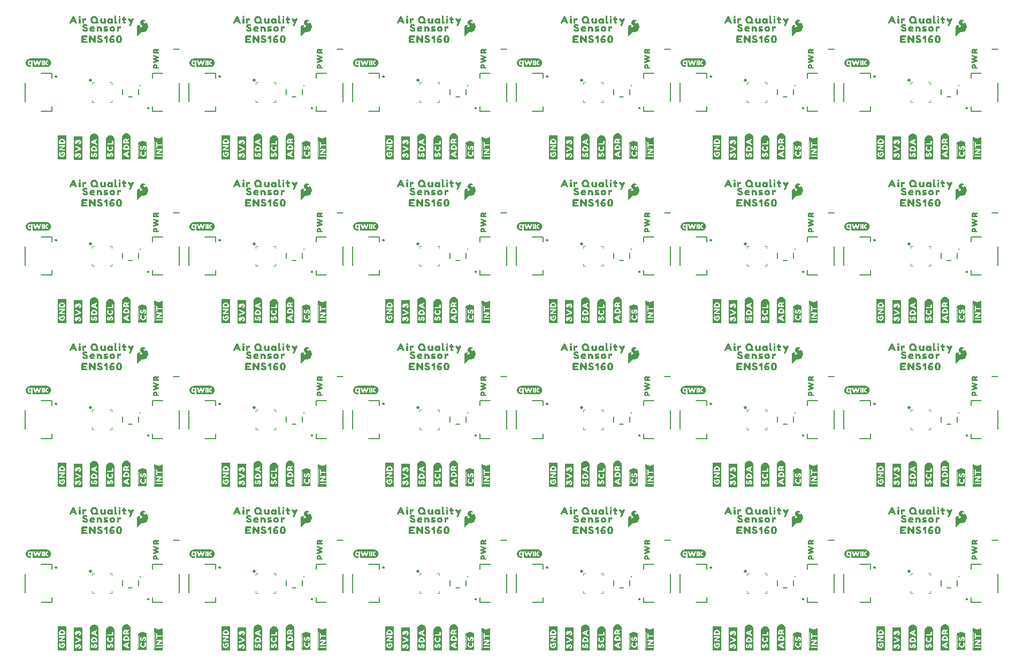
<source format=gto>
G04 EAGLE Gerber RS-274X export*
G75*
%MOMM*%
%FSLAX34Y34*%
%LPD*%
%INSilkscreen Top*%
%IPPOS*%
%AMOC8*
5,1,8,0,0,1.08239X$1,22.5*%
G01*
%ADD10C,0.203200*%
%ADD11C,0.503287*%
%ADD12C,0.100000*%
%ADD13C,0.254000*%

G36*
X1466606Y538385D02*
X1466606Y538385D01*
X1466612Y538382D01*
X1466617Y538393D01*
X1466647Y538417D01*
X1466634Y538434D01*
X1466637Y538440D01*
X1466658Y538405D01*
X1466703Y538387D01*
X1466708Y538381D01*
X1467308Y538481D01*
X1467349Y538525D01*
X1467346Y538528D01*
X1467349Y538530D01*
X1467349Y573730D01*
X1467346Y573734D01*
X1467349Y573737D01*
X1467249Y574437D01*
X1467244Y574442D01*
X1467247Y574446D01*
X1467047Y575045D01*
X1466847Y575744D01*
X1466842Y575748D01*
X1466844Y575752D01*
X1466244Y576952D01*
X1466237Y576955D01*
X1466238Y576961D01*
X1465838Y577461D01*
X1465834Y577462D01*
X1465835Y577465D01*
X1464835Y578465D01*
X1464831Y578465D01*
X1464831Y578468D01*
X1464331Y578868D01*
X1464323Y578869D01*
X1464322Y578874D01*
X1462522Y579774D01*
X1462511Y579772D01*
X1462507Y579779D01*
X1461807Y579879D01*
X1461108Y579979D01*
X1460508Y580079D01*
X1460498Y580073D01*
X1460493Y580079D01*
X1459093Y579879D01*
X1459088Y579874D01*
X1459084Y579877D01*
X1458485Y579677D01*
X1457786Y579477D01*
X1457782Y579472D01*
X1457778Y579474D01*
X1457178Y579174D01*
X1457177Y579171D01*
X1457175Y579172D01*
X1456675Y578872D01*
X1456673Y578867D01*
X1456668Y578868D01*
X1456069Y578368D01*
X1455569Y577968D01*
X1455567Y577961D01*
X1455562Y577961D01*
X1455162Y577461D01*
X1455161Y577457D01*
X1455159Y577457D01*
X1454759Y576857D01*
X1454759Y576853D01*
X1454756Y576852D01*
X1454156Y575652D01*
X1454157Y575647D01*
X1454153Y575646D01*
X1453953Y575046D01*
X1453954Y575044D01*
X1453953Y575044D01*
X1453753Y574344D01*
X1453755Y574339D01*
X1453751Y574337D01*
X1453651Y573637D01*
X1453654Y573632D01*
X1453651Y573630D01*
X1453651Y539030D01*
X1453654Y539025D01*
X1453651Y539022D01*
X1453751Y538422D01*
X1453795Y538381D01*
X1453798Y538384D01*
X1453800Y538381D01*
X1466600Y538381D01*
X1466606Y538385D01*
G37*
G36*
X689366Y538385D02*
X689366Y538385D01*
X689372Y538382D01*
X689377Y538393D01*
X689407Y538417D01*
X689394Y538434D01*
X689397Y538440D01*
X689418Y538405D01*
X689463Y538387D01*
X689468Y538381D01*
X690068Y538481D01*
X690109Y538525D01*
X690106Y538528D01*
X690109Y538530D01*
X690109Y573730D01*
X690106Y573734D01*
X690109Y573737D01*
X690009Y574437D01*
X690004Y574442D01*
X690007Y574446D01*
X689807Y575045D01*
X689607Y575744D01*
X689602Y575748D01*
X689604Y575752D01*
X689004Y576952D01*
X688997Y576955D01*
X688998Y576961D01*
X688598Y577461D01*
X688594Y577462D01*
X688595Y577465D01*
X687595Y578465D01*
X687591Y578465D01*
X687591Y578468D01*
X687091Y578868D01*
X687083Y578869D01*
X687082Y578874D01*
X685282Y579774D01*
X685271Y579772D01*
X685267Y579779D01*
X684567Y579879D01*
X683868Y579979D01*
X683268Y580079D01*
X683258Y580073D01*
X683253Y580079D01*
X681853Y579879D01*
X681848Y579874D01*
X681844Y579877D01*
X681245Y579677D01*
X680546Y579477D01*
X680542Y579472D01*
X680538Y579474D01*
X679938Y579174D01*
X679937Y579171D01*
X679935Y579172D01*
X679435Y578872D01*
X679433Y578867D01*
X679428Y578868D01*
X678829Y578368D01*
X678329Y577968D01*
X678327Y577961D01*
X678322Y577961D01*
X677922Y577461D01*
X677921Y577457D01*
X677919Y577457D01*
X677519Y576857D01*
X677519Y576853D01*
X677516Y576852D01*
X676916Y575652D01*
X676917Y575647D01*
X676913Y575646D01*
X676713Y575046D01*
X676714Y575044D01*
X676713Y575044D01*
X676513Y574344D01*
X676515Y574339D01*
X676511Y574337D01*
X676411Y573637D01*
X676414Y573632D01*
X676411Y573630D01*
X676411Y539030D01*
X676414Y539025D01*
X676411Y539022D01*
X676511Y538422D01*
X676555Y538381D01*
X676558Y538384D01*
X676560Y538381D01*
X689360Y538381D01*
X689366Y538385D01*
G37*
G36*
X1466606Y279305D02*
X1466606Y279305D01*
X1466612Y279302D01*
X1466617Y279313D01*
X1466647Y279337D01*
X1466634Y279354D01*
X1466637Y279360D01*
X1466658Y279325D01*
X1466703Y279307D01*
X1466708Y279301D01*
X1467308Y279401D01*
X1467349Y279445D01*
X1467346Y279448D01*
X1467349Y279450D01*
X1467349Y314650D01*
X1467346Y314654D01*
X1467349Y314657D01*
X1467249Y315357D01*
X1467244Y315362D01*
X1467247Y315366D01*
X1467047Y315965D01*
X1466847Y316664D01*
X1466842Y316668D01*
X1466844Y316672D01*
X1466244Y317872D01*
X1466237Y317875D01*
X1466238Y317881D01*
X1465838Y318381D01*
X1465834Y318382D01*
X1465835Y318385D01*
X1464835Y319385D01*
X1464831Y319385D01*
X1464831Y319388D01*
X1464331Y319788D01*
X1464323Y319789D01*
X1464322Y319794D01*
X1462522Y320694D01*
X1462511Y320692D01*
X1462507Y320699D01*
X1461807Y320799D01*
X1461108Y320899D01*
X1460508Y320999D01*
X1460498Y320993D01*
X1460493Y320999D01*
X1459093Y320799D01*
X1459088Y320794D01*
X1459084Y320797D01*
X1458485Y320597D01*
X1457786Y320397D01*
X1457782Y320392D01*
X1457778Y320394D01*
X1457178Y320094D01*
X1457177Y320091D01*
X1457175Y320092D01*
X1456675Y319792D01*
X1456673Y319787D01*
X1456668Y319788D01*
X1456069Y319288D01*
X1455569Y318888D01*
X1455567Y318881D01*
X1455562Y318881D01*
X1455162Y318381D01*
X1455161Y318377D01*
X1455159Y318377D01*
X1454759Y317777D01*
X1454759Y317773D01*
X1454756Y317772D01*
X1454156Y316572D01*
X1454157Y316567D01*
X1454153Y316566D01*
X1453953Y315966D01*
X1453954Y315964D01*
X1453953Y315964D01*
X1453753Y315264D01*
X1453755Y315259D01*
X1453751Y315257D01*
X1453651Y314557D01*
X1453654Y314552D01*
X1453651Y314550D01*
X1453651Y279950D01*
X1453654Y279945D01*
X1453651Y279942D01*
X1453751Y279342D01*
X1453795Y279301D01*
X1453798Y279304D01*
X1453800Y279301D01*
X1466600Y279301D01*
X1466606Y279305D01*
G37*
G36*
X430286Y279305D02*
X430286Y279305D01*
X430292Y279302D01*
X430297Y279313D01*
X430327Y279337D01*
X430314Y279354D01*
X430317Y279360D01*
X430338Y279325D01*
X430383Y279307D01*
X430388Y279301D01*
X430988Y279401D01*
X431029Y279445D01*
X431026Y279448D01*
X431029Y279450D01*
X431029Y314650D01*
X431026Y314654D01*
X431029Y314657D01*
X430929Y315357D01*
X430924Y315362D01*
X430927Y315366D01*
X430727Y315965D01*
X430527Y316664D01*
X430522Y316668D01*
X430524Y316672D01*
X429924Y317872D01*
X429917Y317875D01*
X429918Y317881D01*
X429518Y318381D01*
X429514Y318382D01*
X429515Y318385D01*
X428515Y319385D01*
X428511Y319385D01*
X428511Y319388D01*
X428011Y319788D01*
X428003Y319789D01*
X428002Y319794D01*
X426202Y320694D01*
X426191Y320692D01*
X426187Y320699D01*
X425487Y320799D01*
X424788Y320899D01*
X424188Y320999D01*
X424178Y320993D01*
X424173Y320999D01*
X422773Y320799D01*
X422768Y320794D01*
X422764Y320797D01*
X422165Y320597D01*
X421466Y320397D01*
X421462Y320392D01*
X421458Y320394D01*
X420858Y320094D01*
X420857Y320091D01*
X420855Y320092D01*
X420355Y319792D01*
X420353Y319787D01*
X420348Y319788D01*
X419749Y319288D01*
X419249Y318888D01*
X419247Y318881D01*
X419242Y318881D01*
X418842Y318381D01*
X418841Y318377D01*
X418839Y318377D01*
X418439Y317777D01*
X418439Y317773D01*
X418436Y317772D01*
X417836Y316572D01*
X417837Y316567D01*
X417833Y316566D01*
X417633Y315966D01*
X417634Y315964D01*
X417633Y315964D01*
X417433Y315264D01*
X417435Y315259D01*
X417431Y315257D01*
X417331Y314557D01*
X417334Y314552D01*
X417331Y314550D01*
X417331Y279950D01*
X417334Y279945D01*
X417331Y279942D01*
X417431Y279342D01*
X417475Y279301D01*
X417478Y279304D01*
X417480Y279301D01*
X430280Y279301D01*
X430286Y279305D01*
G37*
G36*
X689366Y279305D02*
X689366Y279305D01*
X689372Y279302D01*
X689377Y279313D01*
X689407Y279337D01*
X689394Y279354D01*
X689397Y279360D01*
X689418Y279325D01*
X689463Y279307D01*
X689468Y279301D01*
X690068Y279401D01*
X690109Y279445D01*
X690106Y279448D01*
X690109Y279450D01*
X690109Y314650D01*
X690106Y314654D01*
X690109Y314657D01*
X690009Y315357D01*
X690004Y315362D01*
X690007Y315366D01*
X689807Y315965D01*
X689607Y316664D01*
X689602Y316668D01*
X689604Y316672D01*
X689004Y317872D01*
X688997Y317875D01*
X688998Y317881D01*
X688598Y318381D01*
X688594Y318382D01*
X688595Y318385D01*
X687595Y319385D01*
X687591Y319385D01*
X687591Y319388D01*
X687091Y319788D01*
X687083Y319789D01*
X687082Y319794D01*
X685282Y320694D01*
X685271Y320692D01*
X685267Y320699D01*
X684567Y320799D01*
X683868Y320899D01*
X683268Y320999D01*
X683258Y320993D01*
X683253Y320999D01*
X681853Y320799D01*
X681848Y320794D01*
X681844Y320797D01*
X681245Y320597D01*
X680546Y320397D01*
X680542Y320392D01*
X680538Y320394D01*
X679938Y320094D01*
X679937Y320091D01*
X679935Y320092D01*
X679435Y319792D01*
X679433Y319787D01*
X679428Y319788D01*
X678829Y319288D01*
X678329Y318888D01*
X678327Y318881D01*
X678322Y318881D01*
X677922Y318381D01*
X677921Y318377D01*
X677919Y318377D01*
X677519Y317777D01*
X677519Y317773D01*
X677516Y317772D01*
X676916Y316572D01*
X676917Y316567D01*
X676913Y316566D01*
X676713Y315966D01*
X676714Y315964D01*
X676713Y315964D01*
X676513Y315264D01*
X676515Y315259D01*
X676511Y315257D01*
X676411Y314557D01*
X676414Y314552D01*
X676411Y314550D01*
X676411Y279950D01*
X676414Y279945D01*
X676411Y279942D01*
X676511Y279342D01*
X676555Y279301D01*
X676558Y279304D01*
X676560Y279301D01*
X689360Y279301D01*
X689366Y279305D01*
G37*
G36*
X171206Y279305D02*
X171206Y279305D01*
X171212Y279302D01*
X171217Y279313D01*
X171247Y279337D01*
X171234Y279354D01*
X171237Y279360D01*
X171258Y279325D01*
X171303Y279307D01*
X171308Y279301D01*
X171908Y279401D01*
X171949Y279445D01*
X171946Y279448D01*
X171949Y279450D01*
X171949Y314650D01*
X171946Y314654D01*
X171949Y314657D01*
X171849Y315357D01*
X171844Y315362D01*
X171847Y315366D01*
X171647Y315965D01*
X171447Y316664D01*
X171442Y316668D01*
X171444Y316672D01*
X170844Y317872D01*
X170837Y317875D01*
X170838Y317881D01*
X170438Y318381D01*
X170434Y318382D01*
X170435Y318385D01*
X169435Y319385D01*
X169431Y319385D01*
X169431Y319388D01*
X168931Y319788D01*
X168923Y319789D01*
X168922Y319794D01*
X167122Y320694D01*
X167111Y320692D01*
X167107Y320699D01*
X166407Y320799D01*
X165708Y320899D01*
X165108Y320999D01*
X165098Y320993D01*
X165093Y320999D01*
X163693Y320799D01*
X163688Y320794D01*
X163684Y320797D01*
X163085Y320597D01*
X162386Y320397D01*
X162382Y320392D01*
X162378Y320394D01*
X161778Y320094D01*
X161777Y320091D01*
X161775Y320092D01*
X161275Y319792D01*
X161273Y319787D01*
X161268Y319788D01*
X160669Y319288D01*
X160169Y318888D01*
X160167Y318881D01*
X160162Y318881D01*
X159762Y318381D01*
X159761Y318377D01*
X159759Y318377D01*
X159359Y317777D01*
X159359Y317773D01*
X159356Y317772D01*
X158756Y316572D01*
X158757Y316567D01*
X158753Y316566D01*
X158553Y315966D01*
X158554Y315964D01*
X158553Y315964D01*
X158353Y315264D01*
X158355Y315259D01*
X158351Y315257D01*
X158251Y314557D01*
X158254Y314552D01*
X158251Y314550D01*
X158251Y279950D01*
X158254Y279945D01*
X158251Y279942D01*
X158351Y279342D01*
X158395Y279301D01*
X158398Y279304D01*
X158400Y279301D01*
X171200Y279301D01*
X171206Y279305D01*
G37*
G36*
X1207526Y538385D02*
X1207526Y538385D01*
X1207532Y538382D01*
X1207537Y538393D01*
X1207567Y538417D01*
X1207554Y538434D01*
X1207557Y538440D01*
X1207578Y538405D01*
X1207623Y538387D01*
X1207628Y538381D01*
X1208228Y538481D01*
X1208269Y538525D01*
X1208266Y538528D01*
X1208269Y538530D01*
X1208269Y573730D01*
X1208266Y573734D01*
X1208269Y573737D01*
X1208169Y574437D01*
X1208164Y574442D01*
X1208167Y574446D01*
X1207967Y575045D01*
X1207767Y575744D01*
X1207762Y575748D01*
X1207764Y575752D01*
X1207164Y576952D01*
X1207157Y576955D01*
X1207158Y576961D01*
X1206758Y577461D01*
X1206754Y577462D01*
X1206755Y577465D01*
X1205755Y578465D01*
X1205751Y578465D01*
X1205751Y578468D01*
X1205251Y578868D01*
X1205243Y578869D01*
X1205242Y578874D01*
X1203442Y579774D01*
X1203431Y579772D01*
X1203427Y579779D01*
X1202727Y579879D01*
X1202028Y579979D01*
X1201428Y580079D01*
X1201418Y580073D01*
X1201413Y580079D01*
X1200013Y579879D01*
X1200008Y579874D01*
X1200004Y579877D01*
X1199405Y579677D01*
X1198706Y579477D01*
X1198702Y579472D01*
X1198698Y579474D01*
X1198098Y579174D01*
X1198097Y579171D01*
X1198095Y579172D01*
X1197595Y578872D01*
X1197593Y578867D01*
X1197588Y578868D01*
X1196989Y578368D01*
X1196489Y577968D01*
X1196487Y577961D01*
X1196482Y577961D01*
X1196082Y577461D01*
X1196081Y577457D01*
X1196079Y577457D01*
X1195679Y576857D01*
X1195679Y576853D01*
X1195676Y576852D01*
X1195076Y575652D01*
X1195077Y575647D01*
X1195073Y575646D01*
X1194873Y575046D01*
X1194874Y575044D01*
X1194873Y575044D01*
X1194673Y574344D01*
X1194675Y574339D01*
X1194671Y574337D01*
X1194571Y573637D01*
X1194574Y573632D01*
X1194571Y573630D01*
X1194571Y539030D01*
X1194574Y539025D01*
X1194571Y539022D01*
X1194671Y538422D01*
X1194715Y538381D01*
X1194718Y538384D01*
X1194720Y538381D01*
X1207520Y538381D01*
X1207526Y538385D01*
G37*
G36*
X171206Y538385D02*
X171206Y538385D01*
X171212Y538382D01*
X171217Y538393D01*
X171247Y538417D01*
X171234Y538434D01*
X171237Y538440D01*
X171258Y538405D01*
X171303Y538387D01*
X171308Y538381D01*
X171908Y538481D01*
X171949Y538525D01*
X171946Y538528D01*
X171949Y538530D01*
X171949Y573730D01*
X171946Y573734D01*
X171949Y573737D01*
X171849Y574437D01*
X171844Y574442D01*
X171847Y574446D01*
X171647Y575045D01*
X171447Y575744D01*
X171442Y575748D01*
X171444Y575752D01*
X170844Y576952D01*
X170837Y576955D01*
X170838Y576961D01*
X170438Y577461D01*
X170434Y577462D01*
X170435Y577465D01*
X169435Y578465D01*
X169431Y578465D01*
X169431Y578468D01*
X168931Y578868D01*
X168923Y578869D01*
X168922Y578874D01*
X167122Y579774D01*
X167111Y579772D01*
X167107Y579779D01*
X166407Y579879D01*
X165708Y579979D01*
X165108Y580079D01*
X165098Y580073D01*
X165093Y580079D01*
X163693Y579879D01*
X163688Y579874D01*
X163684Y579877D01*
X163085Y579677D01*
X162386Y579477D01*
X162382Y579472D01*
X162378Y579474D01*
X161778Y579174D01*
X161777Y579171D01*
X161775Y579172D01*
X161275Y578872D01*
X161273Y578867D01*
X161268Y578868D01*
X160669Y578368D01*
X160169Y577968D01*
X160167Y577961D01*
X160162Y577961D01*
X159762Y577461D01*
X159761Y577457D01*
X159759Y577457D01*
X159359Y576857D01*
X159359Y576853D01*
X159356Y576852D01*
X158756Y575652D01*
X158757Y575647D01*
X158753Y575646D01*
X158553Y575046D01*
X158554Y575044D01*
X158553Y575044D01*
X158353Y574344D01*
X158355Y574339D01*
X158351Y574337D01*
X158251Y573637D01*
X158254Y573632D01*
X158251Y573630D01*
X158251Y539030D01*
X158254Y539025D01*
X158251Y539022D01*
X158351Y538422D01*
X158395Y538381D01*
X158398Y538384D01*
X158400Y538381D01*
X171200Y538381D01*
X171206Y538385D01*
G37*
G36*
X430286Y797465D02*
X430286Y797465D01*
X430292Y797462D01*
X430297Y797473D01*
X430327Y797497D01*
X430314Y797514D01*
X430317Y797520D01*
X430338Y797485D01*
X430383Y797467D01*
X430388Y797461D01*
X430988Y797561D01*
X431029Y797605D01*
X431026Y797608D01*
X431029Y797610D01*
X431029Y832810D01*
X431026Y832814D01*
X431029Y832817D01*
X430929Y833517D01*
X430924Y833522D01*
X430927Y833526D01*
X430727Y834125D01*
X430527Y834824D01*
X430522Y834828D01*
X430524Y834832D01*
X429924Y836032D01*
X429917Y836035D01*
X429918Y836041D01*
X429518Y836541D01*
X429514Y836542D01*
X429515Y836545D01*
X428515Y837545D01*
X428511Y837545D01*
X428511Y837548D01*
X428011Y837948D01*
X428003Y837949D01*
X428002Y837954D01*
X426202Y838854D01*
X426191Y838852D01*
X426187Y838859D01*
X425487Y838959D01*
X424788Y839059D01*
X424188Y839159D01*
X424178Y839153D01*
X424173Y839159D01*
X422773Y838959D01*
X422768Y838954D01*
X422764Y838957D01*
X422165Y838757D01*
X421466Y838557D01*
X421462Y838552D01*
X421458Y838554D01*
X420858Y838254D01*
X420857Y838251D01*
X420855Y838252D01*
X420355Y837952D01*
X420353Y837947D01*
X420348Y837948D01*
X419749Y837448D01*
X419249Y837048D01*
X419247Y837041D01*
X419242Y837041D01*
X418842Y836541D01*
X418841Y836537D01*
X418839Y836537D01*
X418439Y835937D01*
X418439Y835933D01*
X418436Y835932D01*
X417836Y834732D01*
X417837Y834727D01*
X417833Y834726D01*
X417633Y834126D01*
X417634Y834124D01*
X417633Y834124D01*
X417433Y833424D01*
X417435Y833419D01*
X417431Y833417D01*
X417331Y832717D01*
X417334Y832712D01*
X417331Y832710D01*
X417331Y798110D01*
X417334Y798105D01*
X417331Y798102D01*
X417431Y797502D01*
X417475Y797461D01*
X417478Y797464D01*
X417480Y797461D01*
X430280Y797461D01*
X430286Y797465D01*
G37*
G36*
X1207526Y279305D02*
X1207526Y279305D01*
X1207532Y279302D01*
X1207537Y279313D01*
X1207567Y279337D01*
X1207554Y279354D01*
X1207557Y279360D01*
X1207578Y279325D01*
X1207623Y279307D01*
X1207628Y279301D01*
X1208228Y279401D01*
X1208269Y279445D01*
X1208266Y279448D01*
X1208269Y279450D01*
X1208269Y314650D01*
X1208266Y314654D01*
X1208269Y314657D01*
X1208169Y315357D01*
X1208164Y315362D01*
X1208167Y315366D01*
X1207967Y315965D01*
X1207767Y316664D01*
X1207762Y316668D01*
X1207764Y316672D01*
X1207164Y317872D01*
X1207157Y317875D01*
X1207158Y317881D01*
X1206758Y318381D01*
X1206754Y318382D01*
X1206755Y318385D01*
X1205755Y319385D01*
X1205751Y319385D01*
X1205751Y319388D01*
X1205251Y319788D01*
X1205243Y319789D01*
X1205242Y319794D01*
X1203442Y320694D01*
X1203431Y320692D01*
X1203427Y320699D01*
X1202727Y320799D01*
X1202028Y320899D01*
X1201428Y320999D01*
X1201418Y320993D01*
X1201413Y320999D01*
X1200013Y320799D01*
X1200008Y320794D01*
X1200004Y320797D01*
X1199405Y320597D01*
X1198706Y320397D01*
X1198702Y320392D01*
X1198698Y320394D01*
X1198098Y320094D01*
X1198097Y320091D01*
X1198095Y320092D01*
X1197595Y319792D01*
X1197593Y319787D01*
X1197588Y319788D01*
X1196989Y319288D01*
X1196489Y318888D01*
X1196487Y318881D01*
X1196482Y318881D01*
X1196082Y318381D01*
X1196081Y318377D01*
X1196079Y318377D01*
X1195679Y317777D01*
X1195679Y317773D01*
X1195676Y317772D01*
X1195076Y316572D01*
X1195077Y316567D01*
X1195073Y316566D01*
X1194873Y315966D01*
X1194874Y315964D01*
X1194873Y315964D01*
X1194673Y315264D01*
X1194675Y315259D01*
X1194671Y315257D01*
X1194571Y314557D01*
X1194574Y314552D01*
X1194571Y314550D01*
X1194571Y279950D01*
X1194574Y279945D01*
X1194571Y279942D01*
X1194671Y279342D01*
X1194715Y279301D01*
X1194718Y279304D01*
X1194720Y279301D01*
X1207520Y279301D01*
X1207526Y279305D01*
G37*
G36*
X948446Y538385D02*
X948446Y538385D01*
X948452Y538382D01*
X948457Y538393D01*
X948487Y538417D01*
X948474Y538434D01*
X948477Y538440D01*
X948498Y538405D01*
X948543Y538387D01*
X948548Y538381D01*
X949148Y538481D01*
X949189Y538525D01*
X949186Y538528D01*
X949189Y538530D01*
X949189Y573730D01*
X949186Y573734D01*
X949189Y573737D01*
X949089Y574437D01*
X949084Y574442D01*
X949087Y574446D01*
X948887Y575045D01*
X948687Y575744D01*
X948682Y575748D01*
X948684Y575752D01*
X948084Y576952D01*
X948077Y576955D01*
X948078Y576961D01*
X947678Y577461D01*
X947674Y577462D01*
X947675Y577465D01*
X946675Y578465D01*
X946671Y578465D01*
X946671Y578468D01*
X946171Y578868D01*
X946163Y578869D01*
X946162Y578874D01*
X944362Y579774D01*
X944351Y579772D01*
X944347Y579779D01*
X943647Y579879D01*
X942948Y579979D01*
X942348Y580079D01*
X942338Y580073D01*
X942333Y580079D01*
X940933Y579879D01*
X940928Y579874D01*
X940924Y579877D01*
X940325Y579677D01*
X939626Y579477D01*
X939622Y579472D01*
X939618Y579474D01*
X939018Y579174D01*
X939017Y579171D01*
X939015Y579172D01*
X938515Y578872D01*
X938513Y578867D01*
X938508Y578868D01*
X937909Y578368D01*
X937409Y577968D01*
X937407Y577961D01*
X937402Y577961D01*
X937002Y577461D01*
X937001Y577457D01*
X936999Y577457D01*
X936599Y576857D01*
X936599Y576853D01*
X936596Y576852D01*
X935996Y575652D01*
X935997Y575647D01*
X935993Y575646D01*
X935793Y575046D01*
X935794Y575044D01*
X935793Y575044D01*
X935593Y574344D01*
X935595Y574339D01*
X935591Y574337D01*
X935491Y573637D01*
X935494Y573632D01*
X935491Y573630D01*
X935491Y539030D01*
X935494Y539025D01*
X935491Y539022D01*
X935591Y538422D01*
X935635Y538381D01*
X935638Y538384D01*
X935640Y538381D01*
X948440Y538381D01*
X948446Y538385D01*
G37*
G36*
X430286Y538385D02*
X430286Y538385D01*
X430292Y538382D01*
X430297Y538393D01*
X430327Y538417D01*
X430314Y538434D01*
X430317Y538440D01*
X430338Y538405D01*
X430383Y538387D01*
X430388Y538381D01*
X430988Y538481D01*
X431029Y538525D01*
X431026Y538528D01*
X431029Y538530D01*
X431029Y573730D01*
X431026Y573734D01*
X431029Y573737D01*
X430929Y574437D01*
X430924Y574442D01*
X430927Y574446D01*
X430727Y575045D01*
X430527Y575744D01*
X430522Y575748D01*
X430524Y575752D01*
X429924Y576952D01*
X429917Y576955D01*
X429918Y576961D01*
X429518Y577461D01*
X429514Y577462D01*
X429515Y577465D01*
X428515Y578465D01*
X428511Y578465D01*
X428511Y578468D01*
X428011Y578868D01*
X428003Y578869D01*
X428002Y578874D01*
X426202Y579774D01*
X426191Y579772D01*
X426187Y579779D01*
X425487Y579879D01*
X424788Y579979D01*
X424188Y580079D01*
X424178Y580073D01*
X424173Y580079D01*
X422773Y579879D01*
X422768Y579874D01*
X422764Y579877D01*
X422165Y579677D01*
X421466Y579477D01*
X421462Y579472D01*
X421458Y579474D01*
X420858Y579174D01*
X420857Y579171D01*
X420855Y579172D01*
X420355Y578872D01*
X420353Y578867D01*
X420348Y578868D01*
X419749Y578368D01*
X419249Y577968D01*
X419247Y577961D01*
X419242Y577961D01*
X418842Y577461D01*
X418841Y577457D01*
X418839Y577457D01*
X418439Y576857D01*
X418439Y576853D01*
X418436Y576852D01*
X417836Y575652D01*
X417837Y575647D01*
X417833Y575646D01*
X417633Y575046D01*
X417634Y575044D01*
X417633Y575044D01*
X417433Y574344D01*
X417435Y574339D01*
X417431Y574337D01*
X417331Y573637D01*
X417334Y573632D01*
X417331Y573630D01*
X417331Y539030D01*
X417334Y539025D01*
X417331Y539022D01*
X417431Y538422D01*
X417475Y538381D01*
X417478Y538384D01*
X417480Y538381D01*
X430280Y538381D01*
X430286Y538385D01*
G37*
G36*
X1207526Y797465D02*
X1207526Y797465D01*
X1207532Y797462D01*
X1207537Y797473D01*
X1207567Y797497D01*
X1207554Y797514D01*
X1207557Y797520D01*
X1207578Y797485D01*
X1207623Y797467D01*
X1207628Y797461D01*
X1208228Y797561D01*
X1208269Y797605D01*
X1208266Y797608D01*
X1208269Y797610D01*
X1208269Y832810D01*
X1208266Y832814D01*
X1208269Y832817D01*
X1208169Y833517D01*
X1208164Y833522D01*
X1208167Y833526D01*
X1207967Y834125D01*
X1207767Y834824D01*
X1207762Y834828D01*
X1207764Y834832D01*
X1207164Y836032D01*
X1207157Y836035D01*
X1207158Y836041D01*
X1206758Y836541D01*
X1206754Y836542D01*
X1206755Y836545D01*
X1205755Y837545D01*
X1205751Y837545D01*
X1205751Y837548D01*
X1205251Y837948D01*
X1205243Y837949D01*
X1205242Y837954D01*
X1203442Y838854D01*
X1203431Y838852D01*
X1203427Y838859D01*
X1202727Y838959D01*
X1202028Y839059D01*
X1201428Y839159D01*
X1201418Y839153D01*
X1201413Y839159D01*
X1200013Y838959D01*
X1200008Y838954D01*
X1200004Y838957D01*
X1199405Y838757D01*
X1198706Y838557D01*
X1198702Y838552D01*
X1198698Y838554D01*
X1198098Y838254D01*
X1198097Y838251D01*
X1198095Y838252D01*
X1197595Y837952D01*
X1197593Y837947D01*
X1197588Y837948D01*
X1196989Y837448D01*
X1196489Y837048D01*
X1196487Y837041D01*
X1196482Y837041D01*
X1196082Y836541D01*
X1196081Y836537D01*
X1196079Y836537D01*
X1195679Y835937D01*
X1195679Y835933D01*
X1195676Y835932D01*
X1195076Y834732D01*
X1195077Y834727D01*
X1195073Y834726D01*
X1194873Y834126D01*
X1194874Y834124D01*
X1194873Y834124D01*
X1194673Y833424D01*
X1194675Y833419D01*
X1194671Y833417D01*
X1194571Y832717D01*
X1194574Y832712D01*
X1194571Y832710D01*
X1194571Y798110D01*
X1194574Y798105D01*
X1194571Y798102D01*
X1194671Y797502D01*
X1194715Y797461D01*
X1194718Y797464D01*
X1194720Y797461D01*
X1207520Y797461D01*
X1207526Y797465D01*
G37*
G36*
X948446Y20225D02*
X948446Y20225D01*
X948452Y20222D01*
X948457Y20233D01*
X948487Y20257D01*
X948474Y20274D01*
X948477Y20280D01*
X948498Y20245D01*
X948543Y20227D01*
X948548Y20221D01*
X949148Y20321D01*
X949189Y20365D01*
X949186Y20368D01*
X949189Y20370D01*
X949189Y55570D01*
X949186Y55574D01*
X949189Y55577D01*
X949089Y56277D01*
X949084Y56282D01*
X949087Y56286D01*
X948887Y56885D01*
X948687Y57584D01*
X948682Y57588D01*
X948684Y57592D01*
X948084Y58792D01*
X948077Y58795D01*
X948078Y58801D01*
X947678Y59301D01*
X947674Y59302D01*
X947675Y59305D01*
X946675Y60305D01*
X946671Y60305D01*
X946671Y60308D01*
X946171Y60708D01*
X946163Y60709D01*
X946162Y60714D01*
X944362Y61614D01*
X944351Y61612D01*
X944347Y61619D01*
X943647Y61719D01*
X942948Y61819D01*
X942348Y61919D01*
X942338Y61913D01*
X942333Y61919D01*
X940933Y61719D01*
X940928Y61714D01*
X940924Y61717D01*
X940325Y61517D01*
X939626Y61317D01*
X939622Y61312D01*
X939618Y61314D01*
X939018Y61014D01*
X939017Y61011D01*
X939015Y61012D01*
X938515Y60712D01*
X938513Y60707D01*
X938508Y60708D01*
X937909Y60208D01*
X937409Y59808D01*
X937407Y59801D01*
X937402Y59801D01*
X937002Y59301D01*
X937001Y59297D01*
X936999Y59297D01*
X936599Y58697D01*
X936599Y58693D01*
X936596Y58692D01*
X935996Y57492D01*
X935997Y57487D01*
X935993Y57486D01*
X935793Y56886D01*
X935794Y56884D01*
X935793Y56884D01*
X935593Y56184D01*
X935595Y56179D01*
X935591Y56177D01*
X935491Y55477D01*
X935494Y55472D01*
X935491Y55470D01*
X935491Y20870D01*
X935494Y20865D01*
X935491Y20862D01*
X935591Y20262D01*
X935635Y20221D01*
X935638Y20224D01*
X935640Y20221D01*
X948440Y20221D01*
X948446Y20225D01*
G37*
G36*
X430286Y20225D02*
X430286Y20225D01*
X430292Y20222D01*
X430297Y20233D01*
X430327Y20257D01*
X430314Y20274D01*
X430317Y20280D01*
X430338Y20245D01*
X430383Y20227D01*
X430388Y20221D01*
X430988Y20321D01*
X431029Y20365D01*
X431026Y20368D01*
X431029Y20370D01*
X431029Y55570D01*
X431026Y55574D01*
X431029Y55577D01*
X430929Y56277D01*
X430924Y56282D01*
X430927Y56286D01*
X430727Y56885D01*
X430527Y57584D01*
X430522Y57588D01*
X430524Y57592D01*
X429924Y58792D01*
X429917Y58795D01*
X429918Y58801D01*
X429518Y59301D01*
X429514Y59302D01*
X429515Y59305D01*
X428515Y60305D01*
X428511Y60305D01*
X428511Y60308D01*
X428011Y60708D01*
X428003Y60709D01*
X428002Y60714D01*
X426202Y61614D01*
X426191Y61612D01*
X426187Y61619D01*
X425487Y61719D01*
X424788Y61819D01*
X424188Y61919D01*
X424178Y61913D01*
X424173Y61919D01*
X422773Y61719D01*
X422768Y61714D01*
X422764Y61717D01*
X422165Y61517D01*
X421466Y61317D01*
X421462Y61312D01*
X421458Y61314D01*
X420858Y61014D01*
X420857Y61011D01*
X420855Y61012D01*
X420355Y60712D01*
X420353Y60707D01*
X420348Y60708D01*
X419749Y60208D01*
X419249Y59808D01*
X419247Y59801D01*
X419242Y59801D01*
X418842Y59301D01*
X418841Y59297D01*
X418839Y59297D01*
X418439Y58697D01*
X418439Y58693D01*
X418436Y58692D01*
X417836Y57492D01*
X417837Y57487D01*
X417833Y57486D01*
X417633Y56886D01*
X417634Y56884D01*
X417633Y56884D01*
X417433Y56184D01*
X417435Y56179D01*
X417431Y56177D01*
X417331Y55477D01*
X417334Y55472D01*
X417331Y55470D01*
X417331Y20870D01*
X417334Y20865D01*
X417331Y20862D01*
X417431Y20262D01*
X417475Y20221D01*
X417478Y20224D01*
X417480Y20221D01*
X430280Y20221D01*
X430286Y20225D01*
G37*
G36*
X171206Y20225D02*
X171206Y20225D01*
X171212Y20222D01*
X171217Y20233D01*
X171247Y20257D01*
X171234Y20274D01*
X171237Y20280D01*
X171258Y20245D01*
X171303Y20227D01*
X171308Y20221D01*
X171908Y20321D01*
X171949Y20365D01*
X171946Y20368D01*
X171949Y20370D01*
X171949Y55570D01*
X171946Y55574D01*
X171949Y55577D01*
X171849Y56277D01*
X171844Y56282D01*
X171847Y56286D01*
X171647Y56885D01*
X171447Y57584D01*
X171442Y57588D01*
X171444Y57592D01*
X170844Y58792D01*
X170837Y58795D01*
X170838Y58801D01*
X170438Y59301D01*
X170434Y59302D01*
X170435Y59305D01*
X169435Y60305D01*
X169431Y60305D01*
X169431Y60308D01*
X168931Y60708D01*
X168923Y60709D01*
X168922Y60714D01*
X167122Y61614D01*
X167111Y61612D01*
X167107Y61619D01*
X166407Y61719D01*
X165708Y61819D01*
X165108Y61919D01*
X165098Y61913D01*
X165093Y61919D01*
X163693Y61719D01*
X163688Y61714D01*
X163684Y61717D01*
X163085Y61517D01*
X162386Y61317D01*
X162382Y61312D01*
X162378Y61314D01*
X161778Y61014D01*
X161777Y61011D01*
X161775Y61012D01*
X161275Y60712D01*
X161273Y60707D01*
X161268Y60708D01*
X160669Y60208D01*
X160169Y59808D01*
X160167Y59801D01*
X160162Y59801D01*
X159762Y59301D01*
X159761Y59297D01*
X159759Y59297D01*
X159359Y58697D01*
X159359Y58693D01*
X159356Y58692D01*
X158756Y57492D01*
X158757Y57487D01*
X158753Y57486D01*
X158553Y56886D01*
X158554Y56884D01*
X158553Y56884D01*
X158353Y56184D01*
X158355Y56179D01*
X158351Y56177D01*
X158251Y55477D01*
X158254Y55472D01*
X158251Y55470D01*
X158251Y20870D01*
X158254Y20865D01*
X158251Y20862D01*
X158351Y20262D01*
X158395Y20221D01*
X158398Y20224D01*
X158400Y20221D01*
X171200Y20221D01*
X171206Y20225D01*
G37*
G36*
X689366Y20225D02*
X689366Y20225D01*
X689372Y20222D01*
X689377Y20233D01*
X689407Y20257D01*
X689394Y20274D01*
X689397Y20280D01*
X689418Y20245D01*
X689463Y20227D01*
X689468Y20221D01*
X690068Y20321D01*
X690109Y20365D01*
X690106Y20368D01*
X690109Y20370D01*
X690109Y55570D01*
X690106Y55574D01*
X690109Y55577D01*
X690009Y56277D01*
X690004Y56282D01*
X690007Y56286D01*
X689807Y56885D01*
X689607Y57584D01*
X689602Y57588D01*
X689604Y57592D01*
X689004Y58792D01*
X688997Y58795D01*
X688998Y58801D01*
X688598Y59301D01*
X688594Y59302D01*
X688595Y59305D01*
X687595Y60305D01*
X687591Y60305D01*
X687591Y60308D01*
X687091Y60708D01*
X687083Y60709D01*
X687082Y60714D01*
X685282Y61614D01*
X685271Y61612D01*
X685267Y61619D01*
X684567Y61719D01*
X683868Y61819D01*
X683268Y61919D01*
X683258Y61913D01*
X683253Y61919D01*
X681853Y61719D01*
X681848Y61714D01*
X681844Y61717D01*
X681245Y61517D01*
X680546Y61317D01*
X680542Y61312D01*
X680538Y61314D01*
X679938Y61014D01*
X679937Y61011D01*
X679935Y61012D01*
X679435Y60712D01*
X679433Y60707D01*
X679428Y60708D01*
X678829Y60208D01*
X678329Y59808D01*
X678327Y59801D01*
X678322Y59801D01*
X677922Y59301D01*
X677921Y59297D01*
X677919Y59297D01*
X677519Y58697D01*
X677519Y58693D01*
X677516Y58692D01*
X676916Y57492D01*
X676917Y57487D01*
X676913Y57486D01*
X676713Y56886D01*
X676714Y56884D01*
X676713Y56884D01*
X676513Y56184D01*
X676515Y56179D01*
X676511Y56177D01*
X676411Y55477D01*
X676414Y55472D01*
X676411Y55470D01*
X676411Y20870D01*
X676414Y20865D01*
X676411Y20862D01*
X676511Y20262D01*
X676555Y20221D01*
X676558Y20224D01*
X676560Y20221D01*
X689360Y20221D01*
X689366Y20225D01*
G37*
G36*
X1466606Y20225D02*
X1466606Y20225D01*
X1466612Y20222D01*
X1466617Y20233D01*
X1466647Y20257D01*
X1466634Y20274D01*
X1466637Y20280D01*
X1466658Y20245D01*
X1466703Y20227D01*
X1466708Y20221D01*
X1467308Y20321D01*
X1467349Y20365D01*
X1467346Y20368D01*
X1467349Y20370D01*
X1467349Y55570D01*
X1467346Y55574D01*
X1467349Y55577D01*
X1467249Y56277D01*
X1467244Y56282D01*
X1467247Y56286D01*
X1467047Y56885D01*
X1466847Y57584D01*
X1466842Y57588D01*
X1466844Y57592D01*
X1466244Y58792D01*
X1466237Y58795D01*
X1466238Y58801D01*
X1465838Y59301D01*
X1465834Y59302D01*
X1465835Y59305D01*
X1464835Y60305D01*
X1464831Y60305D01*
X1464831Y60308D01*
X1464331Y60708D01*
X1464323Y60709D01*
X1464322Y60714D01*
X1462522Y61614D01*
X1462511Y61612D01*
X1462507Y61619D01*
X1461807Y61719D01*
X1461108Y61819D01*
X1460508Y61919D01*
X1460498Y61913D01*
X1460493Y61919D01*
X1459093Y61719D01*
X1459088Y61714D01*
X1459084Y61717D01*
X1458485Y61517D01*
X1457786Y61317D01*
X1457782Y61312D01*
X1457778Y61314D01*
X1457178Y61014D01*
X1457177Y61011D01*
X1457175Y61012D01*
X1456675Y60712D01*
X1456673Y60707D01*
X1456668Y60708D01*
X1456069Y60208D01*
X1455569Y59808D01*
X1455567Y59801D01*
X1455562Y59801D01*
X1455162Y59301D01*
X1455161Y59297D01*
X1455159Y59297D01*
X1454759Y58697D01*
X1454759Y58693D01*
X1454756Y58692D01*
X1454156Y57492D01*
X1454157Y57487D01*
X1454153Y57486D01*
X1453953Y56886D01*
X1453954Y56884D01*
X1453953Y56884D01*
X1453753Y56184D01*
X1453755Y56179D01*
X1453751Y56177D01*
X1453651Y55477D01*
X1453654Y55472D01*
X1453651Y55470D01*
X1453651Y20870D01*
X1453654Y20865D01*
X1453651Y20862D01*
X1453751Y20262D01*
X1453795Y20221D01*
X1453798Y20224D01*
X1453800Y20221D01*
X1466600Y20221D01*
X1466606Y20225D01*
G37*
G36*
X948446Y797465D02*
X948446Y797465D01*
X948452Y797462D01*
X948457Y797473D01*
X948487Y797497D01*
X948474Y797514D01*
X948477Y797520D01*
X948498Y797485D01*
X948543Y797467D01*
X948548Y797461D01*
X949148Y797561D01*
X949189Y797605D01*
X949186Y797608D01*
X949189Y797610D01*
X949189Y832810D01*
X949186Y832814D01*
X949189Y832817D01*
X949089Y833517D01*
X949084Y833522D01*
X949087Y833526D01*
X948887Y834125D01*
X948687Y834824D01*
X948682Y834828D01*
X948684Y834832D01*
X948084Y836032D01*
X948077Y836035D01*
X948078Y836041D01*
X947678Y836541D01*
X947674Y836542D01*
X947675Y836545D01*
X946675Y837545D01*
X946671Y837545D01*
X946671Y837548D01*
X946171Y837948D01*
X946163Y837949D01*
X946162Y837954D01*
X944362Y838854D01*
X944351Y838852D01*
X944347Y838859D01*
X943647Y838959D01*
X942948Y839059D01*
X942348Y839159D01*
X942338Y839153D01*
X942333Y839159D01*
X940933Y838959D01*
X940928Y838954D01*
X940924Y838957D01*
X940325Y838757D01*
X939626Y838557D01*
X939622Y838552D01*
X939618Y838554D01*
X939018Y838254D01*
X939017Y838251D01*
X939015Y838252D01*
X938515Y837952D01*
X938513Y837947D01*
X938508Y837948D01*
X937909Y837448D01*
X937409Y837048D01*
X937407Y837041D01*
X937402Y837041D01*
X937002Y836541D01*
X937001Y836537D01*
X936999Y836537D01*
X936599Y835937D01*
X936599Y835933D01*
X936596Y835932D01*
X935996Y834732D01*
X935997Y834727D01*
X935993Y834726D01*
X935793Y834126D01*
X935794Y834124D01*
X935793Y834124D01*
X935593Y833424D01*
X935595Y833419D01*
X935591Y833417D01*
X935491Y832717D01*
X935494Y832712D01*
X935491Y832710D01*
X935491Y798110D01*
X935494Y798105D01*
X935491Y798102D01*
X935591Y797502D01*
X935635Y797461D01*
X935638Y797464D01*
X935640Y797461D01*
X948440Y797461D01*
X948446Y797465D01*
G37*
G36*
X689366Y797465D02*
X689366Y797465D01*
X689372Y797462D01*
X689377Y797473D01*
X689407Y797497D01*
X689394Y797514D01*
X689397Y797520D01*
X689418Y797485D01*
X689463Y797467D01*
X689468Y797461D01*
X690068Y797561D01*
X690109Y797605D01*
X690106Y797608D01*
X690109Y797610D01*
X690109Y832810D01*
X690106Y832814D01*
X690109Y832817D01*
X690009Y833517D01*
X690004Y833522D01*
X690007Y833526D01*
X689807Y834125D01*
X689607Y834824D01*
X689602Y834828D01*
X689604Y834832D01*
X689004Y836032D01*
X688997Y836035D01*
X688998Y836041D01*
X688598Y836541D01*
X688594Y836542D01*
X688595Y836545D01*
X687595Y837545D01*
X687591Y837545D01*
X687591Y837548D01*
X687091Y837948D01*
X687083Y837949D01*
X687082Y837954D01*
X685282Y838854D01*
X685271Y838852D01*
X685267Y838859D01*
X684567Y838959D01*
X683868Y839059D01*
X683268Y839159D01*
X683258Y839153D01*
X683253Y839159D01*
X681853Y838959D01*
X681848Y838954D01*
X681844Y838957D01*
X681245Y838757D01*
X680546Y838557D01*
X680542Y838552D01*
X680538Y838554D01*
X679938Y838254D01*
X679937Y838251D01*
X679935Y838252D01*
X679435Y837952D01*
X679433Y837947D01*
X679428Y837948D01*
X678829Y837448D01*
X678329Y837048D01*
X678327Y837041D01*
X678322Y837041D01*
X677922Y836541D01*
X677921Y836537D01*
X677919Y836537D01*
X677519Y835937D01*
X677519Y835933D01*
X677516Y835932D01*
X676916Y834732D01*
X676917Y834727D01*
X676913Y834726D01*
X676713Y834126D01*
X676714Y834124D01*
X676713Y834124D01*
X676513Y833424D01*
X676515Y833419D01*
X676511Y833417D01*
X676411Y832717D01*
X676414Y832712D01*
X676411Y832710D01*
X676411Y798110D01*
X676414Y798105D01*
X676411Y798102D01*
X676511Y797502D01*
X676555Y797461D01*
X676558Y797464D01*
X676560Y797461D01*
X689360Y797461D01*
X689366Y797465D01*
G37*
G36*
X1207526Y20225D02*
X1207526Y20225D01*
X1207532Y20222D01*
X1207537Y20233D01*
X1207567Y20257D01*
X1207554Y20274D01*
X1207557Y20280D01*
X1207578Y20245D01*
X1207623Y20227D01*
X1207628Y20221D01*
X1208228Y20321D01*
X1208269Y20365D01*
X1208266Y20368D01*
X1208269Y20370D01*
X1208269Y55570D01*
X1208266Y55574D01*
X1208269Y55577D01*
X1208169Y56277D01*
X1208164Y56282D01*
X1208167Y56286D01*
X1207967Y56885D01*
X1207767Y57584D01*
X1207762Y57588D01*
X1207764Y57592D01*
X1207164Y58792D01*
X1207157Y58795D01*
X1207158Y58801D01*
X1206758Y59301D01*
X1206754Y59302D01*
X1206755Y59305D01*
X1205755Y60305D01*
X1205751Y60305D01*
X1205751Y60308D01*
X1205251Y60708D01*
X1205243Y60709D01*
X1205242Y60714D01*
X1203442Y61614D01*
X1203431Y61612D01*
X1203427Y61619D01*
X1202727Y61719D01*
X1202028Y61819D01*
X1201428Y61919D01*
X1201418Y61913D01*
X1201413Y61919D01*
X1200013Y61719D01*
X1200008Y61714D01*
X1200004Y61717D01*
X1199405Y61517D01*
X1198706Y61317D01*
X1198702Y61312D01*
X1198698Y61314D01*
X1198098Y61014D01*
X1198097Y61011D01*
X1198095Y61012D01*
X1197595Y60712D01*
X1197593Y60707D01*
X1197588Y60708D01*
X1196989Y60208D01*
X1196489Y59808D01*
X1196487Y59801D01*
X1196482Y59801D01*
X1196082Y59301D01*
X1196081Y59297D01*
X1196079Y59297D01*
X1195679Y58697D01*
X1195679Y58693D01*
X1195676Y58692D01*
X1195076Y57492D01*
X1195077Y57487D01*
X1195073Y57486D01*
X1194873Y56886D01*
X1194874Y56884D01*
X1194873Y56884D01*
X1194673Y56184D01*
X1194675Y56179D01*
X1194671Y56177D01*
X1194571Y55477D01*
X1194574Y55472D01*
X1194571Y55470D01*
X1194571Y20870D01*
X1194574Y20865D01*
X1194571Y20862D01*
X1194671Y20262D01*
X1194715Y20221D01*
X1194718Y20224D01*
X1194720Y20221D01*
X1207520Y20221D01*
X1207526Y20225D01*
G37*
G36*
X171206Y797465D02*
X171206Y797465D01*
X171212Y797462D01*
X171217Y797473D01*
X171247Y797497D01*
X171234Y797514D01*
X171237Y797520D01*
X171258Y797485D01*
X171303Y797467D01*
X171308Y797461D01*
X171908Y797561D01*
X171949Y797605D01*
X171946Y797608D01*
X171949Y797610D01*
X171949Y832810D01*
X171946Y832814D01*
X171949Y832817D01*
X171849Y833517D01*
X171844Y833522D01*
X171847Y833526D01*
X171647Y834125D01*
X171447Y834824D01*
X171442Y834828D01*
X171444Y834832D01*
X170844Y836032D01*
X170837Y836035D01*
X170838Y836041D01*
X170438Y836541D01*
X170434Y836542D01*
X170435Y836545D01*
X169435Y837545D01*
X169431Y837545D01*
X169431Y837548D01*
X168931Y837948D01*
X168923Y837949D01*
X168922Y837954D01*
X167122Y838854D01*
X167111Y838852D01*
X167107Y838859D01*
X166407Y838959D01*
X165708Y839059D01*
X165108Y839159D01*
X165098Y839153D01*
X165093Y839159D01*
X163693Y838959D01*
X163688Y838954D01*
X163684Y838957D01*
X163085Y838757D01*
X162386Y838557D01*
X162382Y838552D01*
X162378Y838554D01*
X161778Y838254D01*
X161777Y838251D01*
X161775Y838252D01*
X161275Y837952D01*
X161273Y837947D01*
X161268Y837948D01*
X160669Y837448D01*
X160169Y837048D01*
X160167Y837041D01*
X160162Y837041D01*
X159762Y836541D01*
X159761Y836537D01*
X159759Y836537D01*
X159359Y835937D01*
X159359Y835933D01*
X159356Y835932D01*
X158756Y834732D01*
X158757Y834727D01*
X158753Y834726D01*
X158553Y834126D01*
X158554Y834124D01*
X158553Y834124D01*
X158353Y833424D01*
X158355Y833419D01*
X158351Y833417D01*
X158251Y832717D01*
X158254Y832712D01*
X158251Y832710D01*
X158251Y798110D01*
X158254Y798105D01*
X158251Y798102D01*
X158351Y797502D01*
X158395Y797461D01*
X158398Y797464D01*
X158400Y797461D01*
X171200Y797461D01*
X171206Y797465D01*
G37*
G36*
X1466606Y797465D02*
X1466606Y797465D01*
X1466612Y797462D01*
X1466617Y797473D01*
X1466647Y797497D01*
X1466634Y797514D01*
X1466637Y797520D01*
X1466658Y797485D01*
X1466703Y797467D01*
X1466708Y797461D01*
X1467308Y797561D01*
X1467349Y797605D01*
X1467346Y797608D01*
X1467349Y797610D01*
X1467349Y832810D01*
X1467346Y832814D01*
X1467349Y832817D01*
X1467249Y833517D01*
X1467244Y833522D01*
X1467247Y833526D01*
X1467047Y834125D01*
X1466847Y834824D01*
X1466842Y834828D01*
X1466844Y834832D01*
X1466244Y836032D01*
X1466237Y836035D01*
X1466238Y836041D01*
X1465838Y836541D01*
X1465834Y836542D01*
X1465835Y836545D01*
X1464835Y837545D01*
X1464831Y837545D01*
X1464831Y837548D01*
X1464331Y837948D01*
X1464323Y837949D01*
X1464322Y837954D01*
X1462522Y838854D01*
X1462511Y838852D01*
X1462507Y838859D01*
X1461807Y838959D01*
X1461108Y839059D01*
X1460508Y839159D01*
X1460498Y839153D01*
X1460493Y839159D01*
X1459093Y838959D01*
X1459088Y838954D01*
X1459084Y838957D01*
X1458485Y838757D01*
X1457786Y838557D01*
X1457782Y838552D01*
X1457778Y838554D01*
X1457178Y838254D01*
X1457177Y838251D01*
X1457175Y838252D01*
X1456675Y837952D01*
X1456673Y837947D01*
X1456668Y837948D01*
X1456069Y837448D01*
X1455569Y837048D01*
X1455567Y837041D01*
X1455562Y837041D01*
X1455162Y836541D01*
X1455161Y836537D01*
X1455159Y836537D01*
X1454759Y835937D01*
X1454759Y835933D01*
X1454756Y835932D01*
X1454156Y834732D01*
X1454157Y834727D01*
X1454153Y834726D01*
X1453953Y834126D01*
X1453954Y834124D01*
X1453953Y834124D01*
X1453753Y833424D01*
X1453755Y833419D01*
X1453751Y833417D01*
X1453651Y832717D01*
X1453654Y832712D01*
X1453651Y832710D01*
X1453651Y798110D01*
X1453654Y798105D01*
X1453651Y798102D01*
X1453751Y797502D01*
X1453795Y797461D01*
X1453798Y797464D01*
X1453800Y797461D01*
X1466600Y797461D01*
X1466606Y797465D01*
G37*
G36*
X948446Y279305D02*
X948446Y279305D01*
X948452Y279302D01*
X948457Y279313D01*
X948487Y279337D01*
X948474Y279354D01*
X948477Y279360D01*
X948498Y279325D01*
X948543Y279307D01*
X948548Y279301D01*
X949148Y279401D01*
X949189Y279445D01*
X949186Y279448D01*
X949189Y279450D01*
X949189Y314650D01*
X949186Y314654D01*
X949189Y314657D01*
X949089Y315357D01*
X949084Y315362D01*
X949087Y315366D01*
X948887Y315965D01*
X948687Y316664D01*
X948682Y316668D01*
X948684Y316672D01*
X948084Y317872D01*
X948077Y317875D01*
X948078Y317881D01*
X947678Y318381D01*
X947674Y318382D01*
X947675Y318385D01*
X946675Y319385D01*
X946671Y319385D01*
X946671Y319388D01*
X946171Y319788D01*
X946163Y319789D01*
X946162Y319794D01*
X944362Y320694D01*
X944351Y320692D01*
X944347Y320699D01*
X943647Y320799D01*
X942948Y320899D01*
X942348Y320999D01*
X942338Y320993D01*
X942333Y320999D01*
X940933Y320799D01*
X940928Y320794D01*
X940924Y320797D01*
X940325Y320597D01*
X939626Y320397D01*
X939622Y320392D01*
X939618Y320394D01*
X939018Y320094D01*
X939017Y320091D01*
X939015Y320092D01*
X938515Y319792D01*
X938513Y319787D01*
X938508Y319788D01*
X937909Y319288D01*
X937409Y318888D01*
X937407Y318881D01*
X937402Y318881D01*
X937002Y318381D01*
X937001Y318377D01*
X936999Y318377D01*
X936599Y317777D01*
X936599Y317773D01*
X936596Y317772D01*
X935996Y316572D01*
X935997Y316567D01*
X935993Y316566D01*
X935793Y315966D01*
X935794Y315964D01*
X935793Y315964D01*
X935593Y315264D01*
X935595Y315259D01*
X935591Y315257D01*
X935491Y314557D01*
X935494Y314552D01*
X935491Y314550D01*
X935491Y279950D01*
X935494Y279945D01*
X935491Y279942D01*
X935591Y279342D01*
X935635Y279301D01*
X935638Y279304D01*
X935640Y279301D01*
X948440Y279301D01*
X948446Y279305D01*
G37*
G36*
X379906Y279620D02*
X379906Y279620D01*
X379919Y279620D01*
X380219Y280020D01*
X380219Y280028D01*
X380223Y280031D01*
X380219Y280035D01*
X380219Y280042D01*
X380229Y280050D01*
X380229Y313850D01*
X380226Y313854D01*
X380229Y313857D01*
X380029Y315257D01*
X380028Y315258D01*
X380029Y315258D01*
X379929Y315858D01*
X379921Y315865D01*
X379924Y315872D01*
X379625Y316471D01*
X379325Y317169D01*
X379321Y317172D01*
X379322Y317175D01*
X379022Y317675D01*
X379021Y317676D01*
X379021Y317677D01*
X378621Y318277D01*
X378614Y318280D01*
X378615Y318285D01*
X378115Y318785D01*
X378111Y318785D01*
X378111Y318788D01*
X377111Y319588D01*
X377103Y319589D01*
X377102Y319594D01*
X375902Y320194D01*
X375895Y320193D01*
X375894Y320197D01*
X375195Y320397D01*
X374596Y320597D01*
X374589Y320595D01*
X374587Y320599D01*
X373887Y320699D01*
X373882Y320696D01*
X373880Y320699D01*
X373180Y320699D01*
X373176Y320696D01*
X373173Y320699D01*
X372473Y320599D01*
X372472Y320598D01*
X372472Y320599D01*
X371872Y320499D01*
X371869Y320495D01*
X371866Y320497D01*
X371166Y320297D01*
X371165Y320296D01*
X371164Y320297D01*
X370564Y320097D01*
X370561Y320092D01*
X370558Y320094D01*
X369958Y319794D01*
X369956Y319790D01*
X369953Y319791D01*
X369353Y319391D01*
X369352Y319388D01*
X369349Y319388D01*
X368849Y318988D01*
X368848Y318984D01*
X368845Y318985D01*
X368345Y318485D01*
X368345Y318481D01*
X368342Y318481D01*
X367942Y317981D01*
X367941Y317977D01*
X367939Y317977D01*
X367539Y317377D01*
X367539Y317373D01*
X367536Y317372D01*
X366936Y316172D01*
X366937Y316167D01*
X366933Y316166D01*
X366733Y315566D01*
X366735Y315559D01*
X366731Y315557D01*
X366531Y314157D01*
X366534Y314152D01*
X366531Y314150D01*
X366531Y279950D01*
X366550Y279924D01*
X366550Y279911D01*
X366950Y279611D01*
X366972Y279611D01*
X366980Y279601D01*
X379880Y279601D01*
X379906Y279620D01*
G37*
G36*
X1157146Y279620D02*
X1157146Y279620D01*
X1157159Y279620D01*
X1157459Y280020D01*
X1157459Y280028D01*
X1157463Y280031D01*
X1157459Y280035D01*
X1157459Y280042D01*
X1157469Y280050D01*
X1157469Y313850D01*
X1157466Y313854D01*
X1157469Y313857D01*
X1157269Y315257D01*
X1157268Y315258D01*
X1157269Y315258D01*
X1157169Y315858D01*
X1157161Y315865D01*
X1157164Y315872D01*
X1156865Y316471D01*
X1156565Y317169D01*
X1156561Y317172D01*
X1156562Y317175D01*
X1156262Y317675D01*
X1156261Y317676D01*
X1156261Y317677D01*
X1155861Y318277D01*
X1155854Y318280D01*
X1155855Y318285D01*
X1155355Y318785D01*
X1155351Y318785D01*
X1155351Y318788D01*
X1154351Y319588D01*
X1154343Y319589D01*
X1154342Y319594D01*
X1153142Y320194D01*
X1153135Y320193D01*
X1153134Y320197D01*
X1152435Y320397D01*
X1151836Y320597D01*
X1151829Y320595D01*
X1151827Y320599D01*
X1151127Y320699D01*
X1151122Y320696D01*
X1151120Y320699D01*
X1150420Y320699D01*
X1150416Y320696D01*
X1150413Y320699D01*
X1149713Y320599D01*
X1149712Y320598D01*
X1149712Y320599D01*
X1149112Y320499D01*
X1149109Y320495D01*
X1149106Y320497D01*
X1148406Y320297D01*
X1148405Y320296D01*
X1148404Y320297D01*
X1147804Y320097D01*
X1147801Y320092D01*
X1147798Y320094D01*
X1147198Y319794D01*
X1147196Y319790D01*
X1147193Y319791D01*
X1146593Y319391D01*
X1146592Y319388D01*
X1146589Y319388D01*
X1146089Y318988D01*
X1146088Y318984D01*
X1146085Y318985D01*
X1145585Y318485D01*
X1145585Y318481D01*
X1145582Y318481D01*
X1145182Y317981D01*
X1145181Y317977D01*
X1145179Y317977D01*
X1144779Y317377D01*
X1144779Y317373D01*
X1144776Y317372D01*
X1144176Y316172D01*
X1144177Y316167D01*
X1144173Y316166D01*
X1143973Y315566D01*
X1143975Y315559D01*
X1143971Y315557D01*
X1143771Y314157D01*
X1143774Y314152D01*
X1143771Y314150D01*
X1143771Y279950D01*
X1143790Y279924D01*
X1143790Y279911D01*
X1144190Y279611D01*
X1144212Y279611D01*
X1144220Y279601D01*
X1157120Y279601D01*
X1157146Y279620D01*
G37*
G36*
X120826Y279620D02*
X120826Y279620D01*
X120839Y279620D01*
X121139Y280020D01*
X121139Y280028D01*
X121143Y280031D01*
X121139Y280035D01*
X121139Y280042D01*
X121149Y280050D01*
X121149Y313850D01*
X121146Y313854D01*
X121149Y313857D01*
X120949Y315257D01*
X120948Y315258D01*
X120949Y315258D01*
X120849Y315858D01*
X120841Y315865D01*
X120844Y315872D01*
X120545Y316471D01*
X120245Y317169D01*
X120241Y317172D01*
X120242Y317175D01*
X119942Y317675D01*
X119941Y317676D01*
X119941Y317677D01*
X119541Y318277D01*
X119534Y318280D01*
X119535Y318285D01*
X119035Y318785D01*
X119031Y318785D01*
X119031Y318788D01*
X118031Y319588D01*
X118023Y319589D01*
X118022Y319594D01*
X116822Y320194D01*
X116815Y320193D01*
X116814Y320197D01*
X116115Y320397D01*
X115516Y320597D01*
X115509Y320595D01*
X115507Y320599D01*
X114807Y320699D01*
X114802Y320696D01*
X114800Y320699D01*
X114100Y320699D01*
X114096Y320696D01*
X114093Y320699D01*
X113393Y320599D01*
X113392Y320598D01*
X113392Y320599D01*
X112792Y320499D01*
X112789Y320495D01*
X112786Y320497D01*
X112086Y320297D01*
X112085Y320296D01*
X112084Y320297D01*
X111484Y320097D01*
X111481Y320092D01*
X111478Y320094D01*
X110878Y319794D01*
X110876Y319790D01*
X110873Y319791D01*
X110273Y319391D01*
X110272Y319388D01*
X110269Y319388D01*
X109769Y318988D01*
X109768Y318984D01*
X109765Y318985D01*
X109265Y318485D01*
X109265Y318481D01*
X109262Y318481D01*
X108862Y317981D01*
X108861Y317977D01*
X108859Y317977D01*
X108459Y317377D01*
X108459Y317373D01*
X108456Y317372D01*
X107856Y316172D01*
X107857Y316167D01*
X107853Y316166D01*
X107653Y315566D01*
X107655Y315559D01*
X107651Y315557D01*
X107451Y314157D01*
X107454Y314152D01*
X107451Y314150D01*
X107451Y279950D01*
X107470Y279924D01*
X107470Y279911D01*
X107870Y279611D01*
X107892Y279611D01*
X107900Y279601D01*
X120800Y279601D01*
X120826Y279620D01*
G37*
G36*
X1157146Y797780D02*
X1157146Y797780D01*
X1157159Y797780D01*
X1157459Y798180D01*
X1157459Y798188D01*
X1157463Y798191D01*
X1157459Y798195D01*
X1157459Y798202D01*
X1157469Y798210D01*
X1157469Y832010D01*
X1157466Y832014D01*
X1157469Y832017D01*
X1157269Y833417D01*
X1157268Y833418D01*
X1157269Y833418D01*
X1157169Y834018D01*
X1157161Y834025D01*
X1157164Y834032D01*
X1156865Y834631D01*
X1156565Y835329D01*
X1156561Y835332D01*
X1156562Y835335D01*
X1156262Y835835D01*
X1156261Y835836D01*
X1156261Y835837D01*
X1155861Y836437D01*
X1155854Y836440D01*
X1155855Y836445D01*
X1155355Y836945D01*
X1155351Y836945D01*
X1155351Y836948D01*
X1154351Y837748D01*
X1154343Y837749D01*
X1154342Y837754D01*
X1153142Y838354D01*
X1153135Y838353D01*
X1153134Y838357D01*
X1152435Y838557D01*
X1151836Y838757D01*
X1151829Y838755D01*
X1151827Y838759D01*
X1151127Y838859D01*
X1151122Y838856D01*
X1151120Y838859D01*
X1150420Y838859D01*
X1150416Y838856D01*
X1150413Y838859D01*
X1149713Y838759D01*
X1149712Y838758D01*
X1149712Y838759D01*
X1149112Y838659D01*
X1149109Y838655D01*
X1149106Y838657D01*
X1148406Y838457D01*
X1148405Y838456D01*
X1148404Y838457D01*
X1147804Y838257D01*
X1147801Y838252D01*
X1147798Y838254D01*
X1147198Y837954D01*
X1147196Y837950D01*
X1147193Y837951D01*
X1146593Y837551D01*
X1146592Y837548D01*
X1146589Y837548D01*
X1146089Y837148D01*
X1146088Y837144D01*
X1146085Y837145D01*
X1145585Y836645D01*
X1145585Y836641D01*
X1145582Y836641D01*
X1145182Y836141D01*
X1145181Y836137D01*
X1145179Y836137D01*
X1144779Y835537D01*
X1144779Y835533D01*
X1144776Y835532D01*
X1144176Y834332D01*
X1144177Y834327D01*
X1144173Y834326D01*
X1143973Y833726D01*
X1143975Y833719D01*
X1143971Y833717D01*
X1143771Y832317D01*
X1143774Y832312D01*
X1143771Y832310D01*
X1143771Y798110D01*
X1143790Y798084D01*
X1143790Y798071D01*
X1144190Y797771D01*
X1144212Y797771D01*
X1144220Y797761D01*
X1157120Y797761D01*
X1157146Y797780D01*
G37*
G36*
X898066Y279620D02*
X898066Y279620D01*
X898079Y279620D01*
X898379Y280020D01*
X898379Y280028D01*
X898383Y280031D01*
X898379Y280035D01*
X898379Y280042D01*
X898389Y280050D01*
X898389Y313850D01*
X898386Y313854D01*
X898389Y313857D01*
X898189Y315257D01*
X898188Y315258D01*
X898189Y315258D01*
X898089Y315858D01*
X898081Y315865D01*
X898084Y315872D01*
X897785Y316471D01*
X897485Y317169D01*
X897481Y317172D01*
X897482Y317175D01*
X897182Y317675D01*
X897181Y317676D01*
X897181Y317677D01*
X896781Y318277D01*
X896774Y318280D01*
X896775Y318285D01*
X896275Y318785D01*
X896271Y318785D01*
X896271Y318788D01*
X895271Y319588D01*
X895263Y319589D01*
X895262Y319594D01*
X894062Y320194D01*
X894055Y320193D01*
X894054Y320197D01*
X893355Y320397D01*
X892756Y320597D01*
X892749Y320595D01*
X892747Y320599D01*
X892047Y320699D01*
X892042Y320696D01*
X892040Y320699D01*
X891340Y320699D01*
X891336Y320696D01*
X891333Y320699D01*
X890633Y320599D01*
X890632Y320598D01*
X890632Y320599D01*
X890032Y320499D01*
X890029Y320495D01*
X890026Y320497D01*
X889326Y320297D01*
X889325Y320296D01*
X889324Y320297D01*
X888724Y320097D01*
X888721Y320092D01*
X888718Y320094D01*
X888118Y319794D01*
X888116Y319790D01*
X888113Y319791D01*
X887513Y319391D01*
X887512Y319388D01*
X887509Y319388D01*
X887009Y318988D01*
X887008Y318984D01*
X887005Y318985D01*
X886505Y318485D01*
X886505Y318481D01*
X886502Y318481D01*
X886102Y317981D01*
X886101Y317977D01*
X886099Y317977D01*
X885699Y317377D01*
X885699Y317373D01*
X885696Y317372D01*
X885096Y316172D01*
X885097Y316167D01*
X885093Y316166D01*
X884893Y315566D01*
X884895Y315559D01*
X884891Y315557D01*
X884691Y314157D01*
X884694Y314152D01*
X884691Y314150D01*
X884691Y279950D01*
X884710Y279924D01*
X884710Y279911D01*
X885110Y279611D01*
X885132Y279611D01*
X885140Y279601D01*
X898040Y279601D01*
X898066Y279620D01*
G37*
G36*
X379906Y20540D02*
X379906Y20540D01*
X379919Y20540D01*
X380219Y20940D01*
X380219Y20948D01*
X380223Y20951D01*
X380219Y20955D01*
X380219Y20962D01*
X380229Y20970D01*
X380229Y54770D01*
X380226Y54774D01*
X380229Y54777D01*
X380029Y56177D01*
X380028Y56178D01*
X380029Y56178D01*
X379929Y56778D01*
X379921Y56785D01*
X379924Y56792D01*
X379625Y57391D01*
X379325Y58089D01*
X379321Y58092D01*
X379322Y58095D01*
X379022Y58595D01*
X379021Y58596D01*
X379021Y58597D01*
X378621Y59197D01*
X378614Y59200D01*
X378615Y59205D01*
X378115Y59705D01*
X378111Y59705D01*
X378111Y59708D01*
X377111Y60508D01*
X377103Y60509D01*
X377102Y60514D01*
X375902Y61114D01*
X375895Y61113D01*
X375894Y61117D01*
X375195Y61317D01*
X374596Y61517D01*
X374589Y61515D01*
X374587Y61519D01*
X373887Y61619D01*
X373882Y61616D01*
X373880Y61619D01*
X373180Y61619D01*
X373176Y61616D01*
X373173Y61619D01*
X372473Y61519D01*
X372472Y61518D01*
X372472Y61519D01*
X371872Y61419D01*
X371869Y61415D01*
X371866Y61417D01*
X371166Y61217D01*
X371165Y61216D01*
X371164Y61217D01*
X370564Y61017D01*
X370561Y61012D01*
X370558Y61014D01*
X369958Y60714D01*
X369956Y60710D01*
X369953Y60711D01*
X369353Y60311D01*
X369352Y60308D01*
X369349Y60308D01*
X368849Y59908D01*
X368848Y59904D01*
X368845Y59905D01*
X368345Y59405D01*
X368345Y59401D01*
X368342Y59401D01*
X367942Y58901D01*
X367941Y58897D01*
X367939Y58897D01*
X367539Y58297D01*
X367539Y58293D01*
X367536Y58292D01*
X366936Y57092D01*
X366937Y57087D01*
X366933Y57086D01*
X366733Y56486D01*
X366735Y56479D01*
X366731Y56477D01*
X366531Y55077D01*
X366534Y55072D01*
X366531Y55070D01*
X366531Y20870D01*
X366550Y20844D01*
X366550Y20831D01*
X366950Y20531D01*
X366972Y20531D01*
X366980Y20521D01*
X379880Y20521D01*
X379906Y20540D01*
G37*
G36*
X1416226Y20540D02*
X1416226Y20540D01*
X1416239Y20540D01*
X1416539Y20940D01*
X1416539Y20948D01*
X1416543Y20951D01*
X1416539Y20955D01*
X1416539Y20962D01*
X1416549Y20970D01*
X1416549Y54770D01*
X1416546Y54774D01*
X1416549Y54777D01*
X1416349Y56177D01*
X1416348Y56178D01*
X1416349Y56178D01*
X1416249Y56778D01*
X1416241Y56785D01*
X1416244Y56792D01*
X1415945Y57391D01*
X1415645Y58089D01*
X1415641Y58092D01*
X1415642Y58095D01*
X1415342Y58595D01*
X1415341Y58596D01*
X1415341Y58597D01*
X1414941Y59197D01*
X1414934Y59200D01*
X1414935Y59205D01*
X1414435Y59705D01*
X1414431Y59705D01*
X1414431Y59708D01*
X1413431Y60508D01*
X1413423Y60509D01*
X1413422Y60514D01*
X1412222Y61114D01*
X1412215Y61113D01*
X1412214Y61117D01*
X1411515Y61317D01*
X1410916Y61517D01*
X1410909Y61515D01*
X1410907Y61519D01*
X1410207Y61619D01*
X1410202Y61616D01*
X1410200Y61619D01*
X1409500Y61619D01*
X1409496Y61616D01*
X1409493Y61619D01*
X1408793Y61519D01*
X1408792Y61518D01*
X1408792Y61519D01*
X1408192Y61419D01*
X1408189Y61415D01*
X1408186Y61417D01*
X1407486Y61217D01*
X1407485Y61216D01*
X1407484Y61217D01*
X1406884Y61017D01*
X1406881Y61012D01*
X1406878Y61014D01*
X1406278Y60714D01*
X1406276Y60710D01*
X1406273Y60711D01*
X1405673Y60311D01*
X1405672Y60308D01*
X1405669Y60308D01*
X1405169Y59908D01*
X1405168Y59904D01*
X1405165Y59905D01*
X1404665Y59405D01*
X1404665Y59401D01*
X1404662Y59401D01*
X1404262Y58901D01*
X1404261Y58897D01*
X1404259Y58897D01*
X1403859Y58297D01*
X1403859Y58293D01*
X1403856Y58292D01*
X1403256Y57092D01*
X1403257Y57087D01*
X1403253Y57086D01*
X1403053Y56486D01*
X1403055Y56479D01*
X1403051Y56477D01*
X1402851Y55077D01*
X1402854Y55072D01*
X1402851Y55070D01*
X1402851Y20870D01*
X1402870Y20844D01*
X1402870Y20831D01*
X1403270Y20531D01*
X1403292Y20531D01*
X1403300Y20521D01*
X1416200Y20521D01*
X1416226Y20540D01*
G37*
G36*
X1157146Y20540D02*
X1157146Y20540D01*
X1157159Y20540D01*
X1157459Y20940D01*
X1157459Y20948D01*
X1157463Y20951D01*
X1157459Y20955D01*
X1157459Y20962D01*
X1157469Y20970D01*
X1157469Y54770D01*
X1157466Y54774D01*
X1157469Y54777D01*
X1157269Y56177D01*
X1157268Y56178D01*
X1157269Y56178D01*
X1157169Y56778D01*
X1157161Y56785D01*
X1157164Y56792D01*
X1156865Y57391D01*
X1156565Y58089D01*
X1156561Y58092D01*
X1156562Y58095D01*
X1156262Y58595D01*
X1156261Y58596D01*
X1156261Y58597D01*
X1155861Y59197D01*
X1155854Y59200D01*
X1155855Y59205D01*
X1155355Y59705D01*
X1155351Y59705D01*
X1155351Y59708D01*
X1154351Y60508D01*
X1154343Y60509D01*
X1154342Y60514D01*
X1153142Y61114D01*
X1153135Y61113D01*
X1153134Y61117D01*
X1152435Y61317D01*
X1151836Y61517D01*
X1151829Y61515D01*
X1151827Y61519D01*
X1151127Y61619D01*
X1151122Y61616D01*
X1151120Y61619D01*
X1150420Y61619D01*
X1150416Y61616D01*
X1150413Y61619D01*
X1149713Y61519D01*
X1149712Y61518D01*
X1149712Y61519D01*
X1149112Y61419D01*
X1149109Y61415D01*
X1149106Y61417D01*
X1148406Y61217D01*
X1148405Y61216D01*
X1148404Y61217D01*
X1147804Y61017D01*
X1147801Y61012D01*
X1147798Y61014D01*
X1147198Y60714D01*
X1147196Y60710D01*
X1147193Y60711D01*
X1146593Y60311D01*
X1146592Y60308D01*
X1146589Y60308D01*
X1146089Y59908D01*
X1146088Y59904D01*
X1146085Y59905D01*
X1145585Y59405D01*
X1145585Y59401D01*
X1145582Y59401D01*
X1145182Y58901D01*
X1145181Y58897D01*
X1145179Y58897D01*
X1144779Y58297D01*
X1144779Y58293D01*
X1144776Y58292D01*
X1144176Y57092D01*
X1144177Y57087D01*
X1144173Y57086D01*
X1143973Y56486D01*
X1143975Y56479D01*
X1143971Y56477D01*
X1143771Y55077D01*
X1143774Y55072D01*
X1143771Y55070D01*
X1143771Y20870D01*
X1143790Y20844D01*
X1143790Y20831D01*
X1144190Y20531D01*
X1144212Y20531D01*
X1144220Y20521D01*
X1157120Y20521D01*
X1157146Y20540D01*
G37*
G36*
X1416226Y279620D02*
X1416226Y279620D01*
X1416239Y279620D01*
X1416539Y280020D01*
X1416539Y280028D01*
X1416543Y280031D01*
X1416539Y280035D01*
X1416539Y280042D01*
X1416549Y280050D01*
X1416549Y313850D01*
X1416546Y313854D01*
X1416549Y313857D01*
X1416349Y315257D01*
X1416348Y315258D01*
X1416349Y315258D01*
X1416249Y315858D01*
X1416241Y315865D01*
X1416244Y315872D01*
X1415945Y316471D01*
X1415645Y317169D01*
X1415641Y317172D01*
X1415642Y317175D01*
X1415342Y317675D01*
X1415341Y317676D01*
X1415341Y317677D01*
X1414941Y318277D01*
X1414934Y318280D01*
X1414935Y318285D01*
X1414435Y318785D01*
X1414431Y318785D01*
X1414431Y318788D01*
X1413431Y319588D01*
X1413423Y319589D01*
X1413422Y319594D01*
X1412222Y320194D01*
X1412215Y320193D01*
X1412214Y320197D01*
X1411515Y320397D01*
X1410916Y320597D01*
X1410909Y320595D01*
X1410907Y320599D01*
X1410207Y320699D01*
X1410202Y320696D01*
X1410200Y320699D01*
X1409500Y320699D01*
X1409496Y320696D01*
X1409493Y320699D01*
X1408793Y320599D01*
X1408792Y320598D01*
X1408792Y320599D01*
X1408192Y320499D01*
X1408189Y320495D01*
X1408186Y320497D01*
X1407486Y320297D01*
X1407485Y320296D01*
X1407484Y320297D01*
X1406884Y320097D01*
X1406881Y320092D01*
X1406878Y320094D01*
X1406278Y319794D01*
X1406276Y319790D01*
X1406273Y319791D01*
X1405673Y319391D01*
X1405672Y319388D01*
X1405669Y319388D01*
X1405169Y318988D01*
X1405168Y318984D01*
X1405165Y318985D01*
X1404665Y318485D01*
X1404665Y318481D01*
X1404662Y318481D01*
X1404262Y317981D01*
X1404261Y317977D01*
X1404259Y317977D01*
X1403859Y317377D01*
X1403859Y317373D01*
X1403856Y317372D01*
X1403256Y316172D01*
X1403257Y316167D01*
X1403253Y316166D01*
X1403053Y315566D01*
X1403055Y315559D01*
X1403051Y315557D01*
X1402851Y314157D01*
X1402854Y314152D01*
X1402851Y314150D01*
X1402851Y279950D01*
X1402870Y279924D01*
X1402870Y279911D01*
X1403270Y279611D01*
X1403292Y279611D01*
X1403300Y279601D01*
X1416200Y279601D01*
X1416226Y279620D01*
G37*
G36*
X898066Y20540D02*
X898066Y20540D01*
X898079Y20540D01*
X898379Y20940D01*
X898379Y20948D01*
X898383Y20951D01*
X898379Y20955D01*
X898379Y20962D01*
X898389Y20970D01*
X898389Y54770D01*
X898386Y54774D01*
X898389Y54777D01*
X898189Y56177D01*
X898188Y56178D01*
X898189Y56178D01*
X898089Y56778D01*
X898081Y56785D01*
X898084Y56792D01*
X897785Y57391D01*
X897485Y58089D01*
X897481Y58092D01*
X897482Y58095D01*
X897182Y58595D01*
X897181Y58596D01*
X897181Y58597D01*
X896781Y59197D01*
X896774Y59200D01*
X896775Y59205D01*
X896275Y59705D01*
X896271Y59705D01*
X896271Y59708D01*
X895271Y60508D01*
X895263Y60509D01*
X895262Y60514D01*
X894062Y61114D01*
X894055Y61113D01*
X894054Y61117D01*
X893355Y61317D01*
X892756Y61517D01*
X892749Y61515D01*
X892747Y61519D01*
X892047Y61619D01*
X892042Y61616D01*
X892040Y61619D01*
X891340Y61619D01*
X891336Y61616D01*
X891333Y61619D01*
X890633Y61519D01*
X890632Y61518D01*
X890632Y61519D01*
X890032Y61419D01*
X890029Y61415D01*
X890026Y61417D01*
X889326Y61217D01*
X889325Y61216D01*
X889324Y61217D01*
X888724Y61017D01*
X888721Y61012D01*
X888718Y61014D01*
X888118Y60714D01*
X888116Y60710D01*
X888113Y60711D01*
X887513Y60311D01*
X887512Y60308D01*
X887509Y60308D01*
X887009Y59908D01*
X887008Y59904D01*
X887005Y59905D01*
X886505Y59405D01*
X886505Y59401D01*
X886502Y59401D01*
X886102Y58901D01*
X886101Y58897D01*
X886099Y58897D01*
X885699Y58297D01*
X885699Y58293D01*
X885696Y58292D01*
X885096Y57092D01*
X885097Y57087D01*
X885093Y57086D01*
X884893Y56486D01*
X884895Y56479D01*
X884891Y56477D01*
X884691Y55077D01*
X884694Y55072D01*
X884691Y55070D01*
X884691Y20870D01*
X884710Y20844D01*
X884710Y20831D01*
X885110Y20531D01*
X885132Y20531D01*
X885140Y20521D01*
X898040Y20521D01*
X898066Y20540D01*
G37*
G36*
X120826Y20540D02*
X120826Y20540D01*
X120839Y20540D01*
X121139Y20940D01*
X121139Y20948D01*
X121143Y20951D01*
X121139Y20955D01*
X121139Y20962D01*
X121149Y20970D01*
X121149Y54770D01*
X121146Y54774D01*
X121149Y54777D01*
X120949Y56177D01*
X120948Y56178D01*
X120949Y56178D01*
X120849Y56778D01*
X120841Y56785D01*
X120844Y56792D01*
X120545Y57391D01*
X120245Y58089D01*
X120241Y58092D01*
X120242Y58095D01*
X119942Y58595D01*
X119941Y58596D01*
X119941Y58597D01*
X119541Y59197D01*
X119534Y59200D01*
X119535Y59205D01*
X119035Y59705D01*
X119031Y59705D01*
X119031Y59708D01*
X118031Y60508D01*
X118023Y60509D01*
X118022Y60514D01*
X116822Y61114D01*
X116815Y61113D01*
X116814Y61117D01*
X116115Y61317D01*
X115516Y61517D01*
X115509Y61515D01*
X115507Y61519D01*
X114807Y61619D01*
X114802Y61616D01*
X114800Y61619D01*
X114100Y61619D01*
X114096Y61616D01*
X114093Y61619D01*
X113393Y61519D01*
X113392Y61518D01*
X113392Y61519D01*
X112792Y61419D01*
X112789Y61415D01*
X112786Y61417D01*
X112086Y61217D01*
X112085Y61216D01*
X112084Y61217D01*
X111484Y61017D01*
X111481Y61012D01*
X111478Y61014D01*
X110878Y60714D01*
X110876Y60710D01*
X110873Y60711D01*
X110273Y60311D01*
X110272Y60308D01*
X110269Y60308D01*
X109769Y59908D01*
X109768Y59904D01*
X109765Y59905D01*
X109265Y59405D01*
X109265Y59401D01*
X109262Y59401D01*
X108862Y58901D01*
X108861Y58897D01*
X108859Y58897D01*
X108459Y58297D01*
X108459Y58293D01*
X108456Y58292D01*
X107856Y57092D01*
X107857Y57087D01*
X107853Y57086D01*
X107653Y56486D01*
X107655Y56479D01*
X107651Y56477D01*
X107451Y55077D01*
X107454Y55072D01*
X107451Y55070D01*
X107451Y20870D01*
X107470Y20844D01*
X107470Y20831D01*
X107870Y20531D01*
X107892Y20531D01*
X107900Y20521D01*
X120800Y20521D01*
X120826Y20540D01*
G37*
G36*
X638986Y20540D02*
X638986Y20540D01*
X638999Y20540D01*
X639299Y20940D01*
X639299Y20948D01*
X639303Y20951D01*
X639299Y20955D01*
X639299Y20962D01*
X639309Y20970D01*
X639309Y54770D01*
X639306Y54774D01*
X639309Y54777D01*
X639109Y56177D01*
X639108Y56178D01*
X639109Y56178D01*
X639009Y56778D01*
X639001Y56785D01*
X639004Y56792D01*
X638705Y57391D01*
X638405Y58089D01*
X638401Y58092D01*
X638402Y58095D01*
X638102Y58595D01*
X638101Y58596D01*
X638101Y58597D01*
X637701Y59197D01*
X637694Y59200D01*
X637695Y59205D01*
X637195Y59705D01*
X637191Y59705D01*
X637191Y59708D01*
X636191Y60508D01*
X636183Y60509D01*
X636182Y60514D01*
X634982Y61114D01*
X634975Y61113D01*
X634974Y61117D01*
X634275Y61317D01*
X633676Y61517D01*
X633669Y61515D01*
X633667Y61519D01*
X632967Y61619D01*
X632962Y61616D01*
X632960Y61619D01*
X632260Y61619D01*
X632256Y61616D01*
X632253Y61619D01*
X631553Y61519D01*
X631552Y61518D01*
X631552Y61519D01*
X630952Y61419D01*
X630949Y61415D01*
X630946Y61417D01*
X630246Y61217D01*
X630245Y61216D01*
X630244Y61217D01*
X629644Y61017D01*
X629641Y61012D01*
X629638Y61014D01*
X629038Y60714D01*
X629036Y60710D01*
X629033Y60711D01*
X628433Y60311D01*
X628432Y60308D01*
X628429Y60308D01*
X627929Y59908D01*
X627928Y59904D01*
X627925Y59905D01*
X627425Y59405D01*
X627425Y59401D01*
X627422Y59401D01*
X627022Y58901D01*
X627021Y58897D01*
X627019Y58897D01*
X626619Y58297D01*
X626619Y58293D01*
X626616Y58292D01*
X626016Y57092D01*
X626017Y57087D01*
X626013Y57086D01*
X625813Y56486D01*
X625815Y56479D01*
X625811Y56477D01*
X625611Y55077D01*
X625614Y55072D01*
X625611Y55070D01*
X625611Y20870D01*
X625630Y20844D01*
X625630Y20831D01*
X626030Y20531D01*
X626052Y20531D01*
X626060Y20521D01*
X638960Y20521D01*
X638986Y20540D01*
G37*
G36*
X638986Y279620D02*
X638986Y279620D01*
X638999Y279620D01*
X639299Y280020D01*
X639299Y280028D01*
X639303Y280031D01*
X639299Y280035D01*
X639299Y280042D01*
X639309Y280050D01*
X639309Y313850D01*
X639306Y313854D01*
X639309Y313857D01*
X639109Y315257D01*
X639108Y315258D01*
X639109Y315258D01*
X639009Y315858D01*
X639001Y315865D01*
X639004Y315872D01*
X638705Y316471D01*
X638405Y317169D01*
X638401Y317172D01*
X638402Y317175D01*
X638102Y317675D01*
X638101Y317676D01*
X638101Y317677D01*
X637701Y318277D01*
X637694Y318280D01*
X637695Y318285D01*
X637195Y318785D01*
X637191Y318785D01*
X637191Y318788D01*
X636191Y319588D01*
X636183Y319589D01*
X636182Y319594D01*
X634982Y320194D01*
X634975Y320193D01*
X634974Y320197D01*
X634275Y320397D01*
X633676Y320597D01*
X633669Y320595D01*
X633667Y320599D01*
X632967Y320699D01*
X632962Y320696D01*
X632960Y320699D01*
X632260Y320699D01*
X632256Y320696D01*
X632253Y320699D01*
X631553Y320599D01*
X631552Y320598D01*
X631552Y320599D01*
X630952Y320499D01*
X630949Y320495D01*
X630946Y320497D01*
X630246Y320297D01*
X630245Y320296D01*
X630244Y320297D01*
X629644Y320097D01*
X629641Y320092D01*
X629638Y320094D01*
X629038Y319794D01*
X629036Y319790D01*
X629033Y319791D01*
X628433Y319391D01*
X628432Y319388D01*
X628429Y319388D01*
X627929Y318988D01*
X627928Y318984D01*
X627925Y318985D01*
X627425Y318485D01*
X627425Y318481D01*
X627422Y318481D01*
X627022Y317981D01*
X627021Y317977D01*
X627019Y317977D01*
X626619Y317377D01*
X626619Y317373D01*
X626616Y317372D01*
X626016Y316172D01*
X626017Y316167D01*
X626013Y316166D01*
X625813Y315566D01*
X625815Y315559D01*
X625811Y315557D01*
X625611Y314157D01*
X625614Y314152D01*
X625611Y314150D01*
X625611Y279950D01*
X625630Y279924D01*
X625630Y279911D01*
X626030Y279611D01*
X626052Y279611D01*
X626060Y279601D01*
X638960Y279601D01*
X638986Y279620D01*
G37*
G36*
X898066Y538700D02*
X898066Y538700D01*
X898079Y538700D01*
X898379Y539100D01*
X898379Y539108D01*
X898383Y539111D01*
X898379Y539115D01*
X898379Y539122D01*
X898389Y539130D01*
X898389Y572930D01*
X898386Y572934D01*
X898389Y572937D01*
X898189Y574337D01*
X898188Y574338D01*
X898189Y574338D01*
X898089Y574938D01*
X898081Y574945D01*
X898084Y574952D01*
X897785Y575551D01*
X897485Y576249D01*
X897481Y576252D01*
X897482Y576255D01*
X897182Y576755D01*
X897181Y576756D01*
X897181Y576757D01*
X896781Y577357D01*
X896774Y577360D01*
X896775Y577365D01*
X896275Y577865D01*
X896271Y577865D01*
X896271Y577868D01*
X895271Y578668D01*
X895263Y578669D01*
X895262Y578674D01*
X894062Y579274D01*
X894055Y579273D01*
X894054Y579277D01*
X893355Y579477D01*
X892756Y579677D01*
X892749Y579675D01*
X892747Y579679D01*
X892047Y579779D01*
X892042Y579776D01*
X892040Y579779D01*
X891340Y579779D01*
X891336Y579776D01*
X891333Y579779D01*
X890633Y579679D01*
X890632Y579678D01*
X890632Y579679D01*
X890032Y579579D01*
X890029Y579575D01*
X890026Y579577D01*
X889326Y579377D01*
X889325Y579376D01*
X889324Y579377D01*
X888724Y579177D01*
X888721Y579172D01*
X888718Y579174D01*
X888118Y578874D01*
X888116Y578870D01*
X888113Y578871D01*
X887513Y578471D01*
X887512Y578468D01*
X887509Y578468D01*
X887009Y578068D01*
X887008Y578064D01*
X887005Y578065D01*
X886505Y577565D01*
X886505Y577561D01*
X886502Y577561D01*
X886102Y577061D01*
X886101Y577057D01*
X886099Y577057D01*
X885699Y576457D01*
X885699Y576453D01*
X885696Y576452D01*
X885096Y575252D01*
X885097Y575247D01*
X885093Y575246D01*
X884893Y574646D01*
X884895Y574639D01*
X884891Y574637D01*
X884691Y573237D01*
X884694Y573232D01*
X884691Y573230D01*
X884691Y539030D01*
X884710Y539004D01*
X884710Y538991D01*
X885110Y538691D01*
X885132Y538691D01*
X885140Y538681D01*
X898040Y538681D01*
X898066Y538700D01*
G37*
G36*
X120826Y538700D02*
X120826Y538700D01*
X120839Y538700D01*
X121139Y539100D01*
X121139Y539108D01*
X121143Y539111D01*
X121139Y539115D01*
X121139Y539122D01*
X121149Y539130D01*
X121149Y572930D01*
X121146Y572934D01*
X121149Y572937D01*
X120949Y574337D01*
X120948Y574338D01*
X120949Y574338D01*
X120849Y574938D01*
X120841Y574945D01*
X120844Y574952D01*
X120545Y575551D01*
X120245Y576249D01*
X120241Y576252D01*
X120242Y576255D01*
X119942Y576755D01*
X119941Y576756D01*
X119941Y576757D01*
X119541Y577357D01*
X119534Y577360D01*
X119535Y577365D01*
X119035Y577865D01*
X119031Y577865D01*
X119031Y577868D01*
X118031Y578668D01*
X118023Y578669D01*
X118022Y578674D01*
X116822Y579274D01*
X116815Y579273D01*
X116814Y579277D01*
X116115Y579477D01*
X115516Y579677D01*
X115509Y579675D01*
X115507Y579679D01*
X114807Y579779D01*
X114802Y579776D01*
X114800Y579779D01*
X114100Y579779D01*
X114096Y579776D01*
X114093Y579779D01*
X113393Y579679D01*
X113392Y579678D01*
X113392Y579679D01*
X112792Y579579D01*
X112789Y579575D01*
X112786Y579577D01*
X112086Y579377D01*
X112085Y579376D01*
X112084Y579377D01*
X111484Y579177D01*
X111481Y579172D01*
X111478Y579174D01*
X110878Y578874D01*
X110876Y578870D01*
X110873Y578871D01*
X110273Y578471D01*
X110272Y578468D01*
X110269Y578468D01*
X109769Y578068D01*
X109768Y578064D01*
X109765Y578065D01*
X109265Y577565D01*
X109265Y577561D01*
X109262Y577561D01*
X108862Y577061D01*
X108861Y577057D01*
X108859Y577057D01*
X108459Y576457D01*
X108459Y576453D01*
X108456Y576452D01*
X107856Y575252D01*
X107857Y575247D01*
X107853Y575246D01*
X107653Y574646D01*
X107655Y574639D01*
X107651Y574637D01*
X107451Y573237D01*
X107454Y573232D01*
X107451Y573230D01*
X107451Y539030D01*
X107470Y539004D01*
X107470Y538991D01*
X107870Y538691D01*
X107892Y538691D01*
X107900Y538681D01*
X120800Y538681D01*
X120826Y538700D01*
G37*
G36*
X1416226Y538700D02*
X1416226Y538700D01*
X1416239Y538700D01*
X1416539Y539100D01*
X1416539Y539108D01*
X1416543Y539111D01*
X1416539Y539115D01*
X1416539Y539122D01*
X1416549Y539130D01*
X1416549Y572930D01*
X1416546Y572934D01*
X1416549Y572937D01*
X1416349Y574337D01*
X1416348Y574338D01*
X1416349Y574338D01*
X1416249Y574938D01*
X1416241Y574945D01*
X1416244Y574952D01*
X1415945Y575551D01*
X1415645Y576249D01*
X1415641Y576252D01*
X1415642Y576255D01*
X1415342Y576755D01*
X1415341Y576756D01*
X1415341Y576757D01*
X1414941Y577357D01*
X1414934Y577360D01*
X1414935Y577365D01*
X1414435Y577865D01*
X1414431Y577865D01*
X1414431Y577868D01*
X1413431Y578668D01*
X1413423Y578669D01*
X1413422Y578674D01*
X1412222Y579274D01*
X1412215Y579273D01*
X1412214Y579277D01*
X1411515Y579477D01*
X1410916Y579677D01*
X1410909Y579675D01*
X1410907Y579679D01*
X1410207Y579779D01*
X1410202Y579776D01*
X1410200Y579779D01*
X1409500Y579779D01*
X1409496Y579776D01*
X1409493Y579779D01*
X1408793Y579679D01*
X1408792Y579678D01*
X1408792Y579679D01*
X1408192Y579579D01*
X1408189Y579575D01*
X1408186Y579577D01*
X1407486Y579377D01*
X1407485Y579376D01*
X1407484Y579377D01*
X1406884Y579177D01*
X1406881Y579172D01*
X1406878Y579174D01*
X1406278Y578874D01*
X1406276Y578870D01*
X1406273Y578871D01*
X1405673Y578471D01*
X1405672Y578468D01*
X1405669Y578468D01*
X1405169Y578068D01*
X1405168Y578064D01*
X1405165Y578065D01*
X1404665Y577565D01*
X1404665Y577561D01*
X1404662Y577561D01*
X1404262Y577061D01*
X1404261Y577057D01*
X1404259Y577057D01*
X1403859Y576457D01*
X1403859Y576453D01*
X1403856Y576452D01*
X1403256Y575252D01*
X1403257Y575247D01*
X1403253Y575246D01*
X1403053Y574646D01*
X1403055Y574639D01*
X1403051Y574637D01*
X1402851Y573237D01*
X1402854Y573232D01*
X1402851Y573230D01*
X1402851Y539030D01*
X1402870Y539004D01*
X1402870Y538991D01*
X1403270Y538691D01*
X1403292Y538691D01*
X1403300Y538681D01*
X1416200Y538681D01*
X1416226Y538700D01*
G37*
G36*
X1157146Y538700D02*
X1157146Y538700D01*
X1157159Y538700D01*
X1157459Y539100D01*
X1157459Y539108D01*
X1157463Y539111D01*
X1157459Y539115D01*
X1157459Y539122D01*
X1157469Y539130D01*
X1157469Y572930D01*
X1157466Y572934D01*
X1157469Y572937D01*
X1157269Y574337D01*
X1157268Y574338D01*
X1157269Y574338D01*
X1157169Y574938D01*
X1157161Y574945D01*
X1157164Y574952D01*
X1156865Y575551D01*
X1156565Y576249D01*
X1156561Y576252D01*
X1156562Y576255D01*
X1156262Y576755D01*
X1156261Y576756D01*
X1156261Y576757D01*
X1155861Y577357D01*
X1155854Y577360D01*
X1155855Y577365D01*
X1155355Y577865D01*
X1155351Y577865D01*
X1155351Y577868D01*
X1154351Y578668D01*
X1154343Y578669D01*
X1154342Y578674D01*
X1153142Y579274D01*
X1153135Y579273D01*
X1153134Y579277D01*
X1152435Y579477D01*
X1151836Y579677D01*
X1151829Y579675D01*
X1151827Y579679D01*
X1151127Y579779D01*
X1151122Y579776D01*
X1151120Y579779D01*
X1150420Y579779D01*
X1150416Y579776D01*
X1150413Y579779D01*
X1149713Y579679D01*
X1149712Y579678D01*
X1149712Y579679D01*
X1149112Y579579D01*
X1149109Y579575D01*
X1149106Y579577D01*
X1148406Y579377D01*
X1148405Y579376D01*
X1148404Y579377D01*
X1147804Y579177D01*
X1147801Y579172D01*
X1147798Y579174D01*
X1147198Y578874D01*
X1147196Y578870D01*
X1147193Y578871D01*
X1146593Y578471D01*
X1146592Y578468D01*
X1146589Y578468D01*
X1146089Y578068D01*
X1146088Y578064D01*
X1146085Y578065D01*
X1145585Y577565D01*
X1145585Y577561D01*
X1145582Y577561D01*
X1145182Y577061D01*
X1145181Y577057D01*
X1145179Y577057D01*
X1144779Y576457D01*
X1144779Y576453D01*
X1144776Y576452D01*
X1144176Y575252D01*
X1144177Y575247D01*
X1144173Y575246D01*
X1143973Y574646D01*
X1143975Y574639D01*
X1143971Y574637D01*
X1143771Y573237D01*
X1143774Y573232D01*
X1143771Y573230D01*
X1143771Y539030D01*
X1143790Y539004D01*
X1143790Y538991D01*
X1144190Y538691D01*
X1144212Y538691D01*
X1144220Y538681D01*
X1157120Y538681D01*
X1157146Y538700D01*
G37*
G36*
X120826Y797780D02*
X120826Y797780D01*
X120839Y797780D01*
X121139Y798180D01*
X121139Y798188D01*
X121143Y798191D01*
X121139Y798195D01*
X121139Y798202D01*
X121149Y798210D01*
X121149Y832010D01*
X121146Y832014D01*
X121149Y832017D01*
X120949Y833417D01*
X120948Y833418D01*
X120949Y833418D01*
X120849Y834018D01*
X120841Y834025D01*
X120844Y834032D01*
X120545Y834631D01*
X120245Y835329D01*
X120241Y835332D01*
X120242Y835335D01*
X119942Y835835D01*
X119941Y835836D01*
X119941Y835837D01*
X119541Y836437D01*
X119534Y836440D01*
X119535Y836445D01*
X119035Y836945D01*
X119031Y836945D01*
X119031Y836948D01*
X118031Y837748D01*
X118023Y837749D01*
X118022Y837754D01*
X116822Y838354D01*
X116815Y838353D01*
X116814Y838357D01*
X116115Y838557D01*
X115516Y838757D01*
X115509Y838755D01*
X115507Y838759D01*
X114807Y838859D01*
X114802Y838856D01*
X114800Y838859D01*
X114100Y838859D01*
X114096Y838856D01*
X114093Y838859D01*
X113393Y838759D01*
X113392Y838758D01*
X113392Y838759D01*
X112792Y838659D01*
X112789Y838655D01*
X112786Y838657D01*
X112086Y838457D01*
X112085Y838456D01*
X112084Y838457D01*
X111484Y838257D01*
X111481Y838252D01*
X111478Y838254D01*
X110878Y837954D01*
X110876Y837950D01*
X110873Y837951D01*
X110273Y837551D01*
X110272Y837548D01*
X110269Y837548D01*
X109769Y837148D01*
X109768Y837144D01*
X109765Y837145D01*
X109265Y836645D01*
X109265Y836641D01*
X109262Y836641D01*
X108862Y836141D01*
X108861Y836137D01*
X108859Y836137D01*
X108459Y835537D01*
X108459Y835533D01*
X108456Y835532D01*
X107856Y834332D01*
X107857Y834327D01*
X107853Y834326D01*
X107653Y833726D01*
X107655Y833719D01*
X107651Y833717D01*
X107451Y832317D01*
X107454Y832312D01*
X107451Y832310D01*
X107451Y798110D01*
X107470Y798084D01*
X107470Y798071D01*
X107870Y797771D01*
X107892Y797771D01*
X107900Y797761D01*
X120800Y797761D01*
X120826Y797780D01*
G37*
G36*
X1416226Y797780D02*
X1416226Y797780D01*
X1416239Y797780D01*
X1416539Y798180D01*
X1416539Y798188D01*
X1416543Y798191D01*
X1416539Y798195D01*
X1416539Y798202D01*
X1416549Y798210D01*
X1416549Y832010D01*
X1416546Y832014D01*
X1416549Y832017D01*
X1416349Y833417D01*
X1416348Y833418D01*
X1416349Y833418D01*
X1416249Y834018D01*
X1416241Y834025D01*
X1416244Y834032D01*
X1415945Y834631D01*
X1415645Y835329D01*
X1415641Y835332D01*
X1415642Y835335D01*
X1415342Y835835D01*
X1415341Y835836D01*
X1415341Y835837D01*
X1414941Y836437D01*
X1414934Y836440D01*
X1414935Y836445D01*
X1414435Y836945D01*
X1414431Y836945D01*
X1414431Y836948D01*
X1413431Y837748D01*
X1413423Y837749D01*
X1413422Y837754D01*
X1412222Y838354D01*
X1412215Y838353D01*
X1412214Y838357D01*
X1411515Y838557D01*
X1410916Y838757D01*
X1410909Y838755D01*
X1410907Y838759D01*
X1410207Y838859D01*
X1410202Y838856D01*
X1410200Y838859D01*
X1409500Y838859D01*
X1409496Y838856D01*
X1409493Y838859D01*
X1408793Y838759D01*
X1408792Y838758D01*
X1408792Y838759D01*
X1408192Y838659D01*
X1408189Y838655D01*
X1408186Y838657D01*
X1407486Y838457D01*
X1407485Y838456D01*
X1407484Y838457D01*
X1406884Y838257D01*
X1406881Y838252D01*
X1406878Y838254D01*
X1406278Y837954D01*
X1406276Y837950D01*
X1406273Y837951D01*
X1405673Y837551D01*
X1405672Y837548D01*
X1405669Y837548D01*
X1405169Y837148D01*
X1405168Y837144D01*
X1405165Y837145D01*
X1404665Y836645D01*
X1404665Y836641D01*
X1404662Y836641D01*
X1404262Y836141D01*
X1404261Y836137D01*
X1404259Y836137D01*
X1403859Y835537D01*
X1403859Y835533D01*
X1403856Y835532D01*
X1403256Y834332D01*
X1403257Y834327D01*
X1403253Y834326D01*
X1403053Y833726D01*
X1403055Y833719D01*
X1403051Y833717D01*
X1402851Y832317D01*
X1402854Y832312D01*
X1402851Y832310D01*
X1402851Y798110D01*
X1402870Y798084D01*
X1402870Y798071D01*
X1403270Y797771D01*
X1403292Y797771D01*
X1403300Y797761D01*
X1416200Y797761D01*
X1416226Y797780D01*
G37*
G36*
X638986Y797780D02*
X638986Y797780D01*
X638999Y797780D01*
X639299Y798180D01*
X639299Y798188D01*
X639303Y798191D01*
X639299Y798195D01*
X639299Y798202D01*
X639309Y798210D01*
X639309Y832010D01*
X639306Y832014D01*
X639309Y832017D01*
X639109Y833417D01*
X639108Y833418D01*
X639109Y833418D01*
X639009Y834018D01*
X639001Y834025D01*
X639004Y834032D01*
X638705Y834631D01*
X638405Y835329D01*
X638401Y835332D01*
X638402Y835335D01*
X638102Y835835D01*
X638101Y835836D01*
X638101Y835837D01*
X637701Y836437D01*
X637694Y836440D01*
X637695Y836445D01*
X637195Y836945D01*
X637191Y836945D01*
X637191Y836948D01*
X636191Y837748D01*
X636183Y837749D01*
X636182Y837754D01*
X634982Y838354D01*
X634975Y838353D01*
X634974Y838357D01*
X634275Y838557D01*
X633676Y838757D01*
X633669Y838755D01*
X633667Y838759D01*
X632967Y838859D01*
X632962Y838856D01*
X632960Y838859D01*
X632260Y838859D01*
X632256Y838856D01*
X632253Y838859D01*
X631553Y838759D01*
X631552Y838758D01*
X631552Y838759D01*
X630952Y838659D01*
X630949Y838655D01*
X630946Y838657D01*
X630246Y838457D01*
X630245Y838456D01*
X630244Y838457D01*
X629644Y838257D01*
X629641Y838252D01*
X629638Y838254D01*
X629038Y837954D01*
X629036Y837950D01*
X629033Y837951D01*
X628433Y837551D01*
X628432Y837548D01*
X628429Y837548D01*
X627929Y837148D01*
X627928Y837144D01*
X627925Y837145D01*
X627425Y836645D01*
X627425Y836641D01*
X627422Y836641D01*
X627022Y836141D01*
X627021Y836137D01*
X627019Y836137D01*
X626619Y835537D01*
X626619Y835533D01*
X626616Y835532D01*
X626016Y834332D01*
X626017Y834327D01*
X626013Y834326D01*
X625813Y833726D01*
X625815Y833719D01*
X625811Y833717D01*
X625611Y832317D01*
X625614Y832312D01*
X625611Y832310D01*
X625611Y798110D01*
X625630Y798084D01*
X625630Y798071D01*
X626030Y797771D01*
X626052Y797771D01*
X626060Y797761D01*
X638960Y797761D01*
X638986Y797780D01*
G37*
G36*
X898066Y797780D02*
X898066Y797780D01*
X898079Y797780D01*
X898379Y798180D01*
X898379Y798188D01*
X898383Y798191D01*
X898379Y798195D01*
X898379Y798202D01*
X898389Y798210D01*
X898389Y832010D01*
X898386Y832014D01*
X898389Y832017D01*
X898189Y833417D01*
X898188Y833418D01*
X898189Y833418D01*
X898089Y834018D01*
X898081Y834025D01*
X898084Y834032D01*
X897785Y834631D01*
X897485Y835329D01*
X897481Y835332D01*
X897482Y835335D01*
X897182Y835835D01*
X897181Y835836D01*
X897181Y835837D01*
X896781Y836437D01*
X896774Y836440D01*
X896775Y836445D01*
X896275Y836945D01*
X896271Y836945D01*
X896271Y836948D01*
X895271Y837748D01*
X895263Y837749D01*
X895262Y837754D01*
X894062Y838354D01*
X894055Y838353D01*
X894054Y838357D01*
X893355Y838557D01*
X892756Y838757D01*
X892749Y838755D01*
X892747Y838759D01*
X892047Y838859D01*
X892042Y838856D01*
X892040Y838859D01*
X891340Y838859D01*
X891336Y838856D01*
X891333Y838859D01*
X890633Y838759D01*
X890632Y838758D01*
X890632Y838759D01*
X890032Y838659D01*
X890029Y838655D01*
X890026Y838657D01*
X889326Y838457D01*
X889325Y838456D01*
X889324Y838457D01*
X888724Y838257D01*
X888721Y838252D01*
X888718Y838254D01*
X888118Y837954D01*
X888116Y837950D01*
X888113Y837951D01*
X887513Y837551D01*
X887512Y837548D01*
X887509Y837548D01*
X887009Y837148D01*
X887008Y837144D01*
X887005Y837145D01*
X886505Y836645D01*
X886505Y836641D01*
X886502Y836641D01*
X886102Y836141D01*
X886101Y836137D01*
X886099Y836137D01*
X885699Y835537D01*
X885699Y835533D01*
X885696Y835532D01*
X885096Y834332D01*
X885097Y834327D01*
X885093Y834326D01*
X884893Y833726D01*
X884895Y833719D01*
X884891Y833717D01*
X884691Y832317D01*
X884694Y832312D01*
X884691Y832310D01*
X884691Y798110D01*
X884710Y798084D01*
X884710Y798071D01*
X885110Y797771D01*
X885132Y797771D01*
X885140Y797761D01*
X898040Y797761D01*
X898066Y797780D01*
G37*
G36*
X379906Y797780D02*
X379906Y797780D01*
X379919Y797780D01*
X380219Y798180D01*
X380219Y798188D01*
X380223Y798191D01*
X380219Y798195D01*
X380219Y798202D01*
X380229Y798210D01*
X380229Y832010D01*
X380226Y832014D01*
X380229Y832017D01*
X380029Y833417D01*
X380028Y833418D01*
X380029Y833418D01*
X379929Y834018D01*
X379921Y834025D01*
X379924Y834032D01*
X379625Y834631D01*
X379325Y835329D01*
X379321Y835332D01*
X379322Y835335D01*
X379022Y835835D01*
X379021Y835836D01*
X379021Y835837D01*
X378621Y836437D01*
X378614Y836440D01*
X378615Y836445D01*
X378115Y836945D01*
X378111Y836945D01*
X378111Y836948D01*
X377111Y837748D01*
X377103Y837749D01*
X377102Y837754D01*
X375902Y838354D01*
X375895Y838353D01*
X375894Y838357D01*
X375195Y838557D01*
X374596Y838757D01*
X374589Y838755D01*
X374587Y838759D01*
X373887Y838859D01*
X373882Y838856D01*
X373880Y838859D01*
X373180Y838859D01*
X373176Y838856D01*
X373173Y838859D01*
X372473Y838759D01*
X372472Y838758D01*
X372472Y838759D01*
X371872Y838659D01*
X371869Y838655D01*
X371866Y838657D01*
X371166Y838457D01*
X371165Y838456D01*
X371164Y838457D01*
X370564Y838257D01*
X370561Y838252D01*
X370558Y838254D01*
X369958Y837954D01*
X369956Y837950D01*
X369953Y837951D01*
X369353Y837551D01*
X369352Y837548D01*
X369349Y837548D01*
X368849Y837148D01*
X368848Y837144D01*
X368845Y837145D01*
X368345Y836645D01*
X368345Y836641D01*
X368342Y836641D01*
X367942Y836141D01*
X367941Y836137D01*
X367939Y836137D01*
X367539Y835537D01*
X367539Y835533D01*
X367536Y835532D01*
X366936Y834332D01*
X366937Y834327D01*
X366933Y834326D01*
X366733Y833726D01*
X366735Y833719D01*
X366731Y833717D01*
X366531Y832317D01*
X366534Y832312D01*
X366531Y832310D01*
X366531Y798110D01*
X366550Y798084D01*
X366550Y798071D01*
X366950Y797771D01*
X366972Y797771D01*
X366980Y797761D01*
X379880Y797761D01*
X379906Y797780D01*
G37*
G36*
X379906Y538700D02*
X379906Y538700D01*
X379919Y538700D01*
X380219Y539100D01*
X380219Y539108D01*
X380223Y539111D01*
X380219Y539115D01*
X380219Y539122D01*
X380229Y539130D01*
X380229Y572930D01*
X380226Y572934D01*
X380229Y572937D01*
X380029Y574337D01*
X380028Y574338D01*
X380029Y574338D01*
X379929Y574938D01*
X379921Y574945D01*
X379924Y574952D01*
X379625Y575551D01*
X379325Y576249D01*
X379321Y576252D01*
X379322Y576255D01*
X379022Y576755D01*
X379021Y576756D01*
X379021Y576757D01*
X378621Y577357D01*
X378614Y577360D01*
X378615Y577365D01*
X378115Y577865D01*
X378111Y577865D01*
X378111Y577868D01*
X377111Y578668D01*
X377103Y578669D01*
X377102Y578674D01*
X375902Y579274D01*
X375895Y579273D01*
X375894Y579277D01*
X375195Y579477D01*
X374596Y579677D01*
X374589Y579675D01*
X374587Y579679D01*
X373887Y579779D01*
X373882Y579776D01*
X373880Y579779D01*
X373180Y579779D01*
X373176Y579776D01*
X373173Y579779D01*
X372473Y579679D01*
X372472Y579678D01*
X372472Y579679D01*
X371872Y579579D01*
X371869Y579575D01*
X371866Y579577D01*
X371166Y579377D01*
X371165Y579376D01*
X371164Y579377D01*
X370564Y579177D01*
X370561Y579172D01*
X370558Y579174D01*
X369958Y578874D01*
X369956Y578870D01*
X369953Y578871D01*
X369353Y578471D01*
X369352Y578468D01*
X369349Y578468D01*
X368849Y578068D01*
X368848Y578064D01*
X368845Y578065D01*
X368345Y577565D01*
X368345Y577561D01*
X368342Y577561D01*
X367942Y577061D01*
X367941Y577057D01*
X367939Y577057D01*
X367539Y576457D01*
X367539Y576453D01*
X367536Y576452D01*
X366936Y575252D01*
X366937Y575247D01*
X366933Y575246D01*
X366733Y574646D01*
X366735Y574639D01*
X366731Y574637D01*
X366531Y573237D01*
X366534Y573232D01*
X366531Y573230D01*
X366531Y539030D01*
X366550Y539004D01*
X366550Y538991D01*
X366950Y538691D01*
X366972Y538691D01*
X366980Y538681D01*
X379880Y538681D01*
X379906Y538700D01*
G37*
G36*
X638986Y538700D02*
X638986Y538700D01*
X638999Y538700D01*
X639299Y539100D01*
X639299Y539108D01*
X639303Y539111D01*
X639299Y539115D01*
X639299Y539122D01*
X639309Y539130D01*
X639309Y572930D01*
X639306Y572934D01*
X639309Y572937D01*
X639109Y574337D01*
X639108Y574338D01*
X639109Y574338D01*
X639009Y574938D01*
X639001Y574945D01*
X639004Y574952D01*
X638705Y575551D01*
X638405Y576249D01*
X638401Y576252D01*
X638402Y576255D01*
X638102Y576755D01*
X638101Y576756D01*
X638101Y576757D01*
X637701Y577357D01*
X637694Y577360D01*
X637695Y577365D01*
X637195Y577865D01*
X637191Y577865D01*
X637191Y577868D01*
X636191Y578668D01*
X636183Y578669D01*
X636182Y578674D01*
X634982Y579274D01*
X634975Y579273D01*
X634974Y579277D01*
X634275Y579477D01*
X633676Y579677D01*
X633669Y579675D01*
X633667Y579679D01*
X632967Y579779D01*
X632962Y579776D01*
X632960Y579779D01*
X632260Y579779D01*
X632256Y579776D01*
X632253Y579779D01*
X631553Y579679D01*
X631552Y579678D01*
X631552Y579679D01*
X630952Y579579D01*
X630949Y579575D01*
X630946Y579577D01*
X630246Y579377D01*
X630245Y579376D01*
X630244Y579377D01*
X629644Y579177D01*
X629641Y579172D01*
X629638Y579174D01*
X629038Y578874D01*
X629036Y578870D01*
X629033Y578871D01*
X628433Y578471D01*
X628432Y578468D01*
X628429Y578468D01*
X627929Y578068D01*
X627928Y578064D01*
X627925Y578065D01*
X627425Y577565D01*
X627425Y577561D01*
X627422Y577561D01*
X627022Y577061D01*
X627021Y577057D01*
X627019Y577057D01*
X626619Y576457D01*
X626619Y576453D01*
X626616Y576452D01*
X626016Y575252D01*
X626017Y575247D01*
X626013Y575246D01*
X625813Y574646D01*
X625815Y574639D01*
X625811Y574637D01*
X625611Y573237D01*
X625614Y573232D01*
X625611Y573230D01*
X625611Y539030D01*
X625630Y539004D01*
X625630Y538991D01*
X626030Y538691D01*
X626052Y538691D01*
X626060Y538681D01*
X638960Y538681D01*
X638986Y538700D01*
G37*
G36*
X329327Y279537D02*
X329327Y279537D01*
X329325Y279540D01*
X329329Y279542D01*
X329429Y280142D01*
X329426Y280147D01*
X329429Y280150D01*
X329429Y317350D01*
X329393Y317397D01*
X329386Y317392D01*
X329380Y317399D01*
X315880Y317399D01*
X315833Y317363D01*
X315835Y317360D01*
X315831Y317358D01*
X315731Y316758D01*
X315734Y316753D01*
X315731Y316750D01*
X315731Y282950D01*
X315736Y282943D01*
X315733Y282934D01*
X315746Y282930D01*
X315767Y282903D01*
X315786Y282917D01*
X315788Y282916D01*
X315751Y282890D01*
X315746Y282873D01*
X315733Y282863D01*
X315738Y282856D01*
X315731Y282850D01*
X315731Y279550D01*
X315767Y279503D01*
X315774Y279508D01*
X315780Y279501D01*
X329280Y279501D01*
X329327Y279537D01*
G37*
G36*
X1106567Y279537D02*
X1106567Y279537D01*
X1106565Y279540D01*
X1106569Y279542D01*
X1106669Y280142D01*
X1106666Y280147D01*
X1106669Y280150D01*
X1106669Y317350D01*
X1106633Y317397D01*
X1106626Y317392D01*
X1106620Y317399D01*
X1093120Y317399D01*
X1093073Y317363D01*
X1093075Y317360D01*
X1093071Y317358D01*
X1092971Y316758D01*
X1092974Y316753D01*
X1092971Y316750D01*
X1092971Y282950D01*
X1092976Y282943D01*
X1092973Y282934D01*
X1092986Y282930D01*
X1093007Y282903D01*
X1093026Y282917D01*
X1093028Y282916D01*
X1092991Y282890D01*
X1092986Y282873D01*
X1092973Y282863D01*
X1092978Y282856D01*
X1092971Y282850D01*
X1092971Y279550D01*
X1093007Y279503D01*
X1093014Y279508D01*
X1093020Y279501D01*
X1106520Y279501D01*
X1106567Y279537D01*
G37*
G36*
X847487Y279537D02*
X847487Y279537D01*
X847485Y279540D01*
X847489Y279542D01*
X847589Y280142D01*
X847586Y280147D01*
X847589Y280150D01*
X847589Y317350D01*
X847553Y317397D01*
X847546Y317392D01*
X847540Y317399D01*
X834040Y317399D01*
X833993Y317363D01*
X833995Y317360D01*
X833991Y317358D01*
X833891Y316758D01*
X833894Y316753D01*
X833891Y316750D01*
X833891Y282950D01*
X833896Y282943D01*
X833893Y282934D01*
X833906Y282930D01*
X833927Y282903D01*
X833946Y282917D01*
X833948Y282916D01*
X833911Y282890D01*
X833906Y282873D01*
X833893Y282863D01*
X833898Y282856D01*
X833891Y282850D01*
X833891Y279550D01*
X833927Y279503D01*
X833934Y279508D01*
X833940Y279501D01*
X847440Y279501D01*
X847487Y279537D01*
G37*
G36*
X847487Y20457D02*
X847487Y20457D01*
X847485Y20460D01*
X847489Y20462D01*
X847589Y21062D01*
X847586Y21067D01*
X847589Y21070D01*
X847589Y58270D01*
X847553Y58317D01*
X847546Y58312D01*
X847540Y58319D01*
X834040Y58319D01*
X833993Y58283D01*
X833995Y58280D01*
X833991Y58278D01*
X833891Y57678D01*
X833894Y57673D01*
X833891Y57670D01*
X833891Y23870D01*
X833896Y23863D01*
X833893Y23854D01*
X833906Y23850D01*
X833927Y23823D01*
X833946Y23837D01*
X833948Y23836D01*
X833911Y23810D01*
X833906Y23793D01*
X833893Y23783D01*
X833898Y23776D01*
X833891Y23770D01*
X833891Y20470D01*
X833927Y20423D01*
X833934Y20428D01*
X833940Y20421D01*
X847440Y20421D01*
X847487Y20457D01*
G37*
G36*
X329327Y797697D02*
X329327Y797697D01*
X329325Y797700D01*
X329329Y797702D01*
X329429Y798302D01*
X329426Y798307D01*
X329429Y798310D01*
X329429Y835510D01*
X329393Y835557D01*
X329386Y835552D01*
X329380Y835559D01*
X315880Y835559D01*
X315833Y835523D01*
X315835Y835520D01*
X315831Y835518D01*
X315731Y834918D01*
X315734Y834913D01*
X315731Y834910D01*
X315731Y801110D01*
X315736Y801103D01*
X315733Y801094D01*
X315746Y801090D01*
X315767Y801063D01*
X315786Y801077D01*
X315788Y801076D01*
X315751Y801050D01*
X315746Y801033D01*
X315733Y801023D01*
X315738Y801016D01*
X315731Y801010D01*
X315731Y797710D01*
X315767Y797663D01*
X315774Y797668D01*
X315780Y797661D01*
X329280Y797661D01*
X329327Y797697D01*
G37*
G36*
X588407Y20457D02*
X588407Y20457D01*
X588405Y20460D01*
X588409Y20462D01*
X588509Y21062D01*
X588506Y21067D01*
X588509Y21070D01*
X588509Y58270D01*
X588473Y58317D01*
X588466Y58312D01*
X588460Y58319D01*
X574960Y58319D01*
X574913Y58283D01*
X574915Y58280D01*
X574911Y58278D01*
X574811Y57678D01*
X574814Y57673D01*
X574811Y57670D01*
X574811Y23870D01*
X574816Y23863D01*
X574813Y23854D01*
X574826Y23850D01*
X574847Y23823D01*
X574866Y23837D01*
X574868Y23836D01*
X574831Y23810D01*
X574826Y23793D01*
X574813Y23783D01*
X574818Y23776D01*
X574811Y23770D01*
X574811Y20470D01*
X574847Y20423D01*
X574854Y20428D01*
X574860Y20421D01*
X588360Y20421D01*
X588407Y20457D01*
G37*
G36*
X329327Y20457D02*
X329327Y20457D01*
X329325Y20460D01*
X329329Y20462D01*
X329429Y21062D01*
X329426Y21067D01*
X329429Y21070D01*
X329429Y58270D01*
X329393Y58317D01*
X329386Y58312D01*
X329380Y58319D01*
X315880Y58319D01*
X315833Y58283D01*
X315835Y58280D01*
X315831Y58278D01*
X315731Y57678D01*
X315734Y57673D01*
X315731Y57670D01*
X315731Y23870D01*
X315736Y23863D01*
X315733Y23854D01*
X315746Y23850D01*
X315767Y23823D01*
X315786Y23837D01*
X315788Y23836D01*
X315751Y23810D01*
X315746Y23793D01*
X315733Y23783D01*
X315738Y23776D01*
X315731Y23770D01*
X315731Y20470D01*
X315767Y20423D01*
X315774Y20428D01*
X315780Y20421D01*
X329280Y20421D01*
X329327Y20457D01*
G37*
G36*
X70247Y20457D02*
X70247Y20457D01*
X70245Y20460D01*
X70249Y20462D01*
X70349Y21062D01*
X70346Y21067D01*
X70349Y21070D01*
X70349Y58270D01*
X70313Y58317D01*
X70306Y58312D01*
X70300Y58319D01*
X56800Y58319D01*
X56753Y58283D01*
X56755Y58280D01*
X56751Y58278D01*
X56651Y57678D01*
X56654Y57673D01*
X56651Y57670D01*
X56651Y23870D01*
X56656Y23863D01*
X56653Y23854D01*
X56666Y23850D01*
X56687Y23823D01*
X56706Y23837D01*
X56708Y23836D01*
X56671Y23810D01*
X56666Y23793D01*
X56653Y23783D01*
X56658Y23776D01*
X56651Y23770D01*
X56651Y20470D01*
X56687Y20423D01*
X56694Y20428D01*
X56700Y20421D01*
X70200Y20421D01*
X70247Y20457D01*
G37*
G36*
X588407Y538617D02*
X588407Y538617D01*
X588405Y538620D01*
X588409Y538622D01*
X588509Y539222D01*
X588506Y539227D01*
X588509Y539230D01*
X588509Y576430D01*
X588473Y576477D01*
X588466Y576472D01*
X588460Y576479D01*
X574960Y576479D01*
X574913Y576443D01*
X574915Y576440D01*
X574911Y576438D01*
X574811Y575838D01*
X574814Y575833D01*
X574811Y575830D01*
X574811Y542030D01*
X574816Y542023D01*
X574813Y542014D01*
X574826Y542010D01*
X574847Y541983D01*
X574866Y541997D01*
X574868Y541996D01*
X574831Y541970D01*
X574826Y541953D01*
X574813Y541943D01*
X574818Y541936D01*
X574811Y541930D01*
X574811Y538630D01*
X574847Y538583D01*
X574854Y538588D01*
X574860Y538581D01*
X588360Y538581D01*
X588407Y538617D01*
G37*
G36*
X1106567Y538617D02*
X1106567Y538617D01*
X1106565Y538620D01*
X1106569Y538622D01*
X1106669Y539222D01*
X1106666Y539227D01*
X1106669Y539230D01*
X1106669Y576430D01*
X1106633Y576477D01*
X1106626Y576472D01*
X1106620Y576479D01*
X1093120Y576479D01*
X1093073Y576443D01*
X1093075Y576440D01*
X1093071Y576438D01*
X1092971Y575838D01*
X1092974Y575833D01*
X1092971Y575830D01*
X1092971Y542030D01*
X1092976Y542023D01*
X1092973Y542014D01*
X1092986Y542010D01*
X1093007Y541983D01*
X1093026Y541997D01*
X1093028Y541996D01*
X1092991Y541970D01*
X1092986Y541953D01*
X1092973Y541943D01*
X1092978Y541936D01*
X1092971Y541930D01*
X1092971Y538630D01*
X1093007Y538583D01*
X1093014Y538588D01*
X1093020Y538581D01*
X1106520Y538581D01*
X1106567Y538617D01*
G37*
G36*
X70247Y538617D02*
X70247Y538617D01*
X70245Y538620D01*
X70249Y538622D01*
X70349Y539222D01*
X70346Y539227D01*
X70349Y539230D01*
X70349Y576430D01*
X70313Y576477D01*
X70306Y576472D01*
X70300Y576479D01*
X56800Y576479D01*
X56753Y576443D01*
X56755Y576440D01*
X56751Y576438D01*
X56651Y575838D01*
X56654Y575833D01*
X56651Y575830D01*
X56651Y542030D01*
X56656Y542023D01*
X56653Y542014D01*
X56666Y542010D01*
X56687Y541983D01*
X56706Y541997D01*
X56708Y541996D01*
X56671Y541970D01*
X56666Y541953D01*
X56653Y541943D01*
X56658Y541936D01*
X56651Y541930D01*
X56651Y538630D01*
X56687Y538583D01*
X56694Y538588D01*
X56700Y538581D01*
X70200Y538581D01*
X70247Y538617D01*
G37*
G36*
X329327Y538617D02*
X329327Y538617D01*
X329325Y538620D01*
X329329Y538622D01*
X329429Y539222D01*
X329426Y539227D01*
X329429Y539230D01*
X329429Y576430D01*
X329393Y576477D01*
X329386Y576472D01*
X329380Y576479D01*
X315880Y576479D01*
X315833Y576443D01*
X315835Y576440D01*
X315831Y576438D01*
X315731Y575838D01*
X315734Y575833D01*
X315731Y575830D01*
X315731Y542030D01*
X315736Y542023D01*
X315733Y542014D01*
X315746Y542010D01*
X315767Y541983D01*
X315786Y541997D01*
X315788Y541996D01*
X315751Y541970D01*
X315746Y541953D01*
X315733Y541943D01*
X315738Y541936D01*
X315731Y541930D01*
X315731Y538630D01*
X315767Y538583D01*
X315774Y538588D01*
X315780Y538581D01*
X329280Y538581D01*
X329327Y538617D01*
G37*
G36*
X847487Y538617D02*
X847487Y538617D01*
X847485Y538620D01*
X847489Y538622D01*
X847589Y539222D01*
X847586Y539227D01*
X847589Y539230D01*
X847589Y576430D01*
X847553Y576477D01*
X847546Y576472D01*
X847540Y576479D01*
X834040Y576479D01*
X833993Y576443D01*
X833995Y576440D01*
X833991Y576438D01*
X833891Y575838D01*
X833894Y575833D01*
X833891Y575830D01*
X833891Y542030D01*
X833896Y542023D01*
X833893Y542014D01*
X833906Y542010D01*
X833927Y541983D01*
X833946Y541997D01*
X833948Y541996D01*
X833911Y541970D01*
X833906Y541953D01*
X833893Y541943D01*
X833898Y541936D01*
X833891Y541930D01*
X833891Y538630D01*
X833927Y538583D01*
X833934Y538588D01*
X833940Y538581D01*
X847440Y538581D01*
X847487Y538617D01*
G37*
G36*
X1365647Y538617D02*
X1365647Y538617D01*
X1365645Y538620D01*
X1365649Y538622D01*
X1365749Y539222D01*
X1365746Y539227D01*
X1365749Y539230D01*
X1365749Y576430D01*
X1365713Y576477D01*
X1365706Y576472D01*
X1365700Y576479D01*
X1352200Y576479D01*
X1352153Y576443D01*
X1352155Y576440D01*
X1352151Y576438D01*
X1352051Y575838D01*
X1352054Y575833D01*
X1352051Y575830D01*
X1352051Y542030D01*
X1352056Y542023D01*
X1352053Y542014D01*
X1352066Y542010D01*
X1352087Y541983D01*
X1352106Y541997D01*
X1352108Y541996D01*
X1352071Y541970D01*
X1352066Y541953D01*
X1352053Y541943D01*
X1352058Y541936D01*
X1352051Y541930D01*
X1352051Y538630D01*
X1352087Y538583D01*
X1352094Y538588D01*
X1352100Y538581D01*
X1365600Y538581D01*
X1365647Y538617D01*
G37*
G36*
X70247Y797697D02*
X70247Y797697D01*
X70245Y797700D01*
X70249Y797702D01*
X70349Y798302D01*
X70346Y798307D01*
X70349Y798310D01*
X70349Y835510D01*
X70313Y835557D01*
X70306Y835552D01*
X70300Y835559D01*
X56800Y835559D01*
X56753Y835523D01*
X56755Y835520D01*
X56751Y835518D01*
X56651Y834918D01*
X56654Y834913D01*
X56651Y834910D01*
X56651Y801110D01*
X56656Y801103D01*
X56653Y801094D01*
X56666Y801090D01*
X56687Y801063D01*
X56706Y801077D01*
X56708Y801076D01*
X56671Y801050D01*
X56666Y801033D01*
X56653Y801023D01*
X56658Y801016D01*
X56651Y801010D01*
X56651Y797710D01*
X56687Y797663D01*
X56694Y797668D01*
X56700Y797661D01*
X70200Y797661D01*
X70247Y797697D01*
G37*
G36*
X1106567Y20457D02*
X1106567Y20457D01*
X1106565Y20460D01*
X1106569Y20462D01*
X1106669Y21062D01*
X1106666Y21067D01*
X1106669Y21070D01*
X1106669Y58270D01*
X1106633Y58317D01*
X1106626Y58312D01*
X1106620Y58319D01*
X1093120Y58319D01*
X1093073Y58283D01*
X1093075Y58280D01*
X1093071Y58278D01*
X1092971Y57678D01*
X1092974Y57673D01*
X1092971Y57670D01*
X1092971Y23870D01*
X1092976Y23863D01*
X1092973Y23854D01*
X1092986Y23850D01*
X1093007Y23823D01*
X1093026Y23837D01*
X1093028Y23836D01*
X1092991Y23810D01*
X1092986Y23793D01*
X1092973Y23783D01*
X1092978Y23776D01*
X1092971Y23770D01*
X1092971Y20470D01*
X1093007Y20423D01*
X1093014Y20428D01*
X1093020Y20421D01*
X1106520Y20421D01*
X1106567Y20457D01*
G37*
G36*
X70247Y279537D02*
X70247Y279537D01*
X70245Y279540D01*
X70249Y279542D01*
X70349Y280142D01*
X70346Y280147D01*
X70349Y280150D01*
X70349Y317350D01*
X70313Y317397D01*
X70306Y317392D01*
X70300Y317399D01*
X56800Y317399D01*
X56753Y317363D01*
X56755Y317360D01*
X56751Y317358D01*
X56651Y316758D01*
X56654Y316753D01*
X56651Y316750D01*
X56651Y282950D01*
X56656Y282943D01*
X56653Y282934D01*
X56666Y282930D01*
X56687Y282903D01*
X56706Y282917D01*
X56708Y282916D01*
X56671Y282890D01*
X56666Y282873D01*
X56653Y282863D01*
X56658Y282856D01*
X56651Y282850D01*
X56651Y279550D01*
X56687Y279503D01*
X56694Y279508D01*
X56700Y279501D01*
X70200Y279501D01*
X70247Y279537D01*
G37*
G36*
X588407Y279537D02*
X588407Y279537D01*
X588405Y279540D01*
X588409Y279542D01*
X588509Y280142D01*
X588506Y280147D01*
X588509Y280150D01*
X588509Y317350D01*
X588473Y317397D01*
X588466Y317392D01*
X588460Y317399D01*
X574960Y317399D01*
X574913Y317363D01*
X574915Y317360D01*
X574911Y317358D01*
X574811Y316758D01*
X574814Y316753D01*
X574811Y316750D01*
X574811Y282950D01*
X574816Y282943D01*
X574813Y282934D01*
X574826Y282930D01*
X574847Y282903D01*
X574866Y282917D01*
X574868Y282916D01*
X574831Y282890D01*
X574826Y282873D01*
X574813Y282863D01*
X574818Y282856D01*
X574811Y282850D01*
X574811Y279550D01*
X574847Y279503D01*
X574854Y279508D01*
X574860Y279501D01*
X588360Y279501D01*
X588407Y279537D01*
G37*
G36*
X847487Y797697D02*
X847487Y797697D01*
X847485Y797700D01*
X847489Y797702D01*
X847589Y798302D01*
X847586Y798307D01*
X847589Y798310D01*
X847589Y835510D01*
X847553Y835557D01*
X847546Y835552D01*
X847540Y835559D01*
X834040Y835559D01*
X833993Y835523D01*
X833995Y835520D01*
X833991Y835518D01*
X833891Y834918D01*
X833894Y834913D01*
X833891Y834910D01*
X833891Y801110D01*
X833896Y801103D01*
X833893Y801094D01*
X833906Y801090D01*
X833927Y801063D01*
X833946Y801077D01*
X833948Y801076D01*
X833911Y801050D01*
X833906Y801033D01*
X833893Y801023D01*
X833898Y801016D01*
X833891Y801010D01*
X833891Y797710D01*
X833927Y797663D01*
X833934Y797668D01*
X833940Y797661D01*
X847440Y797661D01*
X847487Y797697D01*
G37*
G36*
X1365647Y279537D02*
X1365647Y279537D01*
X1365645Y279540D01*
X1365649Y279542D01*
X1365749Y280142D01*
X1365746Y280147D01*
X1365749Y280150D01*
X1365749Y317350D01*
X1365713Y317397D01*
X1365706Y317392D01*
X1365700Y317399D01*
X1352200Y317399D01*
X1352153Y317363D01*
X1352155Y317360D01*
X1352151Y317358D01*
X1352051Y316758D01*
X1352054Y316753D01*
X1352051Y316750D01*
X1352051Y282950D01*
X1352056Y282943D01*
X1352053Y282934D01*
X1352066Y282930D01*
X1352087Y282903D01*
X1352106Y282917D01*
X1352108Y282916D01*
X1352071Y282890D01*
X1352066Y282873D01*
X1352053Y282863D01*
X1352058Y282856D01*
X1352051Y282850D01*
X1352051Y279550D01*
X1352087Y279503D01*
X1352094Y279508D01*
X1352100Y279501D01*
X1365600Y279501D01*
X1365647Y279537D01*
G37*
G36*
X1365647Y20457D02*
X1365647Y20457D01*
X1365645Y20460D01*
X1365649Y20462D01*
X1365749Y21062D01*
X1365746Y21067D01*
X1365749Y21070D01*
X1365749Y58270D01*
X1365713Y58317D01*
X1365706Y58312D01*
X1365700Y58319D01*
X1352200Y58319D01*
X1352153Y58283D01*
X1352155Y58280D01*
X1352151Y58278D01*
X1352051Y57678D01*
X1352054Y57673D01*
X1352051Y57670D01*
X1352051Y23870D01*
X1352056Y23863D01*
X1352053Y23854D01*
X1352066Y23850D01*
X1352087Y23823D01*
X1352106Y23837D01*
X1352108Y23836D01*
X1352071Y23810D01*
X1352066Y23793D01*
X1352053Y23783D01*
X1352058Y23776D01*
X1352051Y23770D01*
X1352051Y20470D01*
X1352087Y20423D01*
X1352094Y20428D01*
X1352100Y20421D01*
X1365600Y20421D01*
X1365647Y20457D01*
G37*
G36*
X588407Y797697D02*
X588407Y797697D01*
X588405Y797700D01*
X588409Y797702D01*
X588509Y798302D01*
X588506Y798307D01*
X588509Y798310D01*
X588509Y835510D01*
X588473Y835557D01*
X588466Y835552D01*
X588460Y835559D01*
X574960Y835559D01*
X574913Y835523D01*
X574915Y835520D01*
X574911Y835518D01*
X574811Y834918D01*
X574814Y834913D01*
X574811Y834910D01*
X574811Y801110D01*
X574816Y801103D01*
X574813Y801094D01*
X574826Y801090D01*
X574847Y801063D01*
X574866Y801077D01*
X574868Y801076D01*
X574831Y801050D01*
X574826Y801033D01*
X574813Y801023D01*
X574818Y801016D01*
X574811Y801010D01*
X574811Y797710D01*
X574847Y797663D01*
X574854Y797668D01*
X574860Y797661D01*
X588360Y797661D01*
X588407Y797697D01*
G37*
G36*
X1106567Y797697D02*
X1106567Y797697D01*
X1106565Y797700D01*
X1106569Y797702D01*
X1106669Y798302D01*
X1106666Y798307D01*
X1106669Y798310D01*
X1106669Y835510D01*
X1106633Y835557D01*
X1106626Y835552D01*
X1106620Y835559D01*
X1093120Y835559D01*
X1093073Y835523D01*
X1093075Y835520D01*
X1093071Y835518D01*
X1092971Y834918D01*
X1092974Y834913D01*
X1092971Y834910D01*
X1092971Y801110D01*
X1092976Y801103D01*
X1092973Y801094D01*
X1092986Y801090D01*
X1093007Y801063D01*
X1093026Y801077D01*
X1093028Y801076D01*
X1092991Y801050D01*
X1092986Y801033D01*
X1092973Y801023D01*
X1092978Y801016D01*
X1092971Y801010D01*
X1092971Y797710D01*
X1093007Y797663D01*
X1093014Y797668D01*
X1093020Y797661D01*
X1106520Y797661D01*
X1106567Y797697D01*
G37*
G36*
X1365647Y797697D02*
X1365647Y797697D01*
X1365645Y797700D01*
X1365649Y797702D01*
X1365749Y798302D01*
X1365746Y798307D01*
X1365749Y798310D01*
X1365749Y835510D01*
X1365713Y835557D01*
X1365706Y835552D01*
X1365700Y835559D01*
X1352200Y835559D01*
X1352153Y835523D01*
X1352155Y835520D01*
X1352151Y835518D01*
X1352051Y834918D01*
X1352054Y834913D01*
X1352051Y834910D01*
X1352051Y801110D01*
X1352056Y801103D01*
X1352053Y801094D01*
X1352066Y801090D01*
X1352087Y801063D01*
X1352106Y801077D01*
X1352108Y801076D01*
X1352071Y801050D01*
X1352066Y801033D01*
X1352053Y801023D01*
X1352058Y801016D01*
X1352051Y801010D01*
X1352051Y797710D01*
X1352087Y797663D01*
X1352094Y797668D01*
X1352100Y797661D01*
X1365600Y797661D01*
X1365647Y797697D01*
G37*
G36*
X354618Y796720D02*
X354618Y796720D01*
X354626Y796722D01*
X354826Y797222D01*
X354822Y797235D01*
X354829Y797240D01*
X354829Y833840D01*
X354793Y833887D01*
X354790Y833885D01*
X354788Y833889D01*
X354188Y833989D01*
X354183Y833986D01*
X354180Y833989D01*
X341280Y833989D01*
X341233Y833953D01*
X341235Y833950D01*
X341231Y833948D01*
X341131Y833348D01*
X341134Y833343D01*
X341131Y833340D01*
X341131Y796940D01*
X341160Y796902D01*
X341162Y796894D01*
X341662Y796694D01*
X341675Y796698D01*
X341680Y796691D01*
X354580Y796691D01*
X354618Y796720D01*
G37*
G36*
X354618Y537640D02*
X354618Y537640D01*
X354626Y537642D01*
X354826Y538142D01*
X354822Y538155D01*
X354829Y538160D01*
X354829Y574760D01*
X354793Y574807D01*
X354790Y574805D01*
X354788Y574809D01*
X354188Y574909D01*
X354183Y574906D01*
X354180Y574909D01*
X341280Y574909D01*
X341233Y574873D01*
X341235Y574870D01*
X341231Y574868D01*
X341131Y574268D01*
X341134Y574263D01*
X341131Y574260D01*
X341131Y537860D01*
X341160Y537822D01*
X341162Y537814D01*
X341662Y537614D01*
X341675Y537618D01*
X341680Y537611D01*
X354580Y537611D01*
X354618Y537640D01*
G37*
G36*
X1131858Y537640D02*
X1131858Y537640D01*
X1131866Y537642D01*
X1132066Y538142D01*
X1132062Y538155D01*
X1132069Y538160D01*
X1132069Y574760D01*
X1132033Y574807D01*
X1132030Y574805D01*
X1132028Y574809D01*
X1131428Y574909D01*
X1131423Y574906D01*
X1131420Y574909D01*
X1118520Y574909D01*
X1118473Y574873D01*
X1118475Y574870D01*
X1118471Y574868D01*
X1118371Y574268D01*
X1118374Y574263D01*
X1118371Y574260D01*
X1118371Y537860D01*
X1118400Y537822D01*
X1118402Y537814D01*
X1118902Y537614D01*
X1118915Y537618D01*
X1118920Y537611D01*
X1131820Y537611D01*
X1131858Y537640D01*
G37*
G36*
X872778Y537640D02*
X872778Y537640D01*
X872786Y537642D01*
X872986Y538142D01*
X872982Y538155D01*
X872989Y538160D01*
X872989Y574760D01*
X872953Y574807D01*
X872950Y574805D01*
X872948Y574809D01*
X872348Y574909D01*
X872343Y574906D01*
X872340Y574909D01*
X859440Y574909D01*
X859393Y574873D01*
X859395Y574870D01*
X859391Y574868D01*
X859291Y574268D01*
X859294Y574263D01*
X859291Y574260D01*
X859291Y537860D01*
X859320Y537822D01*
X859322Y537814D01*
X859822Y537614D01*
X859835Y537618D01*
X859840Y537611D01*
X872740Y537611D01*
X872778Y537640D01*
G37*
G36*
X613698Y796720D02*
X613698Y796720D01*
X613706Y796722D01*
X613906Y797222D01*
X613902Y797235D01*
X613909Y797240D01*
X613909Y833840D01*
X613873Y833887D01*
X613870Y833885D01*
X613868Y833889D01*
X613268Y833989D01*
X613263Y833986D01*
X613260Y833989D01*
X600360Y833989D01*
X600313Y833953D01*
X600315Y833950D01*
X600311Y833948D01*
X600211Y833348D01*
X600214Y833343D01*
X600211Y833340D01*
X600211Y796940D01*
X600240Y796902D01*
X600242Y796894D01*
X600742Y796694D01*
X600755Y796698D01*
X600760Y796691D01*
X613660Y796691D01*
X613698Y796720D01*
G37*
G36*
X872778Y796720D02*
X872778Y796720D01*
X872786Y796722D01*
X872986Y797222D01*
X872982Y797235D01*
X872989Y797240D01*
X872989Y833840D01*
X872953Y833887D01*
X872950Y833885D01*
X872948Y833889D01*
X872348Y833989D01*
X872343Y833986D01*
X872340Y833989D01*
X859440Y833989D01*
X859393Y833953D01*
X859395Y833950D01*
X859391Y833948D01*
X859291Y833348D01*
X859294Y833343D01*
X859291Y833340D01*
X859291Y796940D01*
X859320Y796902D01*
X859322Y796894D01*
X859822Y796694D01*
X859835Y796698D01*
X859840Y796691D01*
X872740Y796691D01*
X872778Y796720D01*
G37*
G36*
X95538Y796720D02*
X95538Y796720D01*
X95546Y796722D01*
X95746Y797222D01*
X95742Y797235D01*
X95749Y797240D01*
X95749Y833840D01*
X95713Y833887D01*
X95710Y833885D01*
X95708Y833889D01*
X95108Y833989D01*
X95103Y833986D01*
X95100Y833989D01*
X82200Y833989D01*
X82153Y833953D01*
X82155Y833950D01*
X82151Y833948D01*
X82051Y833348D01*
X82054Y833343D01*
X82051Y833340D01*
X82051Y796940D01*
X82080Y796902D01*
X82082Y796894D01*
X82582Y796694D01*
X82595Y796698D01*
X82600Y796691D01*
X95500Y796691D01*
X95538Y796720D01*
G37*
G36*
X1131858Y796720D02*
X1131858Y796720D01*
X1131866Y796722D01*
X1132066Y797222D01*
X1132062Y797235D01*
X1132069Y797240D01*
X1132069Y833840D01*
X1132033Y833887D01*
X1132030Y833885D01*
X1132028Y833889D01*
X1131428Y833989D01*
X1131423Y833986D01*
X1131420Y833989D01*
X1118520Y833989D01*
X1118473Y833953D01*
X1118475Y833950D01*
X1118471Y833948D01*
X1118371Y833348D01*
X1118374Y833343D01*
X1118371Y833340D01*
X1118371Y796940D01*
X1118400Y796902D01*
X1118402Y796894D01*
X1118902Y796694D01*
X1118915Y796698D01*
X1118920Y796691D01*
X1131820Y796691D01*
X1131858Y796720D01*
G37*
G36*
X613698Y537640D02*
X613698Y537640D01*
X613706Y537642D01*
X613906Y538142D01*
X613902Y538155D01*
X613909Y538160D01*
X613909Y574760D01*
X613873Y574807D01*
X613870Y574805D01*
X613868Y574809D01*
X613268Y574909D01*
X613263Y574906D01*
X613260Y574909D01*
X600360Y574909D01*
X600313Y574873D01*
X600315Y574870D01*
X600311Y574868D01*
X600211Y574268D01*
X600214Y574263D01*
X600211Y574260D01*
X600211Y537860D01*
X600240Y537822D01*
X600242Y537814D01*
X600742Y537614D01*
X600755Y537618D01*
X600760Y537611D01*
X613660Y537611D01*
X613698Y537640D01*
G37*
G36*
X95538Y19480D02*
X95538Y19480D01*
X95546Y19482D01*
X95746Y19982D01*
X95742Y19995D01*
X95749Y20000D01*
X95749Y56600D01*
X95713Y56647D01*
X95710Y56645D01*
X95708Y56649D01*
X95108Y56749D01*
X95103Y56746D01*
X95100Y56749D01*
X82200Y56749D01*
X82153Y56713D01*
X82155Y56710D01*
X82151Y56708D01*
X82051Y56108D01*
X82054Y56103D01*
X82051Y56100D01*
X82051Y19700D01*
X82080Y19662D01*
X82082Y19654D01*
X82582Y19454D01*
X82595Y19458D01*
X82600Y19451D01*
X95500Y19451D01*
X95538Y19480D01*
G37*
G36*
X95538Y537640D02*
X95538Y537640D01*
X95546Y537642D01*
X95746Y538142D01*
X95742Y538155D01*
X95749Y538160D01*
X95749Y574760D01*
X95713Y574807D01*
X95710Y574805D01*
X95708Y574809D01*
X95108Y574909D01*
X95103Y574906D01*
X95100Y574909D01*
X82200Y574909D01*
X82153Y574873D01*
X82155Y574870D01*
X82151Y574868D01*
X82051Y574268D01*
X82054Y574263D01*
X82051Y574260D01*
X82051Y537860D01*
X82080Y537822D01*
X82082Y537814D01*
X82582Y537614D01*
X82595Y537618D01*
X82600Y537611D01*
X95500Y537611D01*
X95538Y537640D01*
G37*
G36*
X1390938Y537640D02*
X1390938Y537640D01*
X1390946Y537642D01*
X1391146Y538142D01*
X1391142Y538155D01*
X1391149Y538160D01*
X1391149Y574760D01*
X1391113Y574807D01*
X1391110Y574805D01*
X1391108Y574809D01*
X1390508Y574909D01*
X1390503Y574906D01*
X1390500Y574909D01*
X1377600Y574909D01*
X1377553Y574873D01*
X1377555Y574870D01*
X1377551Y574868D01*
X1377451Y574268D01*
X1377454Y574263D01*
X1377451Y574260D01*
X1377451Y537860D01*
X1377480Y537822D01*
X1377482Y537814D01*
X1377982Y537614D01*
X1377995Y537618D01*
X1378000Y537611D01*
X1390900Y537611D01*
X1390938Y537640D01*
G37*
G36*
X354618Y19480D02*
X354618Y19480D01*
X354626Y19482D01*
X354826Y19982D01*
X354822Y19995D01*
X354829Y20000D01*
X354829Y56600D01*
X354793Y56647D01*
X354790Y56645D01*
X354788Y56649D01*
X354188Y56749D01*
X354183Y56746D01*
X354180Y56749D01*
X341280Y56749D01*
X341233Y56713D01*
X341235Y56710D01*
X341231Y56708D01*
X341131Y56108D01*
X341134Y56103D01*
X341131Y56100D01*
X341131Y19700D01*
X341160Y19662D01*
X341162Y19654D01*
X341662Y19454D01*
X341675Y19458D01*
X341680Y19451D01*
X354580Y19451D01*
X354618Y19480D01*
G37*
G36*
X872778Y19480D02*
X872778Y19480D01*
X872786Y19482D01*
X872986Y19982D01*
X872982Y19995D01*
X872989Y20000D01*
X872989Y56600D01*
X872953Y56647D01*
X872950Y56645D01*
X872948Y56649D01*
X872348Y56749D01*
X872343Y56746D01*
X872340Y56749D01*
X859440Y56749D01*
X859393Y56713D01*
X859395Y56710D01*
X859391Y56708D01*
X859291Y56108D01*
X859294Y56103D01*
X859291Y56100D01*
X859291Y19700D01*
X859320Y19662D01*
X859322Y19654D01*
X859822Y19454D01*
X859835Y19458D01*
X859840Y19451D01*
X872740Y19451D01*
X872778Y19480D01*
G37*
G36*
X1390938Y19480D02*
X1390938Y19480D01*
X1390946Y19482D01*
X1391146Y19982D01*
X1391142Y19995D01*
X1391149Y20000D01*
X1391149Y56600D01*
X1391113Y56647D01*
X1391110Y56645D01*
X1391108Y56649D01*
X1390508Y56749D01*
X1390503Y56746D01*
X1390500Y56749D01*
X1377600Y56749D01*
X1377553Y56713D01*
X1377555Y56710D01*
X1377551Y56708D01*
X1377451Y56108D01*
X1377454Y56103D01*
X1377451Y56100D01*
X1377451Y19700D01*
X1377480Y19662D01*
X1377482Y19654D01*
X1377982Y19454D01*
X1377995Y19458D01*
X1378000Y19451D01*
X1390900Y19451D01*
X1390938Y19480D01*
G37*
G36*
X1131858Y19480D02*
X1131858Y19480D01*
X1131866Y19482D01*
X1132066Y19982D01*
X1132062Y19995D01*
X1132069Y20000D01*
X1132069Y56600D01*
X1132033Y56647D01*
X1132030Y56645D01*
X1132028Y56649D01*
X1131428Y56749D01*
X1131423Y56746D01*
X1131420Y56749D01*
X1118520Y56749D01*
X1118473Y56713D01*
X1118475Y56710D01*
X1118471Y56708D01*
X1118371Y56108D01*
X1118374Y56103D01*
X1118371Y56100D01*
X1118371Y19700D01*
X1118400Y19662D01*
X1118402Y19654D01*
X1118902Y19454D01*
X1118915Y19458D01*
X1118920Y19451D01*
X1131820Y19451D01*
X1131858Y19480D01*
G37*
G36*
X613698Y19480D02*
X613698Y19480D01*
X613706Y19482D01*
X613906Y19982D01*
X613902Y19995D01*
X613909Y20000D01*
X613909Y56600D01*
X613873Y56647D01*
X613870Y56645D01*
X613868Y56649D01*
X613268Y56749D01*
X613263Y56746D01*
X613260Y56749D01*
X600360Y56749D01*
X600313Y56713D01*
X600315Y56710D01*
X600311Y56708D01*
X600211Y56108D01*
X600214Y56103D01*
X600211Y56100D01*
X600211Y19700D01*
X600240Y19662D01*
X600242Y19654D01*
X600742Y19454D01*
X600755Y19458D01*
X600760Y19451D01*
X613660Y19451D01*
X613698Y19480D01*
G37*
G36*
X1390938Y278560D02*
X1390938Y278560D01*
X1390946Y278562D01*
X1391146Y279062D01*
X1391142Y279075D01*
X1391149Y279080D01*
X1391149Y315680D01*
X1391113Y315727D01*
X1391110Y315725D01*
X1391108Y315729D01*
X1390508Y315829D01*
X1390503Y315826D01*
X1390500Y315829D01*
X1377600Y315829D01*
X1377553Y315793D01*
X1377555Y315790D01*
X1377551Y315788D01*
X1377451Y315188D01*
X1377454Y315183D01*
X1377451Y315180D01*
X1377451Y278780D01*
X1377480Y278742D01*
X1377482Y278734D01*
X1377982Y278534D01*
X1377995Y278538D01*
X1378000Y278531D01*
X1390900Y278531D01*
X1390938Y278560D01*
G37*
G36*
X872778Y278560D02*
X872778Y278560D01*
X872786Y278562D01*
X872986Y279062D01*
X872982Y279075D01*
X872989Y279080D01*
X872989Y315680D01*
X872953Y315727D01*
X872950Y315725D01*
X872948Y315729D01*
X872348Y315829D01*
X872343Y315826D01*
X872340Y315829D01*
X859440Y315829D01*
X859393Y315793D01*
X859395Y315790D01*
X859391Y315788D01*
X859291Y315188D01*
X859294Y315183D01*
X859291Y315180D01*
X859291Y278780D01*
X859320Y278742D01*
X859322Y278734D01*
X859822Y278534D01*
X859835Y278538D01*
X859840Y278531D01*
X872740Y278531D01*
X872778Y278560D01*
G37*
G36*
X613698Y278560D02*
X613698Y278560D01*
X613706Y278562D01*
X613906Y279062D01*
X613902Y279075D01*
X613909Y279080D01*
X613909Y315680D01*
X613873Y315727D01*
X613870Y315725D01*
X613868Y315729D01*
X613268Y315829D01*
X613263Y315826D01*
X613260Y315829D01*
X600360Y315829D01*
X600313Y315793D01*
X600315Y315790D01*
X600311Y315788D01*
X600211Y315188D01*
X600214Y315183D01*
X600211Y315180D01*
X600211Y278780D01*
X600240Y278742D01*
X600242Y278734D01*
X600742Y278534D01*
X600755Y278538D01*
X600760Y278531D01*
X613660Y278531D01*
X613698Y278560D01*
G37*
G36*
X95538Y278560D02*
X95538Y278560D01*
X95546Y278562D01*
X95746Y279062D01*
X95742Y279075D01*
X95749Y279080D01*
X95749Y315680D01*
X95713Y315727D01*
X95710Y315725D01*
X95708Y315729D01*
X95108Y315829D01*
X95103Y315826D01*
X95100Y315829D01*
X82200Y315829D01*
X82153Y315793D01*
X82155Y315790D01*
X82151Y315788D01*
X82051Y315188D01*
X82054Y315183D01*
X82051Y315180D01*
X82051Y278780D01*
X82080Y278742D01*
X82082Y278734D01*
X82582Y278534D01*
X82595Y278538D01*
X82600Y278531D01*
X95500Y278531D01*
X95538Y278560D01*
G37*
G36*
X354618Y278560D02*
X354618Y278560D01*
X354626Y278562D01*
X354826Y279062D01*
X354822Y279075D01*
X354829Y279080D01*
X354829Y315680D01*
X354793Y315727D01*
X354790Y315725D01*
X354788Y315729D01*
X354188Y315829D01*
X354183Y315826D01*
X354180Y315829D01*
X341280Y315829D01*
X341233Y315793D01*
X341235Y315790D01*
X341231Y315788D01*
X341131Y315188D01*
X341134Y315183D01*
X341131Y315180D01*
X341131Y278780D01*
X341160Y278742D01*
X341162Y278734D01*
X341662Y278534D01*
X341675Y278538D01*
X341680Y278531D01*
X354580Y278531D01*
X354618Y278560D01*
G37*
G36*
X1131858Y278560D02*
X1131858Y278560D01*
X1131866Y278562D01*
X1132066Y279062D01*
X1132062Y279075D01*
X1132069Y279080D01*
X1132069Y315680D01*
X1132033Y315727D01*
X1132030Y315725D01*
X1132028Y315729D01*
X1131428Y315829D01*
X1131423Y315826D01*
X1131420Y315829D01*
X1118520Y315829D01*
X1118473Y315793D01*
X1118475Y315790D01*
X1118471Y315788D01*
X1118371Y315188D01*
X1118374Y315183D01*
X1118371Y315180D01*
X1118371Y278780D01*
X1118400Y278742D01*
X1118402Y278734D01*
X1118902Y278534D01*
X1118915Y278538D01*
X1118920Y278531D01*
X1131820Y278531D01*
X1131858Y278560D01*
G37*
G36*
X1390938Y796720D02*
X1390938Y796720D01*
X1390946Y796722D01*
X1391146Y797222D01*
X1391142Y797235D01*
X1391149Y797240D01*
X1391149Y833840D01*
X1391113Y833887D01*
X1391110Y833885D01*
X1391108Y833889D01*
X1390508Y833989D01*
X1390503Y833986D01*
X1390500Y833989D01*
X1377600Y833989D01*
X1377553Y833953D01*
X1377555Y833950D01*
X1377551Y833948D01*
X1377451Y833348D01*
X1377454Y833343D01*
X1377451Y833340D01*
X1377451Y796940D01*
X1377480Y796902D01*
X1377482Y796894D01*
X1377982Y796694D01*
X1377995Y796698D01*
X1378000Y796691D01*
X1390900Y796691D01*
X1390938Y796720D01*
G37*
G36*
X664607Y538847D02*
X664607Y538847D01*
X664604Y538851D01*
X664609Y538853D01*
X664709Y539553D01*
X664706Y539558D01*
X664709Y539560D01*
X664709Y570660D01*
X664706Y570664D01*
X664709Y570667D01*
X664609Y571367D01*
X664605Y571371D01*
X664607Y571374D01*
X664407Y572074D01*
X664406Y572075D01*
X664407Y572076D01*
X664007Y573276D01*
X663999Y573281D01*
X664001Y573287D01*
X663201Y574487D01*
X663198Y574488D01*
X663198Y574491D01*
X662798Y574991D01*
X662791Y574993D01*
X662791Y574998D01*
X662291Y575398D01*
X661692Y575898D01*
X661686Y575898D01*
X661685Y575902D01*
X661185Y576202D01*
X661182Y576202D01*
X661182Y576204D01*
X660582Y576504D01*
X660575Y576503D01*
X660574Y576507D01*
X659875Y576707D01*
X659276Y576907D01*
X659269Y576905D01*
X659267Y576909D01*
X657867Y577109D01*
X657858Y577104D01*
X657853Y577109D01*
X657153Y577009D01*
X657152Y577008D01*
X657152Y577009D01*
X656552Y576909D01*
X655853Y576809D01*
X655845Y576801D01*
X655838Y576804D01*
X654038Y575904D01*
X654035Y575897D01*
X654029Y575898D01*
X653529Y575498D01*
X653528Y575494D01*
X653525Y575495D01*
X652525Y574495D01*
X652525Y574491D01*
X652522Y574491D01*
X652122Y573991D01*
X652121Y573983D01*
X652116Y573982D01*
X651516Y572782D01*
X651517Y572775D01*
X651513Y572774D01*
X651313Y572075D01*
X651113Y571476D01*
X651115Y571469D01*
X651111Y571467D01*
X651011Y570767D01*
X651014Y570762D01*
X651011Y570760D01*
X651011Y538960D01*
X651047Y538913D01*
X651050Y538915D01*
X651052Y538911D01*
X651652Y538811D01*
X651657Y538814D01*
X651660Y538811D01*
X664560Y538811D01*
X664607Y538847D01*
G37*
G36*
X1441847Y279767D02*
X1441847Y279767D01*
X1441844Y279771D01*
X1441849Y279773D01*
X1441949Y280473D01*
X1441946Y280478D01*
X1441949Y280480D01*
X1441949Y311580D01*
X1441946Y311584D01*
X1441949Y311587D01*
X1441849Y312287D01*
X1441845Y312291D01*
X1441847Y312294D01*
X1441647Y312994D01*
X1441646Y312995D01*
X1441647Y312996D01*
X1441247Y314196D01*
X1441239Y314201D01*
X1441241Y314207D01*
X1440441Y315407D01*
X1440438Y315408D01*
X1440438Y315411D01*
X1440038Y315911D01*
X1440031Y315913D01*
X1440031Y315918D01*
X1439531Y316318D01*
X1438932Y316818D01*
X1438926Y316818D01*
X1438925Y316822D01*
X1438425Y317122D01*
X1438422Y317122D01*
X1438422Y317124D01*
X1437822Y317424D01*
X1437815Y317423D01*
X1437814Y317427D01*
X1437115Y317627D01*
X1436516Y317827D01*
X1436509Y317825D01*
X1436507Y317829D01*
X1435107Y318029D01*
X1435098Y318024D01*
X1435093Y318029D01*
X1434393Y317929D01*
X1434392Y317928D01*
X1434392Y317929D01*
X1433792Y317829D01*
X1433093Y317729D01*
X1433085Y317721D01*
X1433078Y317724D01*
X1431278Y316824D01*
X1431275Y316817D01*
X1431269Y316818D01*
X1430769Y316418D01*
X1430768Y316414D01*
X1430765Y316415D01*
X1429765Y315415D01*
X1429765Y315411D01*
X1429762Y315411D01*
X1429362Y314911D01*
X1429361Y314903D01*
X1429356Y314902D01*
X1428756Y313702D01*
X1428757Y313695D01*
X1428753Y313694D01*
X1428553Y312995D01*
X1428353Y312396D01*
X1428355Y312389D01*
X1428351Y312387D01*
X1428251Y311687D01*
X1428254Y311682D01*
X1428251Y311680D01*
X1428251Y279880D01*
X1428287Y279833D01*
X1428290Y279835D01*
X1428292Y279831D01*
X1428892Y279731D01*
X1428897Y279734D01*
X1428900Y279731D01*
X1441800Y279731D01*
X1441847Y279767D01*
G37*
G36*
X1182767Y279767D02*
X1182767Y279767D01*
X1182764Y279771D01*
X1182769Y279773D01*
X1182869Y280473D01*
X1182866Y280478D01*
X1182869Y280480D01*
X1182869Y311580D01*
X1182866Y311584D01*
X1182869Y311587D01*
X1182769Y312287D01*
X1182765Y312291D01*
X1182767Y312294D01*
X1182567Y312994D01*
X1182566Y312995D01*
X1182567Y312996D01*
X1182167Y314196D01*
X1182159Y314201D01*
X1182161Y314207D01*
X1181361Y315407D01*
X1181358Y315408D01*
X1181358Y315411D01*
X1180958Y315911D01*
X1180951Y315913D01*
X1180951Y315918D01*
X1180451Y316318D01*
X1179852Y316818D01*
X1179846Y316818D01*
X1179845Y316822D01*
X1179345Y317122D01*
X1179342Y317122D01*
X1179342Y317124D01*
X1178742Y317424D01*
X1178735Y317423D01*
X1178734Y317427D01*
X1178035Y317627D01*
X1177436Y317827D01*
X1177429Y317825D01*
X1177427Y317829D01*
X1176027Y318029D01*
X1176018Y318024D01*
X1176013Y318029D01*
X1175313Y317929D01*
X1175312Y317928D01*
X1175312Y317929D01*
X1174712Y317829D01*
X1174013Y317729D01*
X1174005Y317721D01*
X1173998Y317724D01*
X1172198Y316824D01*
X1172195Y316817D01*
X1172189Y316818D01*
X1171689Y316418D01*
X1171688Y316414D01*
X1171685Y316415D01*
X1170685Y315415D01*
X1170685Y315411D01*
X1170682Y315411D01*
X1170282Y314911D01*
X1170281Y314903D01*
X1170276Y314902D01*
X1169676Y313702D01*
X1169677Y313695D01*
X1169673Y313694D01*
X1169473Y312995D01*
X1169273Y312396D01*
X1169275Y312389D01*
X1169271Y312387D01*
X1169171Y311687D01*
X1169174Y311682D01*
X1169171Y311680D01*
X1169171Y279880D01*
X1169207Y279833D01*
X1169210Y279835D01*
X1169212Y279831D01*
X1169812Y279731D01*
X1169817Y279734D01*
X1169820Y279731D01*
X1182720Y279731D01*
X1182767Y279767D01*
G37*
G36*
X146447Y279767D02*
X146447Y279767D01*
X146444Y279771D01*
X146449Y279773D01*
X146549Y280473D01*
X146546Y280478D01*
X146549Y280480D01*
X146549Y311580D01*
X146546Y311584D01*
X146549Y311587D01*
X146449Y312287D01*
X146445Y312291D01*
X146447Y312294D01*
X146247Y312994D01*
X146246Y312995D01*
X146247Y312996D01*
X145847Y314196D01*
X145839Y314201D01*
X145841Y314207D01*
X145041Y315407D01*
X145038Y315408D01*
X145038Y315411D01*
X144638Y315911D01*
X144631Y315913D01*
X144631Y315918D01*
X144131Y316318D01*
X143532Y316818D01*
X143526Y316818D01*
X143525Y316822D01*
X143025Y317122D01*
X143022Y317122D01*
X143022Y317124D01*
X142422Y317424D01*
X142415Y317423D01*
X142414Y317427D01*
X141715Y317627D01*
X141116Y317827D01*
X141109Y317825D01*
X141107Y317829D01*
X139707Y318029D01*
X139698Y318024D01*
X139693Y318029D01*
X138993Y317929D01*
X138992Y317928D01*
X138992Y317929D01*
X138392Y317829D01*
X137693Y317729D01*
X137685Y317721D01*
X137678Y317724D01*
X135878Y316824D01*
X135875Y316817D01*
X135869Y316818D01*
X135369Y316418D01*
X135368Y316414D01*
X135365Y316415D01*
X134365Y315415D01*
X134365Y315411D01*
X134362Y315411D01*
X133962Y314911D01*
X133961Y314903D01*
X133956Y314902D01*
X133356Y313702D01*
X133357Y313695D01*
X133353Y313694D01*
X133153Y312995D01*
X132953Y312396D01*
X132955Y312389D01*
X132951Y312387D01*
X132851Y311687D01*
X132854Y311682D01*
X132851Y311680D01*
X132851Y279880D01*
X132887Y279833D01*
X132890Y279835D01*
X132892Y279831D01*
X133492Y279731D01*
X133497Y279734D01*
X133500Y279731D01*
X146400Y279731D01*
X146447Y279767D01*
G37*
G36*
X405527Y279767D02*
X405527Y279767D01*
X405524Y279771D01*
X405529Y279773D01*
X405629Y280473D01*
X405626Y280478D01*
X405629Y280480D01*
X405629Y311580D01*
X405626Y311584D01*
X405629Y311587D01*
X405529Y312287D01*
X405525Y312291D01*
X405527Y312294D01*
X405327Y312994D01*
X405326Y312995D01*
X405327Y312996D01*
X404927Y314196D01*
X404919Y314201D01*
X404921Y314207D01*
X404121Y315407D01*
X404118Y315408D01*
X404118Y315411D01*
X403718Y315911D01*
X403711Y315913D01*
X403711Y315918D01*
X403211Y316318D01*
X402612Y316818D01*
X402606Y316818D01*
X402605Y316822D01*
X402105Y317122D01*
X402102Y317122D01*
X402102Y317124D01*
X401502Y317424D01*
X401495Y317423D01*
X401494Y317427D01*
X400795Y317627D01*
X400196Y317827D01*
X400189Y317825D01*
X400187Y317829D01*
X398787Y318029D01*
X398778Y318024D01*
X398773Y318029D01*
X398073Y317929D01*
X398072Y317928D01*
X398072Y317929D01*
X397472Y317829D01*
X396773Y317729D01*
X396765Y317721D01*
X396758Y317724D01*
X394958Y316824D01*
X394955Y316817D01*
X394949Y316818D01*
X394449Y316418D01*
X394448Y316414D01*
X394445Y316415D01*
X393445Y315415D01*
X393445Y315411D01*
X393442Y315411D01*
X393042Y314911D01*
X393041Y314903D01*
X393036Y314902D01*
X392436Y313702D01*
X392437Y313695D01*
X392433Y313694D01*
X392233Y312995D01*
X392033Y312396D01*
X392035Y312389D01*
X392031Y312387D01*
X391931Y311687D01*
X391934Y311682D01*
X391931Y311680D01*
X391931Y279880D01*
X391967Y279833D01*
X391970Y279835D01*
X391972Y279831D01*
X392572Y279731D01*
X392577Y279734D01*
X392580Y279731D01*
X405480Y279731D01*
X405527Y279767D01*
G37*
G36*
X923687Y797927D02*
X923687Y797927D01*
X923684Y797931D01*
X923689Y797933D01*
X923789Y798633D01*
X923786Y798638D01*
X923789Y798640D01*
X923789Y829740D01*
X923786Y829744D01*
X923789Y829747D01*
X923689Y830447D01*
X923685Y830451D01*
X923687Y830454D01*
X923487Y831154D01*
X923486Y831155D01*
X923487Y831156D01*
X923087Y832356D01*
X923079Y832361D01*
X923081Y832367D01*
X922281Y833567D01*
X922278Y833568D01*
X922278Y833571D01*
X921878Y834071D01*
X921871Y834073D01*
X921871Y834078D01*
X921371Y834478D01*
X920772Y834978D01*
X920766Y834978D01*
X920765Y834982D01*
X920265Y835282D01*
X920262Y835282D01*
X920262Y835284D01*
X919662Y835584D01*
X919655Y835583D01*
X919654Y835587D01*
X918955Y835787D01*
X918356Y835987D01*
X918349Y835985D01*
X918347Y835989D01*
X916947Y836189D01*
X916938Y836184D01*
X916933Y836189D01*
X916233Y836089D01*
X916232Y836088D01*
X916232Y836089D01*
X915632Y835989D01*
X914933Y835889D01*
X914925Y835881D01*
X914918Y835884D01*
X913118Y834984D01*
X913115Y834977D01*
X913109Y834978D01*
X912609Y834578D01*
X912608Y834574D01*
X912605Y834575D01*
X911605Y833575D01*
X911605Y833571D01*
X911602Y833571D01*
X911202Y833071D01*
X911201Y833063D01*
X911196Y833062D01*
X910596Y831862D01*
X910597Y831855D01*
X910593Y831854D01*
X910393Y831155D01*
X910193Y830556D01*
X910195Y830549D01*
X910191Y830547D01*
X910091Y829847D01*
X910094Y829842D01*
X910091Y829840D01*
X910091Y798040D01*
X910127Y797993D01*
X910130Y797995D01*
X910132Y797991D01*
X910732Y797891D01*
X910737Y797894D01*
X910740Y797891D01*
X923640Y797891D01*
X923687Y797927D01*
G37*
G36*
X405527Y538847D02*
X405527Y538847D01*
X405524Y538851D01*
X405529Y538853D01*
X405629Y539553D01*
X405626Y539558D01*
X405629Y539560D01*
X405629Y570660D01*
X405626Y570664D01*
X405629Y570667D01*
X405529Y571367D01*
X405525Y571371D01*
X405527Y571374D01*
X405327Y572074D01*
X405326Y572075D01*
X405327Y572076D01*
X404927Y573276D01*
X404919Y573281D01*
X404921Y573287D01*
X404121Y574487D01*
X404118Y574488D01*
X404118Y574491D01*
X403718Y574991D01*
X403711Y574993D01*
X403711Y574998D01*
X403211Y575398D01*
X402612Y575898D01*
X402606Y575898D01*
X402605Y575902D01*
X402105Y576202D01*
X402102Y576202D01*
X402102Y576204D01*
X401502Y576504D01*
X401495Y576503D01*
X401494Y576507D01*
X400795Y576707D01*
X400196Y576907D01*
X400189Y576905D01*
X400187Y576909D01*
X398787Y577109D01*
X398778Y577104D01*
X398773Y577109D01*
X398073Y577009D01*
X398072Y577008D01*
X398072Y577009D01*
X397472Y576909D01*
X396773Y576809D01*
X396765Y576801D01*
X396758Y576804D01*
X394958Y575904D01*
X394955Y575897D01*
X394949Y575898D01*
X394449Y575498D01*
X394448Y575494D01*
X394445Y575495D01*
X393445Y574495D01*
X393445Y574491D01*
X393442Y574491D01*
X393042Y573991D01*
X393041Y573983D01*
X393036Y573982D01*
X392436Y572782D01*
X392437Y572775D01*
X392433Y572774D01*
X392233Y572075D01*
X392033Y571476D01*
X392035Y571469D01*
X392031Y571467D01*
X391931Y570767D01*
X391934Y570762D01*
X391931Y570760D01*
X391931Y538960D01*
X391967Y538913D01*
X391970Y538915D01*
X391972Y538911D01*
X392572Y538811D01*
X392577Y538814D01*
X392580Y538811D01*
X405480Y538811D01*
X405527Y538847D01*
G37*
G36*
X664607Y797927D02*
X664607Y797927D01*
X664604Y797931D01*
X664609Y797933D01*
X664709Y798633D01*
X664706Y798638D01*
X664709Y798640D01*
X664709Y829740D01*
X664706Y829744D01*
X664709Y829747D01*
X664609Y830447D01*
X664605Y830451D01*
X664607Y830454D01*
X664407Y831154D01*
X664406Y831155D01*
X664407Y831156D01*
X664007Y832356D01*
X663999Y832361D01*
X664001Y832367D01*
X663201Y833567D01*
X663198Y833568D01*
X663198Y833571D01*
X662798Y834071D01*
X662791Y834073D01*
X662791Y834078D01*
X662291Y834478D01*
X661692Y834978D01*
X661686Y834978D01*
X661685Y834982D01*
X661185Y835282D01*
X661182Y835282D01*
X661182Y835284D01*
X660582Y835584D01*
X660575Y835583D01*
X660574Y835587D01*
X659875Y835787D01*
X659276Y835987D01*
X659269Y835985D01*
X659267Y835989D01*
X657867Y836189D01*
X657858Y836184D01*
X657853Y836189D01*
X657153Y836089D01*
X657152Y836088D01*
X657152Y836089D01*
X656552Y835989D01*
X655853Y835889D01*
X655845Y835881D01*
X655838Y835884D01*
X654038Y834984D01*
X654035Y834977D01*
X654029Y834978D01*
X653529Y834578D01*
X653528Y834574D01*
X653525Y834575D01*
X652525Y833575D01*
X652525Y833571D01*
X652522Y833571D01*
X652122Y833071D01*
X652121Y833063D01*
X652116Y833062D01*
X651516Y831862D01*
X651517Y831855D01*
X651513Y831854D01*
X651313Y831155D01*
X651113Y830556D01*
X651115Y830549D01*
X651111Y830547D01*
X651011Y829847D01*
X651014Y829842D01*
X651011Y829840D01*
X651011Y798040D01*
X651047Y797993D01*
X651050Y797995D01*
X651052Y797991D01*
X651652Y797891D01*
X651657Y797894D01*
X651660Y797891D01*
X664560Y797891D01*
X664607Y797927D01*
G37*
G36*
X146447Y797927D02*
X146447Y797927D01*
X146444Y797931D01*
X146449Y797933D01*
X146549Y798633D01*
X146546Y798638D01*
X146549Y798640D01*
X146549Y829740D01*
X146546Y829744D01*
X146549Y829747D01*
X146449Y830447D01*
X146445Y830451D01*
X146447Y830454D01*
X146247Y831154D01*
X146246Y831155D01*
X146247Y831156D01*
X145847Y832356D01*
X145839Y832361D01*
X145841Y832367D01*
X145041Y833567D01*
X145038Y833568D01*
X145038Y833571D01*
X144638Y834071D01*
X144631Y834073D01*
X144631Y834078D01*
X144131Y834478D01*
X143532Y834978D01*
X143526Y834978D01*
X143525Y834982D01*
X143025Y835282D01*
X143022Y835282D01*
X143022Y835284D01*
X142422Y835584D01*
X142415Y835583D01*
X142414Y835587D01*
X141715Y835787D01*
X141116Y835987D01*
X141109Y835985D01*
X141107Y835989D01*
X139707Y836189D01*
X139698Y836184D01*
X139693Y836189D01*
X138993Y836089D01*
X138992Y836088D01*
X138992Y836089D01*
X138392Y835989D01*
X137693Y835889D01*
X137685Y835881D01*
X137678Y835884D01*
X135878Y834984D01*
X135875Y834977D01*
X135869Y834978D01*
X135369Y834578D01*
X135368Y834574D01*
X135365Y834575D01*
X134365Y833575D01*
X134365Y833571D01*
X134362Y833571D01*
X133962Y833071D01*
X133961Y833063D01*
X133956Y833062D01*
X133356Y831862D01*
X133357Y831855D01*
X133353Y831854D01*
X133153Y831155D01*
X132953Y830556D01*
X132955Y830549D01*
X132951Y830547D01*
X132851Y829847D01*
X132854Y829842D01*
X132851Y829840D01*
X132851Y798040D01*
X132887Y797993D01*
X132890Y797995D01*
X132892Y797991D01*
X133492Y797891D01*
X133497Y797894D01*
X133500Y797891D01*
X146400Y797891D01*
X146447Y797927D01*
G37*
G36*
X1182767Y797927D02*
X1182767Y797927D01*
X1182764Y797931D01*
X1182769Y797933D01*
X1182869Y798633D01*
X1182866Y798638D01*
X1182869Y798640D01*
X1182869Y829740D01*
X1182866Y829744D01*
X1182869Y829747D01*
X1182769Y830447D01*
X1182765Y830451D01*
X1182767Y830454D01*
X1182567Y831154D01*
X1182566Y831155D01*
X1182567Y831156D01*
X1182167Y832356D01*
X1182159Y832361D01*
X1182161Y832367D01*
X1181361Y833567D01*
X1181358Y833568D01*
X1181358Y833571D01*
X1180958Y834071D01*
X1180951Y834073D01*
X1180951Y834078D01*
X1180451Y834478D01*
X1179852Y834978D01*
X1179846Y834978D01*
X1179845Y834982D01*
X1179345Y835282D01*
X1179342Y835282D01*
X1179342Y835284D01*
X1178742Y835584D01*
X1178735Y835583D01*
X1178734Y835587D01*
X1178035Y835787D01*
X1177436Y835987D01*
X1177429Y835985D01*
X1177427Y835989D01*
X1176027Y836189D01*
X1176018Y836184D01*
X1176013Y836189D01*
X1175313Y836089D01*
X1175312Y836088D01*
X1175312Y836089D01*
X1174712Y835989D01*
X1174013Y835889D01*
X1174005Y835881D01*
X1173998Y835884D01*
X1172198Y834984D01*
X1172195Y834977D01*
X1172189Y834978D01*
X1171689Y834578D01*
X1171688Y834574D01*
X1171685Y834575D01*
X1170685Y833575D01*
X1170685Y833571D01*
X1170682Y833571D01*
X1170282Y833071D01*
X1170281Y833063D01*
X1170276Y833062D01*
X1169676Y831862D01*
X1169677Y831855D01*
X1169673Y831854D01*
X1169473Y831155D01*
X1169273Y830556D01*
X1169275Y830549D01*
X1169271Y830547D01*
X1169171Y829847D01*
X1169174Y829842D01*
X1169171Y829840D01*
X1169171Y798040D01*
X1169207Y797993D01*
X1169210Y797995D01*
X1169212Y797991D01*
X1169812Y797891D01*
X1169817Y797894D01*
X1169820Y797891D01*
X1182720Y797891D01*
X1182767Y797927D01*
G37*
G36*
X1441847Y797927D02*
X1441847Y797927D01*
X1441844Y797931D01*
X1441849Y797933D01*
X1441949Y798633D01*
X1441946Y798638D01*
X1441949Y798640D01*
X1441949Y829740D01*
X1441946Y829744D01*
X1441949Y829747D01*
X1441849Y830447D01*
X1441845Y830451D01*
X1441847Y830454D01*
X1441647Y831154D01*
X1441646Y831155D01*
X1441647Y831156D01*
X1441247Y832356D01*
X1441239Y832361D01*
X1441241Y832367D01*
X1440441Y833567D01*
X1440438Y833568D01*
X1440438Y833571D01*
X1440038Y834071D01*
X1440031Y834073D01*
X1440031Y834078D01*
X1439531Y834478D01*
X1438932Y834978D01*
X1438926Y834978D01*
X1438925Y834982D01*
X1438425Y835282D01*
X1438422Y835282D01*
X1438422Y835284D01*
X1437822Y835584D01*
X1437815Y835583D01*
X1437814Y835587D01*
X1437115Y835787D01*
X1436516Y835987D01*
X1436509Y835985D01*
X1436507Y835989D01*
X1435107Y836189D01*
X1435098Y836184D01*
X1435093Y836189D01*
X1434393Y836089D01*
X1434392Y836088D01*
X1434392Y836089D01*
X1433792Y835989D01*
X1433093Y835889D01*
X1433085Y835881D01*
X1433078Y835884D01*
X1431278Y834984D01*
X1431275Y834977D01*
X1431269Y834978D01*
X1430769Y834578D01*
X1430768Y834574D01*
X1430765Y834575D01*
X1429765Y833575D01*
X1429765Y833571D01*
X1429762Y833571D01*
X1429362Y833071D01*
X1429361Y833063D01*
X1429356Y833062D01*
X1428756Y831862D01*
X1428757Y831855D01*
X1428753Y831854D01*
X1428553Y831155D01*
X1428353Y830556D01*
X1428355Y830549D01*
X1428351Y830547D01*
X1428251Y829847D01*
X1428254Y829842D01*
X1428251Y829840D01*
X1428251Y798040D01*
X1428287Y797993D01*
X1428290Y797995D01*
X1428292Y797991D01*
X1428892Y797891D01*
X1428897Y797894D01*
X1428900Y797891D01*
X1441800Y797891D01*
X1441847Y797927D01*
G37*
G36*
X405527Y797927D02*
X405527Y797927D01*
X405524Y797931D01*
X405529Y797933D01*
X405629Y798633D01*
X405626Y798638D01*
X405629Y798640D01*
X405629Y829740D01*
X405626Y829744D01*
X405629Y829747D01*
X405529Y830447D01*
X405525Y830451D01*
X405527Y830454D01*
X405327Y831154D01*
X405326Y831155D01*
X405327Y831156D01*
X404927Y832356D01*
X404919Y832361D01*
X404921Y832367D01*
X404121Y833567D01*
X404118Y833568D01*
X404118Y833571D01*
X403718Y834071D01*
X403711Y834073D01*
X403711Y834078D01*
X403211Y834478D01*
X402612Y834978D01*
X402606Y834978D01*
X402605Y834982D01*
X402105Y835282D01*
X402102Y835282D01*
X402102Y835284D01*
X401502Y835584D01*
X401495Y835583D01*
X401494Y835587D01*
X400795Y835787D01*
X400196Y835987D01*
X400189Y835985D01*
X400187Y835989D01*
X398787Y836189D01*
X398778Y836184D01*
X398773Y836189D01*
X398073Y836089D01*
X398072Y836088D01*
X398072Y836089D01*
X397472Y835989D01*
X396773Y835889D01*
X396765Y835881D01*
X396758Y835884D01*
X394958Y834984D01*
X394955Y834977D01*
X394949Y834978D01*
X394449Y834578D01*
X394448Y834574D01*
X394445Y834575D01*
X393445Y833575D01*
X393445Y833571D01*
X393442Y833571D01*
X393042Y833071D01*
X393041Y833063D01*
X393036Y833062D01*
X392436Y831862D01*
X392437Y831855D01*
X392433Y831854D01*
X392233Y831155D01*
X392033Y830556D01*
X392035Y830549D01*
X392031Y830547D01*
X391931Y829847D01*
X391934Y829842D01*
X391931Y829840D01*
X391931Y798040D01*
X391967Y797993D01*
X391970Y797995D01*
X391972Y797991D01*
X392572Y797891D01*
X392577Y797894D01*
X392580Y797891D01*
X405480Y797891D01*
X405527Y797927D01*
G37*
G36*
X405527Y20687D02*
X405527Y20687D01*
X405524Y20691D01*
X405529Y20693D01*
X405629Y21393D01*
X405626Y21398D01*
X405629Y21400D01*
X405629Y52500D01*
X405626Y52504D01*
X405629Y52507D01*
X405529Y53207D01*
X405525Y53211D01*
X405527Y53214D01*
X405327Y53914D01*
X405326Y53915D01*
X405327Y53916D01*
X404927Y55116D01*
X404919Y55121D01*
X404921Y55127D01*
X404121Y56327D01*
X404118Y56328D01*
X404118Y56331D01*
X403718Y56831D01*
X403711Y56833D01*
X403711Y56838D01*
X403211Y57238D01*
X402612Y57738D01*
X402606Y57738D01*
X402605Y57742D01*
X402105Y58042D01*
X402102Y58042D01*
X402102Y58044D01*
X401502Y58344D01*
X401495Y58343D01*
X401494Y58347D01*
X400795Y58547D01*
X400196Y58747D01*
X400189Y58745D01*
X400187Y58749D01*
X398787Y58949D01*
X398778Y58944D01*
X398773Y58949D01*
X398073Y58849D01*
X398072Y58848D01*
X398072Y58849D01*
X397472Y58749D01*
X396773Y58649D01*
X396765Y58641D01*
X396758Y58644D01*
X394958Y57744D01*
X394955Y57737D01*
X394949Y57738D01*
X394449Y57338D01*
X394448Y57334D01*
X394445Y57335D01*
X393445Y56335D01*
X393445Y56331D01*
X393442Y56331D01*
X393042Y55831D01*
X393041Y55823D01*
X393036Y55822D01*
X392436Y54622D01*
X392437Y54615D01*
X392433Y54614D01*
X392233Y53915D01*
X392033Y53316D01*
X392035Y53309D01*
X392031Y53307D01*
X391931Y52607D01*
X391934Y52602D01*
X391931Y52600D01*
X391931Y20800D01*
X391967Y20753D01*
X391970Y20755D01*
X391972Y20751D01*
X392572Y20651D01*
X392577Y20654D01*
X392580Y20651D01*
X405480Y20651D01*
X405527Y20687D01*
G37*
G36*
X1182767Y538847D02*
X1182767Y538847D01*
X1182764Y538851D01*
X1182769Y538853D01*
X1182869Y539553D01*
X1182866Y539558D01*
X1182869Y539560D01*
X1182869Y570660D01*
X1182866Y570664D01*
X1182869Y570667D01*
X1182769Y571367D01*
X1182765Y571371D01*
X1182767Y571374D01*
X1182567Y572074D01*
X1182566Y572075D01*
X1182567Y572076D01*
X1182167Y573276D01*
X1182159Y573281D01*
X1182161Y573287D01*
X1181361Y574487D01*
X1181358Y574488D01*
X1181358Y574491D01*
X1180958Y574991D01*
X1180951Y574993D01*
X1180951Y574998D01*
X1180451Y575398D01*
X1179852Y575898D01*
X1179846Y575898D01*
X1179845Y575902D01*
X1179345Y576202D01*
X1179342Y576202D01*
X1179342Y576204D01*
X1178742Y576504D01*
X1178735Y576503D01*
X1178734Y576507D01*
X1178035Y576707D01*
X1177436Y576907D01*
X1177429Y576905D01*
X1177427Y576909D01*
X1176027Y577109D01*
X1176018Y577104D01*
X1176013Y577109D01*
X1175313Y577009D01*
X1175312Y577008D01*
X1175312Y577009D01*
X1174712Y576909D01*
X1174013Y576809D01*
X1174005Y576801D01*
X1173998Y576804D01*
X1172198Y575904D01*
X1172195Y575897D01*
X1172189Y575898D01*
X1171689Y575498D01*
X1171688Y575494D01*
X1171685Y575495D01*
X1170685Y574495D01*
X1170685Y574491D01*
X1170682Y574491D01*
X1170282Y573991D01*
X1170281Y573983D01*
X1170276Y573982D01*
X1169676Y572782D01*
X1169677Y572775D01*
X1169673Y572774D01*
X1169473Y572075D01*
X1169273Y571476D01*
X1169275Y571469D01*
X1169271Y571467D01*
X1169171Y570767D01*
X1169174Y570762D01*
X1169171Y570760D01*
X1169171Y538960D01*
X1169207Y538913D01*
X1169210Y538915D01*
X1169212Y538911D01*
X1169812Y538811D01*
X1169817Y538814D01*
X1169820Y538811D01*
X1182720Y538811D01*
X1182767Y538847D01*
G37*
G36*
X1441847Y538847D02*
X1441847Y538847D01*
X1441844Y538851D01*
X1441849Y538853D01*
X1441949Y539553D01*
X1441946Y539558D01*
X1441949Y539560D01*
X1441949Y570660D01*
X1441946Y570664D01*
X1441949Y570667D01*
X1441849Y571367D01*
X1441845Y571371D01*
X1441847Y571374D01*
X1441647Y572074D01*
X1441646Y572075D01*
X1441647Y572076D01*
X1441247Y573276D01*
X1441239Y573281D01*
X1441241Y573287D01*
X1440441Y574487D01*
X1440438Y574488D01*
X1440438Y574491D01*
X1440038Y574991D01*
X1440031Y574993D01*
X1440031Y574998D01*
X1439531Y575398D01*
X1438932Y575898D01*
X1438926Y575898D01*
X1438925Y575902D01*
X1438425Y576202D01*
X1438422Y576202D01*
X1438422Y576204D01*
X1437822Y576504D01*
X1437815Y576503D01*
X1437814Y576507D01*
X1437115Y576707D01*
X1436516Y576907D01*
X1436509Y576905D01*
X1436507Y576909D01*
X1435107Y577109D01*
X1435098Y577104D01*
X1435093Y577109D01*
X1434393Y577009D01*
X1434392Y577008D01*
X1434392Y577009D01*
X1433792Y576909D01*
X1433093Y576809D01*
X1433085Y576801D01*
X1433078Y576804D01*
X1431278Y575904D01*
X1431275Y575897D01*
X1431269Y575898D01*
X1430769Y575498D01*
X1430768Y575494D01*
X1430765Y575495D01*
X1429765Y574495D01*
X1429765Y574491D01*
X1429762Y574491D01*
X1429362Y573991D01*
X1429361Y573983D01*
X1429356Y573982D01*
X1428756Y572782D01*
X1428757Y572775D01*
X1428753Y572774D01*
X1428553Y572075D01*
X1428353Y571476D01*
X1428355Y571469D01*
X1428351Y571467D01*
X1428251Y570767D01*
X1428254Y570762D01*
X1428251Y570760D01*
X1428251Y538960D01*
X1428287Y538913D01*
X1428290Y538915D01*
X1428292Y538911D01*
X1428892Y538811D01*
X1428897Y538814D01*
X1428900Y538811D01*
X1441800Y538811D01*
X1441847Y538847D01*
G37*
G36*
X1182767Y20687D02*
X1182767Y20687D01*
X1182764Y20691D01*
X1182769Y20693D01*
X1182869Y21393D01*
X1182866Y21398D01*
X1182869Y21400D01*
X1182869Y52500D01*
X1182866Y52504D01*
X1182869Y52507D01*
X1182769Y53207D01*
X1182765Y53211D01*
X1182767Y53214D01*
X1182567Y53914D01*
X1182566Y53915D01*
X1182567Y53916D01*
X1182167Y55116D01*
X1182159Y55121D01*
X1182161Y55127D01*
X1181361Y56327D01*
X1181358Y56328D01*
X1181358Y56331D01*
X1180958Y56831D01*
X1180951Y56833D01*
X1180951Y56838D01*
X1180451Y57238D01*
X1179852Y57738D01*
X1179846Y57738D01*
X1179845Y57742D01*
X1179345Y58042D01*
X1179342Y58042D01*
X1179342Y58044D01*
X1178742Y58344D01*
X1178735Y58343D01*
X1178734Y58347D01*
X1178035Y58547D01*
X1177436Y58747D01*
X1177429Y58745D01*
X1177427Y58749D01*
X1176027Y58949D01*
X1176018Y58944D01*
X1176013Y58949D01*
X1175313Y58849D01*
X1175312Y58848D01*
X1175312Y58849D01*
X1174712Y58749D01*
X1174013Y58649D01*
X1174005Y58641D01*
X1173998Y58644D01*
X1172198Y57744D01*
X1172195Y57737D01*
X1172189Y57738D01*
X1171689Y57338D01*
X1171688Y57334D01*
X1171685Y57335D01*
X1170685Y56335D01*
X1170685Y56331D01*
X1170682Y56331D01*
X1170282Y55831D01*
X1170281Y55823D01*
X1170276Y55822D01*
X1169676Y54622D01*
X1169677Y54615D01*
X1169673Y54614D01*
X1169473Y53915D01*
X1169273Y53316D01*
X1169275Y53309D01*
X1169271Y53307D01*
X1169171Y52607D01*
X1169174Y52602D01*
X1169171Y52600D01*
X1169171Y20800D01*
X1169207Y20753D01*
X1169210Y20755D01*
X1169212Y20751D01*
X1169812Y20651D01*
X1169817Y20654D01*
X1169820Y20651D01*
X1182720Y20651D01*
X1182767Y20687D01*
G37*
G36*
X664607Y279767D02*
X664607Y279767D01*
X664604Y279771D01*
X664609Y279773D01*
X664709Y280473D01*
X664706Y280478D01*
X664709Y280480D01*
X664709Y311580D01*
X664706Y311584D01*
X664709Y311587D01*
X664609Y312287D01*
X664605Y312291D01*
X664607Y312294D01*
X664407Y312994D01*
X664406Y312995D01*
X664407Y312996D01*
X664007Y314196D01*
X663999Y314201D01*
X664001Y314207D01*
X663201Y315407D01*
X663198Y315408D01*
X663198Y315411D01*
X662798Y315911D01*
X662791Y315913D01*
X662791Y315918D01*
X662291Y316318D01*
X661692Y316818D01*
X661686Y316818D01*
X661685Y316822D01*
X661185Y317122D01*
X661182Y317122D01*
X661182Y317124D01*
X660582Y317424D01*
X660575Y317423D01*
X660574Y317427D01*
X659875Y317627D01*
X659276Y317827D01*
X659269Y317825D01*
X659267Y317829D01*
X657867Y318029D01*
X657858Y318024D01*
X657853Y318029D01*
X657153Y317929D01*
X657152Y317928D01*
X657152Y317929D01*
X656552Y317829D01*
X655853Y317729D01*
X655845Y317721D01*
X655838Y317724D01*
X654038Y316824D01*
X654035Y316817D01*
X654029Y316818D01*
X653529Y316418D01*
X653528Y316414D01*
X653525Y316415D01*
X652525Y315415D01*
X652525Y315411D01*
X652522Y315411D01*
X652122Y314911D01*
X652121Y314903D01*
X652116Y314902D01*
X651516Y313702D01*
X651517Y313695D01*
X651513Y313694D01*
X651313Y312995D01*
X651113Y312396D01*
X651115Y312389D01*
X651111Y312387D01*
X651011Y311687D01*
X651014Y311682D01*
X651011Y311680D01*
X651011Y279880D01*
X651047Y279833D01*
X651050Y279835D01*
X651052Y279831D01*
X651652Y279731D01*
X651657Y279734D01*
X651660Y279731D01*
X664560Y279731D01*
X664607Y279767D01*
G37*
G36*
X923687Y538847D02*
X923687Y538847D01*
X923684Y538851D01*
X923689Y538853D01*
X923789Y539553D01*
X923786Y539558D01*
X923789Y539560D01*
X923789Y570660D01*
X923786Y570664D01*
X923789Y570667D01*
X923689Y571367D01*
X923685Y571371D01*
X923687Y571374D01*
X923487Y572074D01*
X923486Y572075D01*
X923487Y572076D01*
X923087Y573276D01*
X923079Y573281D01*
X923081Y573287D01*
X922281Y574487D01*
X922278Y574488D01*
X922278Y574491D01*
X921878Y574991D01*
X921871Y574993D01*
X921871Y574998D01*
X921371Y575398D01*
X920772Y575898D01*
X920766Y575898D01*
X920765Y575902D01*
X920265Y576202D01*
X920262Y576202D01*
X920262Y576204D01*
X919662Y576504D01*
X919655Y576503D01*
X919654Y576507D01*
X918955Y576707D01*
X918356Y576907D01*
X918349Y576905D01*
X918347Y576909D01*
X916947Y577109D01*
X916938Y577104D01*
X916933Y577109D01*
X916233Y577009D01*
X916232Y577008D01*
X916232Y577009D01*
X915632Y576909D01*
X914933Y576809D01*
X914925Y576801D01*
X914918Y576804D01*
X913118Y575904D01*
X913115Y575897D01*
X913109Y575898D01*
X912609Y575498D01*
X912608Y575494D01*
X912605Y575495D01*
X911605Y574495D01*
X911605Y574491D01*
X911602Y574491D01*
X911202Y573991D01*
X911201Y573983D01*
X911196Y573982D01*
X910596Y572782D01*
X910597Y572775D01*
X910593Y572774D01*
X910393Y572075D01*
X910193Y571476D01*
X910195Y571469D01*
X910191Y571467D01*
X910091Y570767D01*
X910094Y570762D01*
X910091Y570760D01*
X910091Y538960D01*
X910127Y538913D01*
X910130Y538915D01*
X910132Y538911D01*
X910732Y538811D01*
X910737Y538814D01*
X910740Y538811D01*
X923640Y538811D01*
X923687Y538847D01*
G37*
G36*
X664607Y20687D02*
X664607Y20687D01*
X664604Y20691D01*
X664609Y20693D01*
X664709Y21393D01*
X664706Y21398D01*
X664709Y21400D01*
X664709Y52500D01*
X664706Y52504D01*
X664709Y52507D01*
X664609Y53207D01*
X664605Y53211D01*
X664607Y53214D01*
X664407Y53914D01*
X664406Y53915D01*
X664407Y53916D01*
X664007Y55116D01*
X663999Y55121D01*
X664001Y55127D01*
X663201Y56327D01*
X663198Y56328D01*
X663198Y56331D01*
X662798Y56831D01*
X662791Y56833D01*
X662791Y56838D01*
X662291Y57238D01*
X661692Y57738D01*
X661686Y57738D01*
X661685Y57742D01*
X661185Y58042D01*
X661182Y58042D01*
X661182Y58044D01*
X660582Y58344D01*
X660575Y58343D01*
X660574Y58347D01*
X659875Y58547D01*
X659276Y58747D01*
X659269Y58745D01*
X659267Y58749D01*
X657867Y58949D01*
X657858Y58944D01*
X657853Y58949D01*
X657153Y58849D01*
X657152Y58848D01*
X657152Y58849D01*
X656552Y58749D01*
X655853Y58649D01*
X655845Y58641D01*
X655838Y58644D01*
X654038Y57744D01*
X654035Y57737D01*
X654029Y57738D01*
X653529Y57338D01*
X653528Y57334D01*
X653525Y57335D01*
X652525Y56335D01*
X652525Y56331D01*
X652522Y56331D01*
X652122Y55831D01*
X652121Y55823D01*
X652116Y55822D01*
X651516Y54622D01*
X651517Y54615D01*
X651513Y54614D01*
X651313Y53915D01*
X651113Y53316D01*
X651115Y53309D01*
X651111Y53307D01*
X651011Y52607D01*
X651014Y52602D01*
X651011Y52600D01*
X651011Y20800D01*
X651047Y20753D01*
X651050Y20755D01*
X651052Y20751D01*
X651652Y20651D01*
X651657Y20654D01*
X651660Y20651D01*
X664560Y20651D01*
X664607Y20687D01*
G37*
G36*
X923687Y279767D02*
X923687Y279767D01*
X923684Y279771D01*
X923689Y279773D01*
X923789Y280473D01*
X923786Y280478D01*
X923789Y280480D01*
X923789Y311580D01*
X923786Y311584D01*
X923789Y311587D01*
X923689Y312287D01*
X923685Y312291D01*
X923687Y312294D01*
X923487Y312994D01*
X923486Y312995D01*
X923487Y312996D01*
X923087Y314196D01*
X923079Y314201D01*
X923081Y314207D01*
X922281Y315407D01*
X922278Y315408D01*
X922278Y315411D01*
X921878Y315911D01*
X921871Y315913D01*
X921871Y315918D01*
X921371Y316318D01*
X920772Y316818D01*
X920766Y316818D01*
X920765Y316822D01*
X920265Y317122D01*
X920262Y317122D01*
X920262Y317124D01*
X919662Y317424D01*
X919655Y317423D01*
X919654Y317427D01*
X918955Y317627D01*
X918356Y317827D01*
X918349Y317825D01*
X918347Y317829D01*
X916947Y318029D01*
X916938Y318024D01*
X916933Y318029D01*
X916233Y317929D01*
X916232Y317928D01*
X916232Y317929D01*
X915632Y317829D01*
X914933Y317729D01*
X914925Y317721D01*
X914918Y317724D01*
X913118Y316824D01*
X913115Y316817D01*
X913109Y316818D01*
X912609Y316418D01*
X912608Y316414D01*
X912605Y316415D01*
X911605Y315415D01*
X911605Y315411D01*
X911602Y315411D01*
X911202Y314911D01*
X911201Y314903D01*
X911196Y314902D01*
X910596Y313702D01*
X910597Y313695D01*
X910593Y313694D01*
X910393Y312995D01*
X910193Y312396D01*
X910195Y312389D01*
X910191Y312387D01*
X910091Y311687D01*
X910094Y311682D01*
X910091Y311680D01*
X910091Y279880D01*
X910127Y279833D01*
X910130Y279835D01*
X910132Y279831D01*
X910732Y279731D01*
X910737Y279734D01*
X910740Y279731D01*
X923640Y279731D01*
X923687Y279767D01*
G37*
G36*
X923687Y20687D02*
X923687Y20687D01*
X923684Y20691D01*
X923689Y20693D01*
X923789Y21393D01*
X923786Y21398D01*
X923789Y21400D01*
X923789Y52500D01*
X923786Y52504D01*
X923789Y52507D01*
X923689Y53207D01*
X923685Y53211D01*
X923687Y53214D01*
X923487Y53914D01*
X923486Y53915D01*
X923487Y53916D01*
X923087Y55116D01*
X923079Y55121D01*
X923081Y55127D01*
X922281Y56327D01*
X922278Y56328D01*
X922278Y56331D01*
X921878Y56831D01*
X921871Y56833D01*
X921871Y56838D01*
X921371Y57238D01*
X920772Y57738D01*
X920766Y57738D01*
X920765Y57742D01*
X920265Y58042D01*
X920262Y58042D01*
X920262Y58044D01*
X919662Y58344D01*
X919655Y58343D01*
X919654Y58347D01*
X918955Y58547D01*
X918356Y58747D01*
X918349Y58745D01*
X918347Y58749D01*
X916947Y58949D01*
X916938Y58944D01*
X916933Y58949D01*
X916233Y58849D01*
X916232Y58848D01*
X916232Y58849D01*
X915632Y58749D01*
X914933Y58649D01*
X914925Y58641D01*
X914918Y58644D01*
X913118Y57744D01*
X913115Y57737D01*
X913109Y57738D01*
X912609Y57338D01*
X912608Y57334D01*
X912605Y57335D01*
X911605Y56335D01*
X911605Y56331D01*
X911602Y56331D01*
X911202Y55831D01*
X911201Y55823D01*
X911196Y55822D01*
X910596Y54622D01*
X910597Y54615D01*
X910593Y54614D01*
X910393Y53915D01*
X910193Y53316D01*
X910195Y53309D01*
X910191Y53307D01*
X910091Y52607D01*
X910094Y52602D01*
X910091Y52600D01*
X910091Y20800D01*
X910127Y20753D01*
X910130Y20755D01*
X910132Y20751D01*
X910732Y20651D01*
X910737Y20654D01*
X910740Y20651D01*
X923640Y20651D01*
X923687Y20687D01*
G37*
G36*
X146447Y20687D02*
X146447Y20687D01*
X146444Y20691D01*
X146449Y20693D01*
X146549Y21393D01*
X146546Y21398D01*
X146549Y21400D01*
X146549Y52500D01*
X146546Y52504D01*
X146549Y52507D01*
X146449Y53207D01*
X146445Y53211D01*
X146447Y53214D01*
X146247Y53914D01*
X146246Y53915D01*
X146247Y53916D01*
X145847Y55116D01*
X145839Y55121D01*
X145841Y55127D01*
X145041Y56327D01*
X145038Y56328D01*
X145038Y56331D01*
X144638Y56831D01*
X144631Y56833D01*
X144631Y56838D01*
X144131Y57238D01*
X143532Y57738D01*
X143526Y57738D01*
X143525Y57742D01*
X143025Y58042D01*
X143022Y58042D01*
X143022Y58044D01*
X142422Y58344D01*
X142415Y58343D01*
X142414Y58347D01*
X141715Y58547D01*
X141116Y58747D01*
X141109Y58745D01*
X141107Y58749D01*
X139707Y58949D01*
X139698Y58944D01*
X139693Y58949D01*
X138993Y58849D01*
X138992Y58848D01*
X138992Y58849D01*
X138392Y58749D01*
X137693Y58649D01*
X137685Y58641D01*
X137678Y58644D01*
X135878Y57744D01*
X135875Y57737D01*
X135869Y57738D01*
X135369Y57338D01*
X135368Y57334D01*
X135365Y57335D01*
X134365Y56335D01*
X134365Y56331D01*
X134362Y56331D01*
X133962Y55831D01*
X133961Y55823D01*
X133956Y55822D01*
X133356Y54622D01*
X133357Y54615D01*
X133353Y54614D01*
X133153Y53915D01*
X132953Y53316D01*
X132955Y53309D01*
X132951Y53307D01*
X132851Y52607D01*
X132854Y52602D01*
X132851Y52600D01*
X132851Y20800D01*
X132887Y20753D01*
X132890Y20755D01*
X132892Y20751D01*
X133492Y20651D01*
X133497Y20654D01*
X133500Y20651D01*
X146400Y20651D01*
X146447Y20687D01*
G37*
G36*
X146447Y538847D02*
X146447Y538847D01*
X146444Y538851D01*
X146449Y538853D01*
X146549Y539553D01*
X146546Y539558D01*
X146549Y539560D01*
X146549Y570660D01*
X146546Y570664D01*
X146549Y570667D01*
X146449Y571367D01*
X146445Y571371D01*
X146447Y571374D01*
X146247Y572074D01*
X146246Y572075D01*
X146247Y572076D01*
X145847Y573276D01*
X145839Y573281D01*
X145841Y573287D01*
X145041Y574487D01*
X145038Y574488D01*
X145038Y574491D01*
X144638Y574991D01*
X144631Y574993D01*
X144631Y574998D01*
X144131Y575398D01*
X143532Y575898D01*
X143526Y575898D01*
X143525Y575902D01*
X143025Y576202D01*
X143022Y576202D01*
X143022Y576204D01*
X142422Y576504D01*
X142415Y576503D01*
X142414Y576507D01*
X141715Y576707D01*
X141116Y576907D01*
X141109Y576905D01*
X141107Y576909D01*
X139707Y577109D01*
X139698Y577104D01*
X139693Y577109D01*
X138993Y577009D01*
X138992Y577008D01*
X138992Y577009D01*
X138392Y576909D01*
X137693Y576809D01*
X137685Y576801D01*
X137678Y576804D01*
X135878Y575904D01*
X135875Y575897D01*
X135869Y575898D01*
X135369Y575498D01*
X135368Y575494D01*
X135365Y575495D01*
X134365Y574495D01*
X134365Y574491D01*
X134362Y574491D01*
X133962Y573991D01*
X133961Y573983D01*
X133956Y573982D01*
X133356Y572782D01*
X133357Y572775D01*
X133353Y572774D01*
X133153Y572075D01*
X132953Y571476D01*
X132955Y571469D01*
X132951Y571467D01*
X132851Y570767D01*
X132854Y570762D01*
X132851Y570760D01*
X132851Y538960D01*
X132887Y538913D01*
X132890Y538915D01*
X132892Y538911D01*
X133492Y538811D01*
X133497Y538814D01*
X133500Y538811D01*
X146400Y538811D01*
X146447Y538847D01*
G37*
G36*
X1441847Y20687D02*
X1441847Y20687D01*
X1441844Y20691D01*
X1441849Y20693D01*
X1441949Y21393D01*
X1441946Y21398D01*
X1441949Y21400D01*
X1441949Y52500D01*
X1441946Y52504D01*
X1441949Y52507D01*
X1441849Y53207D01*
X1441845Y53211D01*
X1441847Y53214D01*
X1441647Y53914D01*
X1441646Y53915D01*
X1441647Y53916D01*
X1441247Y55116D01*
X1441239Y55121D01*
X1441241Y55127D01*
X1440441Y56327D01*
X1440438Y56328D01*
X1440438Y56331D01*
X1440038Y56831D01*
X1440031Y56833D01*
X1440031Y56838D01*
X1439531Y57238D01*
X1438932Y57738D01*
X1438926Y57738D01*
X1438925Y57742D01*
X1438425Y58042D01*
X1438422Y58042D01*
X1438422Y58044D01*
X1437822Y58344D01*
X1437815Y58343D01*
X1437814Y58347D01*
X1437115Y58547D01*
X1436516Y58747D01*
X1436509Y58745D01*
X1436507Y58749D01*
X1435107Y58949D01*
X1435098Y58944D01*
X1435093Y58949D01*
X1434393Y58849D01*
X1434392Y58848D01*
X1434392Y58849D01*
X1433792Y58749D01*
X1433093Y58649D01*
X1433085Y58641D01*
X1433078Y58644D01*
X1431278Y57744D01*
X1431275Y57737D01*
X1431269Y57738D01*
X1430769Y57338D01*
X1430768Y57334D01*
X1430765Y57335D01*
X1429765Y56335D01*
X1429765Y56331D01*
X1429762Y56331D01*
X1429362Y55831D01*
X1429361Y55823D01*
X1429356Y55822D01*
X1428756Y54622D01*
X1428757Y54615D01*
X1428753Y54614D01*
X1428553Y53915D01*
X1428353Y53316D01*
X1428355Y53309D01*
X1428351Y53307D01*
X1428251Y52607D01*
X1428254Y52602D01*
X1428251Y52600D01*
X1428251Y20800D01*
X1428287Y20753D01*
X1428290Y20755D01*
X1428292Y20751D01*
X1428892Y20651D01*
X1428897Y20654D01*
X1428900Y20651D01*
X1441800Y20651D01*
X1441847Y20687D01*
G37*
G36*
X481510Y538663D02*
X481510Y538663D01*
X481522Y538665D01*
X481822Y539165D01*
X481822Y539168D01*
X481823Y539169D01*
X481822Y539171D01*
X481820Y539183D01*
X481829Y539190D01*
X481829Y574390D01*
X481797Y574433D01*
X481796Y574437D01*
X481496Y574537D01*
X481470Y574528D01*
X481458Y574534D01*
X475365Y571537D01*
X474788Y571441D01*
X468702Y574434D01*
X468699Y574434D01*
X468698Y574436D01*
X468198Y574636D01*
X468195Y574635D01*
X468193Y574637D01*
X468187Y574633D01*
X468141Y574620D01*
X468146Y574602D01*
X468131Y574590D01*
X468131Y538890D01*
X468160Y538852D01*
X468162Y538844D01*
X468662Y538644D01*
X468675Y538648D01*
X468680Y538641D01*
X481480Y538641D01*
X481510Y538663D01*
G37*
G36*
X481510Y797743D02*
X481510Y797743D01*
X481522Y797745D01*
X481822Y798245D01*
X481822Y798248D01*
X481823Y798249D01*
X481822Y798251D01*
X481820Y798263D01*
X481829Y798270D01*
X481829Y833470D01*
X481797Y833513D01*
X481796Y833517D01*
X481496Y833617D01*
X481470Y833608D01*
X481458Y833614D01*
X475365Y830617D01*
X474788Y830521D01*
X468702Y833514D01*
X468699Y833514D01*
X468698Y833516D01*
X468198Y833716D01*
X468195Y833715D01*
X468193Y833717D01*
X468187Y833713D01*
X468141Y833700D01*
X468146Y833682D01*
X468131Y833670D01*
X468131Y797970D01*
X468160Y797932D01*
X468162Y797924D01*
X468662Y797724D01*
X468675Y797728D01*
X468680Y797721D01*
X481480Y797721D01*
X481510Y797743D01*
G37*
G36*
X1258750Y797743D02*
X1258750Y797743D01*
X1258762Y797745D01*
X1259062Y798245D01*
X1259062Y798248D01*
X1259063Y798249D01*
X1259062Y798251D01*
X1259060Y798263D01*
X1259069Y798270D01*
X1259069Y833470D01*
X1259037Y833513D01*
X1259036Y833517D01*
X1258736Y833617D01*
X1258710Y833608D01*
X1258698Y833614D01*
X1252605Y830617D01*
X1252028Y830521D01*
X1245942Y833514D01*
X1245939Y833514D01*
X1245938Y833516D01*
X1245438Y833716D01*
X1245435Y833715D01*
X1245433Y833717D01*
X1245427Y833713D01*
X1245381Y833700D01*
X1245386Y833682D01*
X1245371Y833670D01*
X1245371Y797970D01*
X1245400Y797932D01*
X1245402Y797924D01*
X1245902Y797724D01*
X1245915Y797728D01*
X1245920Y797721D01*
X1258720Y797721D01*
X1258750Y797743D01*
G37*
G36*
X1517830Y797743D02*
X1517830Y797743D01*
X1517842Y797745D01*
X1518142Y798245D01*
X1518142Y798248D01*
X1518143Y798249D01*
X1518142Y798251D01*
X1518140Y798263D01*
X1518149Y798270D01*
X1518149Y833470D01*
X1518117Y833513D01*
X1518116Y833517D01*
X1517816Y833617D01*
X1517790Y833608D01*
X1517778Y833614D01*
X1511685Y830617D01*
X1511108Y830521D01*
X1505022Y833514D01*
X1505019Y833514D01*
X1505018Y833516D01*
X1504518Y833716D01*
X1504515Y833715D01*
X1504513Y833717D01*
X1504507Y833713D01*
X1504461Y833700D01*
X1504466Y833682D01*
X1504451Y833670D01*
X1504451Y797970D01*
X1504480Y797932D01*
X1504482Y797924D01*
X1504982Y797724D01*
X1504995Y797728D01*
X1505000Y797721D01*
X1517800Y797721D01*
X1517830Y797743D01*
G37*
G36*
X999670Y797743D02*
X999670Y797743D01*
X999682Y797745D01*
X999982Y798245D01*
X999982Y798248D01*
X999983Y798249D01*
X999982Y798251D01*
X999980Y798263D01*
X999989Y798270D01*
X999989Y833470D01*
X999957Y833513D01*
X999956Y833517D01*
X999656Y833617D01*
X999630Y833608D01*
X999618Y833614D01*
X993525Y830617D01*
X992948Y830521D01*
X986862Y833514D01*
X986859Y833514D01*
X986858Y833516D01*
X986358Y833716D01*
X986355Y833715D01*
X986353Y833717D01*
X986347Y833713D01*
X986301Y833700D01*
X986306Y833682D01*
X986291Y833670D01*
X986291Y797970D01*
X986320Y797932D01*
X986322Y797924D01*
X986822Y797724D01*
X986835Y797728D01*
X986840Y797721D01*
X999640Y797721D01*
X999670Y797743D01*
G37*
G36*
X740590Y797743D02*
X740590Y797743D01*
X740602Y797745D01*
X740902Y798245D01*
X740902Y798248D01*
X740903Y798249D01*
X740902Y798251D01*
X740900Y798263D01*
X740909Y798270D01*
X740909Y833470D01*
X740877Y833513D01*
X740876Y833517D01*
X740576Y833617D01*
X740550Y833608D01*
X740538Y833614D01*
X734445Y830617D01*
X733868Y830521D01*
X727782Y833514D01*
X727779Y833514D01*
X727778Y833516D01*
X727278Y833716D01*
X727275Y833715D01*
X727273Y833717D01*
X727267Y833713D01*
X727221Y833700D01*
X727226Y833682D01*
X727211Y833670D01*
X727211Y797970D01*
X727240Y797932D01*
X727242Y797924D01*
X727742Y797724D01*
X727755Y797728D01*
X727760Y797721D01*
X740560Y797721D01*
X740590Y797743D01*
G37*
G36*
X222430Y797743D02*
X222430Y797743D01*
X222442Y797745D01*
X222742Y798245D01*
X222742Y798248D01*
X222743Y798249D01*
X222742Y798251D01*
X222740Y798263D01*
X222749Y798270D01*
X222749Y833470D01*
X222717Y833513D01*
X222716Y833517D01*
X222416Y833617D01*
X222390Y833608D01*
X222378Y833614D01*
X216285Y830617D01*
X215708Y830521D01*
X209622Y833514D01*
X209619Y833514D01*
X209618Y833516D01*
X209118Y833716D01*
X209115Y833715D01*
X209113Y833717D01*
X209107Y833713D01*
X209061Y833700D01*
X209066Y833682D01*
X209051Y833670D01*
X209051Y797970D01*
X209080Y797932D01*
X209082Y797924D01*
X209582Y797724D01*
X209595Y797728D01*
X209600Y797721D01*
X222400Y797721D01*
X222430Y797743D01*
G37*
G36*
X999670Y538663D02*
X999670Y538663D01*
X999682Y538665D01*
X999982Y539165D01*
X999982Y539168D01*
X999983Y539169D01*
X999982Y539171D01*
X999980Y539183D01*
X999989Y539190D01*
X999989Y574390D01*
X999957Y574433D01*
X999956Y574437D01*
X999656Y574537D01*
X999630Y574528D01*
X999618Y574534D01*
X993525Y571537D01*
X992948Y571441D01*
X986862Y574434D01*
X986859Y574434D01*
X986858Y574436D01*
X986358Y574636D01*
X986355Y574635D01*
X986353Y574637D01*
X986347Y574633D01*
X986301Y574620D01*
X986306Y574602D01*
X986291Y574590D01*
X986291Y538890D01*
X986320Y538852D01*
X986322Y538844D01*
X986822Y538644D01*
X986835Y538648D01*
X986840Y538641D01*
X999640Y538641D01*
X999670Y538663D01*
G37*
G36*
X222430Y279583D02*
X222430Y279583D01*
X222442Y279585D01*
X222742Y280085D01*
X222742Y280088D01*
X222743Y280089D01*
X222742Y280091D01*
X222740Y280103D01*
X222749Y280110D01*
X222749Y315310D01*
X222717Y315353D01*
X222716Y315357D01*
X222416Y315457D01*
X222390Y315448D01*
X222378Y315454D01*
X216285Y312457D01*
X215708Y312361D01*
X209622Y315354D01*
X209619Y315354D01*
X209618Y315356D01*
X209118Y315556D01*
X209115Y315555D01*
X209113Y315557D01*
X209107Y315553D01*
X209061Y315540D01*
X209066Y315522D01*
X209051Y315510D01*
X209051Y279810D01*
X209080Y279772D01*
X209082Y279764D01*
X209582Y279564D01*
X209595Y279568D01*
X209600Y279561D01*
X222400Y279561D01*
X222430Y279583D01*
G37*
G36*
X740590Y279583D02*
X740590Y279583D01*
X740602Y279585D01*
X740902Y280085D01*
X740902Y280088D01*
X740903Y280089D01*
X740902Y280091D01*
X740900Y280103D01*
X740909Y280110D01*
X740909Y315310D01*
X740877Y315353D01*
X740876Y315357D01*
X740576Y315457D01*
X740550Y315448D01*
X740538Y315454D01*
X734445Y312457D01*
X733868Y312361D01*
X727782Y315354D01*
X727779Y315354D01*
X727778Y315356D01*
X727278Y315556D01*
X727275Y315555D01*
X727273Y315557D01*
X727267Y315553D01*
X727221Y315540D01*
X727226Y315522D01*
X727211Y315510D01*
X727211Y279810D01*
X727240Y279772D01*
X727242Y279764D01*
X727742Y279564D01*
X727755Y279568D01*
X727760Y279561D01*
X740560Y279561D01*
X740590Y279583D01*
G37*
G36*
X222430Y538663D02*
X222430Y538663D01*
X222442Y538665D01*
X222742Y539165D01*
X222742Y539168D01*
X222743Y539169D01*
X222742Y539171D01*
X222740Y539183D01*
X222749Y539190D01*
X222749Y574390D01*
X222717Y574433D01*
X222716Y574437D01*
X222416Y574537D01*
X222390Y574528D01*
X222378Y574534D01*
X216285Y571537D01*
X215708Y571441D01*
X209622Y574434D01*
X209619Y574434D01*
X209618Y574436D01*
X209118Y574636D01*
X209115Y574635D01*
X209113Y574637D01*
X209107Y574633D01*
X209061Y574620D01*
X209066Y574602D01*
X209051Y574590D01*
X209051Y538890D01*
X209080Y538852D01*
X209082Y538844D01*
X209582Y538644D01*
X209595Y538648D01*
X209600Y538641D01*
X222400Y538641D01*
X222430Y538663D01*
G37*
G36*
X1258750Y279583D02*
X1258750Y279583D01*
X1258762Y279585D01*
X1259062Y280085D01*
X1259062Y280088D01*
X1259063Y280089D01*
X1259062Y280091D01*
X1259060Y280103D01*
X1259069Y280110D01*
X1259069Y315310D01*
X1259037Y315353D01*
X1259036Y315357D01*
X1258736Y315457D01*
X1258710Y315448D01*
X1258698Y315454D01*
X1252605Y312457D01*
X1252028Y312361D01*
X1245942Y315354D01*
X1245939Y315354D01*
X1245938Y315356D01*
X1245438Y315556D01*
X1245435Y315555D01*
X1245433Y315557D01*
X1245427Y315553D01*
X1245381Y315540D01*
X1245386Y315522D01*
X1245371Y315510D01*
X1245371Y279810D01*
X1245400Y279772D01*
X1245402Y279764D01*
X1245902Y279564D01*
X1245915Y279568D01*
X1245920Y279561D01*
X1258720Y279561D01*
X1258750Y279583D01*
G37*
G36*
X999670Y20503D02*
X999670Y20503D01*
X999682Y20505D01*
X999982Y21005D01*
X999982Y21008D01*
X999983Y21009D01*
X999982Y21011D01*
X999980Y21023D01*
X999989Y21030D01*
X999989Y56230D01*
X999957Y56273D01*
X999956Y56277D01*
X999656Y56377D01*
X999630Y56368D01*
X999618Y56374D01*
X993525Y53377D01*
X992948Y53281D01*
X986862Y56274D01*
X986859Y56274D01*
X986858Y56276D01*
X986358Y56476D01*
X986355Y56475D01*
X986353Y56477D01*
X986347Y56473D01*
X986301Y56460D01*
X986306Y56442D01*
X986291Y56430D01*
X986291Y20730D01*
X986320Y20692D01*
X986322Y20684D01*
X986822Y20484D01*
X986835Y20488D01*
X986840Y20481D01*
X999640Y20481D01*
X999670Y20503D01*
G37*
G36*
X222430Y20503D02*
X222430Y20503D01*
X222442Y20505D01*
X222742Y21005D01*
X222742Y21008D01*
X222743Y21009D01*
X222742Y21011D01*
X222740Y21023D01*
X222749Y21030D01*
X222749Y56230D01*
X222717Y56273D01*
X222716Y56277D01*
X222416Y56377D01*
X222390Y56368D01*
X222378Y56374D01*
X216285Y53377D01*
X215708Y53281D01*
X209622Y56274D01*
X209619Y56274D01*
X209618Y56276D01*
X209118Y56476D01*
X209115Y56475D01*
X209113Y56477D01*
X209107Y56473D01*
X209061Y56460D01*
X209066Y56442D01*
X209051Y56430D01*
X209051Y20730D01*
X209080Y20692D01*
X209082Y20684D01*
X209582Y20484D01*
X209595Y20488D01*
X209600Y20481D01*
X222400Y20481D01*
X222430Y20503D01*
G37*
G36*
X1258750Y20503D02*
X1258750Y20503D01*
X1258762Y20505D01*
X1259062Y21005D01*
X1259062Y21008D01*
X1259063Y21009D01*
X1259062Y21011D01*
X1259060Y21023D01*
X1259069Y21030D01*
X1259069Y56230D01*
X1259037Y56273D01*
X1259036Y56277D01*
X1258736Y56377D01*
X1258710Y56368D01*
X1258698Y56374D01*
X1252605Y53377D01*
X1252028Y53281D01*
X1245942Y56274D01*
X1245939Y56274D01*
X1245938Y56276D01*
X1245438Y56476D01*
X1245435Y56475D01*
X1245433Y56477D01*
X1245427Y56473D01*
X1245381Y56460D01*
X1245386Y56442D01*
X1245371Y56430D01*
X1245371Y20730D01*
X1245400Y20692D01*
X1245402Y20684D01*
X1245902Y20484D01*
X1245915Y20488D01*
X1245920Y20481D01*
X1258720Y20481D01*
X1258750Y20503D01*
G37*
G36*
X1517830Y20503D02*
X1517830Y20503D01*
X1517842Y20505D01*
X1518142Y21005D01*
X1518142Y21008D01*
X1518143Y21009D01*
X1518142Y21011D01*
X1518140Y21023D01*
X1518149Y21030D01*
X1518149Y56230D01*
X1518117Y56273D01*
X1518116Y56277D01*
X1517816Y56377D01*
X1517790Y56368D01*
X1517778Y56374D01*
X1511685Y53377D01*
X1511108Y53281D01*
X1505022Y56274D01*
X1505019Y56274D01*
X1505018Y56276D01*
X1504518Y56476D01*
X1504515Y56475D01*
X1504513Y56477D01*
X1504507Y56473D01*
X1504461Y56460D01*
X1504466Y56442D01*
X1504451Y56430D01*
X1504451Y20730D01*
X1504480Y20692D01*
X1504482Y20684D01*
X1504982Y20484D01*
X1504995Y20488D01*
X1505000Y20481D01*
X1517800Y20481D01*
X1517830Y20503D01*
G37*
G36*
X999670Y279583D02*
X999670Y279583D01*
X999682Y279585D01*
X999982Y280085D01*
X999982Y280088D01*
X999983Y280089D01*
X999982Y280091D01*
X999980Y280103D01*
X999989Y280110D01*
X999989Y315310D01*
X999957Y315353D01*
X999956Y315357D01*
X999656Y315457D01*
X999630Y315448D01*
X999618Y315454D01*
X993525Y312457D01*
X992948Y312361D01*
X986862Y315354D01*
X986859Y315354D01*
X986858Y315356D01*
X986358Y315556D01*
X986355Y315555D01*
X986353Y315557D01*
X986347Y315553D01*
X986301Y315540D01*
X986306Y315522D01*
X986291Y315510D01*
X986291Y279810D01*
X986320Y279772D01*
X986322Y279764D01*
X986822Y279564D01*
X986835Y279568D01*
X986840Y279561D01*
X999640Y279561D01*
X999670Y279583D01*
G37*
G36*
X481510Y279583D02*
X481510Y279583D01*
X481522Y279585D01*
X481822Y280085D01*
X481822Y280088D01*
X481823Y280089D01*
X481822Y280091D01*
X481820Y280103D01*
X481829Y280110D01*
X481829Y315310D01*
X481797Y315353D01*
X481796Y315357D01*
X481496Y315457D01*
X481470Y315448D01*
X481458Y315454D01*
X475365Y312457D01*
X474788Y312361D01*
X468702Y315354D01*
X468699Y315354D01*
X468698Y315356D01*
X468198Y315556D01*
X468195Y315555D01*
X468193Y315557D01*
X468187Y315553D01*
X468141Y315540D01*
X468146Y315522D01*
X468131Y315510D01*
X468131Y279810D01*
X468160Y279772D01*
X468162Y279764D01*
X468662Y279564D01*
X468675Y279568D01*
X468680Y279561D01*
X481480Y279561D01*
X481510Y279583D01*
G37*
G36*
X481510Y20503D02*
X481510Y20503D01*
X481522Y20505D01*
X481822Y21005D01*
X481822Y21008D01*
X481823Y21009D01*
X481822Y21011D01*
X481820Y21023D01*
X481829Y21030D01*
X481829Y56230D01*
X481797Y56273D01*
X481796Y56277D01*
X481496Y56377D01*
X481470Y56368D01*
X481458Y56374D01*
X475365Y53377D01*
X474788Y53281D01*
X468702Y56274D01*
X468699Y56274D01*
X468698Y56276D01*
X468198Y56476D01*
X468195Y56475D01*
X468193Y56477D01*
X468187Y56473D01*
X468141Y56460D01*
X468146Y56442D01*
X468131Y56430D01*
X468131Y20730D01*
X468160Y20692D01*
X468162Y20684D01*
X468662Y20484D01*
X468675Y20488D01*
X468680Y20481D01*
X481480Y20481D01*
X481510Y20503D01*
G37*
G36*
X740590Y20503D02*
X740590Y20503D01*
X740602Y20505D01*
X740902Y21005D01*
X740902Y21008D01*
X740903Y21009D01*
X740902Y21011D01*
X740900Y21023D01*
X740909Y21030D01*
X740909Y56230D01*
X740877Y56273D01*
X740876Y56277D01*
X740576Y56377D01*
X740550Y56368D01*
X740538Y56374D01*
X734445Y53377D01*
X733868Y53281D01*
X727782Y56274D01*
X727779Y56274D01*
X727778Y56276D01*
X727278Y56476D01*
X727275Y56475D01*
X727273Y56477D01*
X727267Y56473D01*
X727221Y56460D01*
X727226Y56442D01*
X727211Y56430D01*
X727211Y20730D01*
X727240Y20692D01*
X727242Y20684D01*
X727742Y20484D01*
X727755Y20488D01*
X727760Y20481D01*
X740560Y20481D01*
X740590Y20503D01*
G37*
G36*
X1517830Y279583D02*
X1517830Y279583D01*
X1517842Y279585D01*
X1518142Y280085D01*
X1518142Y280088D01*
X1518143Y280089D01*
X1518142Y280091D01*
X1518140Y280103D01*
X1518149Y280110D01*
X1518149Y315310D01*
X1518117Y315353D01*
X1518116Y315357D01*
X1517816Y315457D01*
X1517790Y315448D01*
X1517778Y315454D01*
X1511685Y312457D01*
X1511108Y312361D01*
X1505022Y315354D01*
X1505019Y315354D01*
X1505018Y315356D01*
X1504518Y315556D01*
X1504515Y315555D01*
X1504513Y315557D01*
X1504507Y315553D01*
X1504461Y315540D01*
X1504466Y315522D01*
X1504451Y315510D01*
X1504451Y279810D01*
X1504480Y279772D01*
X1504482Y279764D01*
X1504982Y279564D01*
X1504995Y279568D01*
X1505000Y279561D01*
X1517800Y279561D01*
X1517830Y279583D01*
G37*
G36*
X1517830Y538663D02*
X1517830Y538663D01*
X1517842Y538665D01*
X1518142Y539165D01*
X1518142Y539168D01*
X1518143Y539169D01*
X1518142Y539171D01*
X1518140Y539183D01*
X1518149Y539190D01*
X1518149Y574390D01*
X1518117Y574433D01*
X1518116Y574437D01*
X1517816Y574537D01*
X1517790Y574528D01*
X1517778Y574534D01*
X1511685Y571537D01*
X1511108Y571441D01*
X1505022Y574434D01*
X1505019Y574434D01*
X1505018Y574436D01*
X1504518Y574636D01*
X1504515Y574635D01*
X1504513Y574637D01*
X1504507Y574633D01*
X1504461Y574620D01*
X1504466Y574602D01*
X1504451Y574590D01*
X1504451Y538890D01*
X1504480Y538852D01*
X1504482Y538844D01*
X1504982Y538644D01*
X1504995Y538648D01*
X1505000Y538641D01*
X1517800Y538641D01*
X1517830Y538663D01*
G37*
G36*
X1258750Y538663D02*
X1258750Y538663D01*
X1258762Y538665D01*
X1259062Y539165D01*
X1259062Y539168D01*
X1259063Y539169D01*
X1259062Y539171D01*
X1259060Y539183D01*
X1259069Y539190D01*
X1259069Y574390D01*
X1259037Y574433D01*
X1259036Y574437D01*
X1258736Y574537D01*
X1258710Y574528D01*
X1258698Y574534D01*
X1252605Y571537D01*
X1252028Y571441D01*
X1245942Y574434D01*
X1245939Y574434D01*
X1245938Y574436D01*
X1245438Y574636D01*
X1245435Y574635D01*
X1245433Y574637D01*
X1245427Y574633D01*
X1245381Y574620D01*
X1245386Y574602D01*
X1245371Y574590D01*
X1245371Y538890D01*
X1245400Y538852D01*
X1245402Y538844D01*
X1245902Y538644D01*
X1245915Y538648D01*
X1245920Y538641D01*
X1258720Y538641D01*
X1258750Y538663D01*
G37*
G36*
X740590Y538663D02*
X740590Y538663D01*
X740602Y538665D01*
X740902Y539165D01*
X740902Y539168D01*
X740903Y539169D01*
X740902Y539171D01*
X740900Y539183D01*
X740909Y539190D01*
X740909Y574390D01*
X740877Y574433D01*
X740876Y574437D01*
X740576Y574537D01*
X740550Y574528D01*
X740538Y574534D01*
X734445Y571537D01*
X733868Y571441D01*
X727782Y574434D01*
X727779Y574434D01*
X727778Y574436D01*
X727278Y574636D01*
X727275Y574635D01*
X727273Y574637D01*
X727267Y574633D01*
X727221Y574620D01*
X727226Y574602D01*
X727211Y574590D01*
X727211Y538890D01*
X727240Y538852D01*
X727242Y538844D01*
X727742Y538644D01*
X727755Y538648D01*
X727760Y538641D01*
X740560Y538641D01*
X740590Y538663D01*
G37*
G36*
X532762Y426150D02*
X532762Y426150D01*
X532784Y426153D01*
X532792Y426170D01*
X532801Y426175D01*
X532799Y426185D01*
X532806Y426200D01*
X532818Y426616D01*
X532818Y426617D01*
X532818Y429796D01*
X532812Y429805D01*
X532815Y429816D01*
X532795Y429832D01*
X532782Y429853D01*
X532771Y429851D01*
X532762Y429858D01*
X532719Y429844D01*
X532714Y429843D01*
X532714Y429842D01*
X532713Y429842D01*
X532396Y429544D01*
X531985Y429229D01*
X531520Y429007D01*
X531017Y428887D01*
X530500Y428853D01*
X529982Y428901D01*
X529477Y429019D01*
X528993Y429204D01*
X528544Y429461D01*
X528158Y429806D01*
X527833Y430210D01*
X527568Y430656D01*
X527361Y431132D01*
X527236Y431638D01*
X527163Y432156D01*
X527127Y432677D01*
X527167Y433198D01*
X527250Y433714D01*
X527382Y434218D01*
X527598Y434690D01*
X527880Y435125D01*
X528222Y435513D01*
X528622Y435840D01*
X529075Y436092D01*
X529568Y436251D01*
X530080Y436339D01*
X530599Y436372D01*
X531114Y436316D01*
X531609Y436167D01*
X532067Y435930D01*
X532472Y435601D01*
X532473Y435600D01*
X532474Y435599D01*
X532718Y435414D01*
X532726Y435414D01*
X532730Y435407D01*
X532758Y435411D01*
X532786Y435409D01*
X532789Y435416D01*
X532797Y435417D01*
X532818Y435464D01*
X532818Y436069D01*
X532829Y436295D01*
X535129Y436295D01*
X535125Y436049D01*
X535133Y436037D01*
X535153Y426391D01*
X535153Y426390D01*
X535153Y426388D01*
X535162Y426198D01*
X535174Y426181D01*
X535177Y426160D01*
X535195Y426152D01*
X535202Y426143D01*
X535211Y426145D01*
X535225Y426139D01*
X557803Y426141D01*
X557805Y426142D01*
X557809Y426141D01*
X558863Y426247D01*
X558866Y426249D01*
X558870Y426248D01*
X559385Y426360D01*
X559388Y426362D01*
X559392Y426361D01*
X560397Y426690D01*
X560401Y426694D01*
X560408Y426695D01*
X561339Y427200D01*
X561341Y427204D01*
X561348Y427206D01*
X562177Y427862D01*
X562178Y427865D01*
X562182Y427867D01*
X562559Y428235D01*
X562560Y428238D01*
X562564Y428240D01*
X563231Y429063D01*
X563231Y429068D01*
X563237Y429072D01*
X563743Y430003D01*
X563742Y430008D01*
X563746Y430012D01*
X563930Y430506D01*
X563929Y430508D01*
X563931Y430510D01*
X564088Y431015D01*
X564087Y431017D01*
X564089Y431019D01*
X564213Y431532D01*
X564211Y431536D01*
X564214Y431540D01*
X564321Y432594D01*
X564318Y432599D01*
X564321Y432606D01*
X564231Y433660D01*
X564230Y433662D01*
X564231Y433666D01*
X564140Y434185D01*
X564138Y434188D01*
X564138Y434193D01*
X563824Y435205D01*
X563820Y435208D01*
X563820Y435216D01*
X563319Y436149D01*
X563316Y436150D01*
X563315Y436155D01*
X563012Y436587D01*
X563010Y436588D01*
X563009Y436591D01*
X562672Y437000D01*
X562671Y437000D01*
X562670Y437002D01*
X562640Y437036D01*
X562583Y437098D01*
X562583Y437099D01*
X562526Y437161D01*
X562469Y437224D01*
X562356Y437349D01*
X562356Y437350D01*
X562316Y437393D01*
X562312Y437394D01*
X562309Y437400D01*
X561492Y438074D01*
X561487Y438074D01*
X561483Y438080D01*
X560558Y438595D01*
X560555Y438595D01*
X560551Y438598D01*
X560065Y438800D01*
X560062Y438800D01*
X560058Y438803D01*
X559044Y439104D01*
X559039Y439103D01*
X559033Y439106D01*
X557978Y439213D01*
X557789Y439232D01*
X557786Y439230D01*
X557783Y439232D01*
X530767Y439232D01*
X530765Y439230D01*
X530761Y439232D01*
X529707Y439127D01*
X529704Y439125D01*
X529701Y439126D01*
X529184Y439022D01*
X529182Y439020D01*
X529177Y439021D01*
X528169Y438698D01*
X528165Y438694D01*
X528158Y438694D01*
X527227Y438188D01*
X527225Y438185D01*
X527219Y438184D01*
X526795Y437870D01*
X526794Y437869D01*
X526792Y437868D01*
X526383Y437531D01*
X526383Y437529D01*
X526380Y437528D01*
X525998Y437165D01*
X525997Y437161D01*
X525993Y437159D01*
X525320Y436341D01*
X525320Y436336D01*
X525314Y436331D01*
X524808Y435400D01*
X524808Y435396D01*
X524805Y435392D01*
X524615Y434901D01*
X524615Y434899D01*
X524613Y434896D01*
X524456Y434391D01*
X524457Y434389D01*
X524455Y434388D01*
X524324Y433876D01*
X524326Y433872D01*
X524323Y433867D01*
X524216Y432813D01*
X524218Y432809D01*
X524216Y432803D01*
X524245Y432276D01*
X524246Y432275D01*
X524245Y432273D01*
X524298Y431746D01*
X524299Y431745D01*
X524299Y431743D01*
X524382Y431222D01*
X524385Y431219D01*
X524384Y431213D01*
X524698Y430201D01*
X524702Y430198D01*
X524703Y430191D01*
X525197Y429255D01*
X525200Y429253D01*
X525200Y429249D01*
X525497Y428813D01*
X525500Y428812D01*
X525501Y428807D01*
X525618Y428670D01*
X525672Y428607D01*
X525725Y428545D01*
X525886Y428356D01*
X525939Y428294D01*
X525993Y428231D01*
X526046Y428168D01*
X526188Y428002D01*
X526192Y428001D01*
X526195Y427995D01*
X527013Y427320D01*
X527017Y427320D01*
X527022Y427314D01*
X527943Y426794D01*
X527946Y426794D01*
X527949Y426791D01*
X528433Y426582D01*
X528436Y426582D01*
X528439Y426579D01*
X529452Y426270D01*
X529457Y426272D01*
X529464Y426268D01*
X530518Y426162D01*
X530520Y426163D01*
X530522Y426162D01*
X531050Y426139D01*
X531051Y426139D01*
X531053Y426139D01*
X532744Y426139D01*
X532762Y426150D01*
G37*
G36*
X273682Y426150D02*
X273682Y426150D01*
X273704Y426153D01*
X273712Y426170D01*
X273721Y426175D01*
X273719Y426185D01*
X273726Y426200D01*
X273738Y426616D01*
X273738Y426617D01*
X273738Y429796D01*
X273732Y429805D01*
X273735Y429816D01*
X273715Y429832D01*
X273702Y429853D01*
X273691Y429851D01*
X273682Y429858D01*
X273639Y429844D01*
X273634Y429843D01*
X273634Y429842D01*
X273633Y429842D01*
X273316Y429544D01*
X272905Y429229D01*
X272440Y429007D01*
X271937Y428887D01*
X271420Y428853D01*
X270902Y428901D01*
X270397Y429019D01*
X269913Y429204D01*
X269464Y429461D01*
X269078Y429806D01*
X268753Y430210D01*
X268488Y430656D01*
X268281Y431132D01*
X268156Y431638D01*
X268083Y432156D01*
X268047Y432677D01*
X268087Y433198D01*
X268170Y433714D01*
X268302Y434218D01*
X268518Y434690D01*
X268800Y435125D01*
X269142Y435513D01*
X269542Y435840D01*
X269995Y436092D01*
X270488Y436251D01*
X271000Y436339D01*
X271519Y436372D01*
X272034Y436316D01*
X272529Y436167D01*
X272987Y435930D01*
X273392Y435601D01*
X273393Y435600D01*
X273394Y435599D01*
X273638Y435414D01*
X273646Y435414D01*
X273650Y435407D01*
X273678Y435411D01*
X273706Y435409D01*
X273709Y435416D01*
X273717Y435417D01*
X273738Y435464D01*
X273738Y436069D01*
X273749Y436295D01*
X276049Y436295D01*
X276045Y436049D01*
X276053Y436037D01*
X276073Y426391D01*
X276073Y426390D01*
X276073Y426388D01*
X276082Y426198D01*
X276094Y426181D01*
X276097Y426160D01*
X276115Y426152D01*
X276122Y426143D01*
X276131Y426145D01*
X276145Y426139D01*
X298723Y426141D01*
X298725Y426142D01*
X298729Y426141D01*
X299783Y426247D01*
X299786Y426249D01*
X299790Y426248D01*
X300305Y426360D01*
X300308Y426362D01*
X300312Y426361D01*
X301317Y426690D01*
X301321Y426694D01*
X301328Y426695D01*
X302259Y427200D01*
X302261Y427204D01*
X302268Y427206D01*
X303097Y427862D01*
X303098Y427865D01*
X303102Y427867D01*
X303479Y428235D01*
X303480Y428238D01*
X303484Y428240D01*
X304151Y429063D01*
X304151Y429068D01*
X304157Y429072D01*
X304663Y430003D01*
X304662Y430008D01*
X304666Y430012D01*
X304850Y430506D01*
X304849Y430508D01*
X304851Y430510D01*
X305008Y431015D01*
X305007Y431017D01*
X305009Y431019D01*
X305133Y431532D01*
X305131Y431536D01*
X305134Y431540D01*
X305241Y432594D01*
X305238Y432599D01*
X305241Y432606D01*
X305151Y433660D01*
X305150Y433662D01*
X305151Y433666D01*
X305060Y434185D01*
X305058Y434188D01*
X305058Y434193D01*
X304744Y435205D01*
X304740Y435208D01*
X304740Y435216D01*
X304239Y436149D01*
X304236Y436150D01*
X304235Y436155D01*
X303932Y436587D01*
X303930Y436588D01*
X303929Y436591D01*
X303592Y437000D01*
X303591Y437000D01*
X303590Y437002D01*
X303560Y437036D01*
X303503Y437098D01*
X303503Y437099D01*
X303446Y437161D01*
X303389Y437224D01*
X303276Y437349D01*
X303276Y437350D01*
X303236Y437393D01*
X303232Y437394D01*
X303229Y437400D01*
X302412Y438074D01*
X302407Y438074D01*
X302403Y438080D01*
X301478Y438595D01*
X301475Y438595D01*
X301471Y438598D01*
X300985Y438800D01*
X300982Y438800D01*
X300978Y438803D01*
X299964Y439104D01*
X299959Y439103D01*
X299953Y439106D01*
X298898Y439213D01*
X298709Y439232D01*
X298706Y439230D01*
X298703Y439232D01*
X271687Y439232D01*
X271685Y439230D01*
X271681Y439232D01*
X270627Y439127D01*
X270624Y439125D01*
X270621Y439126D01*
X270104Y439022D01*
X270102Y439020D01*
X270097Y439021D01*
X269089Y438698D01*
X269085Y438694D01*
X269078Y438694D01*
X268147Y438188D01*
X268145Y438185D01*
X268139Y438184D01*
X267715Y437870D01*
X267714Y437869D01*
X267712Y437868D01*
X267303Y437531D01*
X267303Y437529D01*
X267300Y437528D01*
X266918Y437165D01*
X266917Y437161D01*
X266913Y437159D01*
X266240Y436341D01*
X266240Y436336D01*
X266234Y436331D01*
X265728Y435400D01*
X265728Y435396D01*
X265725Y435392D01*
X265535Y434901D01*
X265535Y434899D01*
X265533Y434896D01*
X265376Y434391D01*
X265377Y434389D01*
X265375Y434388D01*
X265244Y433876D01*
X265246Y433872D01*
X265243Y433867D01*
X265136Y432813D01*
X265138Y432809D01*
X265136Y432803D01*
X265165Y432276D01*
X265166Y432275D01*
X265165Y432273D01*
X265218Y431746D01*
X265219Y431745D01*
X265219Y431743D01*
X265302Y431222D01*
X265305Y431219D01*
X265304Y431213D01*
X265618Y430201D01*
X265622Y430198D01*
X265623Y430191D01*
X266117Y429255D01*
X266120Y429253D01*
X266120Y429249D01*
X266417Y428813D01*
X266420Y428812D01*
X266421Y428807D01*
X266538Y428670D01*
X266592Y428607D01*
X266645Y428545D01*
X266806Y428356D01*
X266859Y428294D01*
X266913Y428231D01*
X266966Y428168D01*
X267108Y428002D01*
X267112Y428001D01*
X267115Y427995D01*
X267933Y427320D01*
X267937Y427320D01*
X267942Y427314D01*
X268863Y426794D01*
X268866Y426794D01*
X268869Y426791D01*
X269353Y426582D01*
X269356Y426582D01*
X269359Y426579D01*
X270372Y426270D01*
X270377Y426272D01*
X270384Y426268D01*
X271438Y426162D01*
X271440Y426163D01*
X271442Y426162D01*
X271970Y426139D01*
X271971Y426139D01*
X271973Y426139D01*
X273664Y426139D01*
X273682Y426150D01*
G37*
G36*
X791842Y426150D02*
X791842Y426150D01*
X791864Y426153D01*
X791872Y426170D01*
X791881Y426175D01*
X791879Y426185D01*
X791886Y426200D01*
X791898Y426616D01*
X791898Y426617D01*
X791898Y429796D01*
X791892Y429805D01*
X791895Y429816D01*
X791875Y429832D01*
X791862Y429853D01*
X791851Y429851D01*
X791842Y429858D01*
X791799Y429844D01*
X791794Y429843D01*
X791794Y429842D01*
X791793Y429842D01*
X791476Y429544D01*
X791065Y429229D01*
X790600Y429007D01*
X790097Y428887D01*
X789580Y428853D01*
X789062Y428901D01*
X788557Y429019D01*
X788073Y429204D01*
X787624Y429461D01*
X787238Y429806D01*
X786913Y430210D01*
X786648Y430656D01*
X786441Y431132D01*
X786316Y431638D01*
X786243Y432156D01*
X786207Y432677D01*
X786247Y433198D01*
X786330Y433714D01*
X786462Y434218D01*
X786678Y434690D01*
X786960Y435125D01*
X787302Y435513D01*
X787702Y435840D01*
X788155Y436092D01*
X788648Y436251D01*
X789160Y436339D01*
X789679Y436372D01*
X790194Y436316D01*
X790689Y436167D01*
X791147Y435930D01*
X791552Y435601D01*
X791553Y435600D01*
X791554Y435599D01*
X791798Y435414D01*
X791806Y435414D01*
X791810Y435407D01*
X791838Y435411D01*
X791866Y435409D01*
X791869Y435416D01*
X791877Y435417D01*
X791898Y435464D01*
X791898Y436069D01*
X791909Y436295D01*
X794209Y436295D01*
X794205Y436049D01*
X794213Y436037D01*
X794233Y426391D01*
X794233Y426390D01*
X794233Y426388D01*
X794242Y426198D01*
X794254Y426181D01*
X794257Y426160D01*
X794275Y426152D01*
X794282Y426143D01*
X794291Y426145D01*
X794305Y426139D01*
X816883Y426141D01*
X816885Y426142D01*
X816889Y426141D01*
X817943Y426247D01*
X817946Y426249D01*
X817950Y426248D01*
X818465Y426360D01*
X818468Y426362D01*
X818472Y426361D01*
X819477Y426690D01*
X819481Y426694D01*
X819488Y426695D01*
X820419Y427200D01*
X820421Y427204D01*
X820428Y427206D01*
X821257Y427862D01*
X821258Y427865D01*
X821262Y427867D01*
X821639Y428235D01*
X821640Y428238D01*
X821644Y428240D01*
X822311Y429063D01*
X822311Y429068D01*
X822317Y429072D01*
X822823Y430003D01*
X822822Y430008D01*
X822826Y430012D01*
X823010Y430506D01*
X823009Y430508D01*
X823011Y430510D01*
X823168Y431015D01*
X823167Y431017D01*
X823169Y431019D01*
X823293Y431532D01*
X823291Y431536D01*
X823294Y431540D01*
X823401Y432594D01*
X823398Y432599D01*
X823401Y432606D01*
X823311Y433660D01*
X823310Y433662D01*
X823311Y433666D01*
X823220Y434185D01*
X823218Y434188D01*
X823218Y434193D01*
X822904Y435205D01*
X822900Y435208D01*
X822900Y435216D01*
X822399Y436149D01*
X822396Y436150D01*
X822395Y436155D01*
X822092Y436587D01*
X822090Y436588D01*
X822089Y436591D01*
X821752Y437000D01*
X821751Y437000D01*
X821750Y437002D01*
X821720Y437036D01*
X821663Y437098D01*
X821663Y437099D01*
X821606Y437161D01*
X821549Y437224D01*
X821436Y437349D01*
X821436Y437350D01*
X821396Y437393D01*
X821392Y437394D01*
X821389Y437400D01*
X820572Y438074D01*
X820567Y438074D01*
X820563Y438080D01*
X819638Y438595D01*
X819635Y438595D01*
X819631Y438598D01*
X819145Y438800D01*
X819142Y438800D01*
X819138Y438803D01*
X818124Y439104D01*
X818119Y439103D01*
X818113Y439106D01*
X817058Y439213D01*
X816869Y439232D01*
X816866Y439230D01*
X816863Y439232D01*
X789847Y439232D01*
X789845Y439230D01*
X789841Y439232D01*
X788787Y439127D01*
X788784Y439125D01*
X788781Y439126D01*
X788264Y439022D01*
X788262Y439020D01*
X788257Y439021D01*
X787249Y438698D01*
X787245Y438694D01*
X787238Y438694D01*
X786307Y438188D01*
X786305Y438185D01*
X786299Y438184D01*
X785875Y437870D01*
X785874Y437869D01*
X785872Y437868D01*
X785463Y437531D01*
X785463Y437529D01*
X785460Y437528D01*
X785078Y437165D01*
X785077Y437161D01*
X785073Y437159D01*
X784400Y436341D01*
X784400Y436336D01*
X784394Y436331D01*
X783888Y435400D01*
X783888Y435396D01*
X783885Y435392D01*
X783695Y434901D01*
X783695Y434899D01*
X783693Y434896D01*
X783536Y434391D01*
X783537Y434389D01*
X783535Y434388D01*
X783404Y433876D01*
X783406Y433872D01*
X783403Y433867D01*
X783296Y432813D01*
X783298Y432809D01*
X783296Y432803D01*
X783325Y432276D01*
X783326Y432275D01*
X783325Y432273D01*
X783378Y431746D01*
X783379Y431745D01*
X783379Y431743D01*
X783462Y431222D01*
X783465Y431219D01*
X783464Y431213D01*
X783778Y430201D01*
X783782Y430198D01*
X783783Y430191D01*
X784277Y429255D01*
X784280Y429253D01*
X784280Y429249D01*
X784577Y428813D01*
X784580Y428812D01*
X784581Y428807D01*
X784698Y428670D01*
X784752Y428607D01*
X784805Y428545D01*
X784966Y428356D01*
X785019Y428294D01*
X785073Y428231D01*
X785126Y428168D01*
X785268Y428002D01*
X785272Y428001D01*
X785275Y427995D01*
X786093Y427320D01*
X786097Y427320D01*
X786102Y427314D01*
X787023Y426794D01*
X787026Y426794D01*
X787029Y426791D01*
X787513Y426582D01*
X787516Y426582D01*
X787519Y426579D01*
X788532Y426270D01*
X788537Y426272D01*
X788544Y426268D01*
X789598Y426162D01*
X789600Y426163D01*
X789602Y426162D01*
X790130Y426139D01*
X790131Y426139D01*
X790133Y426139D01*
X791824Y426139D01*
X791842Y426150D01*
G37*
G36*
X14602Y426150D02*
X14602Y426150D01*
X14624Y426153D01*
X14632Y426170D01*
X14641Y426175D01*
X14639Y426185D01*
X14646Y426200D01*
X14658Y426616D01*
X14658Y426617D01*
X14658Y429796D01*
X14652Y429805D01*
X14655Y429816D01*
X14635Y429832D01*
X14622Y429853D01*
X14611Y429851D01*
X14602Y429858D01*
X14559Y429844D01*
X14554Y429843D01*
X14554Y429842D01*
X14553Y429842D01*
X14236Y429544D01*
X13825Y429229D01*
X13360Y429007D01*
X12857Y428887D01*
X12340Y428853D01*
X11822Y428901D01*
X11317Y429019D01*
X10833Y429204D01*
X10384Y429461D01*
X9998Y429806D01*
X9673Y430210D01*
X9408Y430656D01*
X9201Y431132D01*
X9076Y431638D01*
X9003Y432156D01*
X8967Y432677D01*
X9007Y433198D01*
X9090Y433714D01*
X9222Y434218D01*
X9438Y434690D01*
X9720Y435125D01*
X10062Y435513D01*
X10462Y435840D01*
X10915Y436092D01*
X11408Y436251D01*
X11920Y436339D01*
X12439Y436372D01*
X12954Y436316D01*
X13449Y436167D01*
X13907Y435930D01*
X14312Y435601D01*
X14313Y435600D01*
X14314Y435599D01*
X14558Y435414D01*
X14566Y435414D01*
X14570Y435407D01*
X14598Y435411D01*
X14626Y435409D01*
X14629Y435416D01*
X14637Y435417D01*
X14658Y435464D01*
X14658Y436069D01*
X14669Y436295D01*
X16969Y436295D01*
X16965Y436049D01*
X16973Y436037D01*
X16993Y426391D01*
X16993Y426390D01*
X16993Y426388D01*
X17002Y426198D01*
X17014Y426181D01*
X17017Y426160D01*
X17035Y426152D01*
X17042Y426143D01*
X17051Y426145D01*
X17065Y426139D01*
X39643Y426141D01*
X39645Y426142D01*
X39649Y426141D01*
X40703Y426247D01*
X40706Y426249D01*
X40710Y426248D01*
X41225Y426360D01*
X41228Y426362D01*
X41232Y426361D01*
X42237Y426690D01*
X42241Y426694D01*
X42248Y426695D01*
X43179Y427200D01*
X43181Y427204D01*
X43188Y427206D01*
X44017Y427862D01*
X44018Y427865D01*
X44022Y427867D01*
X44399Y428235D01*
X44400Y428238D01*
X44404Y428240D01*
X45071Y429063D01*
X45071Y429068D01*
X45077Y429072D01*
X45583Y430003D01*
X45582Y430008D01*
X45586Y430012D01*
X45770Y430506D01*
X45769Y430508D01*
X45771Y430510D01*
X45928Y431015D01*
X45927Y431017D01*
X45929Y431019D01*
X46053Y431532D01*
X46051Y431536D01*
X46054Y431540D01*
X46161Y432594D01*
X46158Y432599D01*
X46161Y432606D01*
X46071Y433660D01*
X46070Y433662D01*
X46071Y433666D01*
X45980Y434185D01*
X45978Y434188D01*
X45978Y434193D01*
X45664Y435205D01*
X45660Y435208D01*
X45660Y435216D01*
X45159Y436149D01*
X45156Y436150D01*
X45155Y436155D01*
X44852Y436587D01*
X44850Y436588D01*
X44849Y436591D01*
X44512Y437000D01*
X44511Y437000D01*
X44510Y437002D01*
X44480Y437036D01*
X44423Y437098D01*
X44423Y437099D01*
X44366Y437161D01*
X44309Y437224D01*
X44196Y437349D01*
X44196Y437350D01*
X44156Y437393D01*
X44152Y437394D01*
X44149Y437400D01*
X43332Y438074D01*
X43327Y438074D01*
X43323Y438080D01*
X42398Y438595D01*
X42395Y438595D01*
X42391Y438598D01*
X41905Y438800D01*
X41902Y438800D01*
X41898Y438803D01*
X40884Y439104D01*
X40879Y439103D01*
X40873Y439106D01*
X39818Y439213D01*
X39629Y439232D01*
X39626Y439230D01*
X39623Y439232D01*
X12607Y439232D01*
X12605Y439230D01*
X12601Y439232D01*
X11547Y439127D01*
X11544Y439125D01*
X11541Y439126D01*
X11024Y439022D01*
X11022Y439020D01*
X11017Y439021D01*
X10009Y438698D01*
X10005Y438694D01*
X9998Y438694D01*
X9067Y438188D01*
X9065Y438185D01*
X9059Y438184D01*
X8635Y437870D01*
X8634Y437869D01*
X8632Y437868D01*
X8223Y437531D01*
X8223Y437529D01*
X8220Y437528D01*
X7838Y437165D01*
X7837Y437161D01*
X7833Y437159D01*
X7160Y436341D01*
X7160Y436336D01*
X7154Y436331D01*
X6648Y435400D01*
X6648Y435396D01*
X6645Y435392D01*
X6455Y434901D01*
X6455Y434899D01*
X6453Y434896D01*
X6296Y434391D01*
X6297Y434389D01*
X6295Y434388D01*
X6164Y433876D01*
X6166Y433872D01*
X6163Y433867D01*
X6056Y432813D01*
X6058Y432809D01*
X6056Y432803D01*
X6085Y432276D01*
X6086Y432275D01*
X6085Y432273D01*
X6138Y431746D01*
X6139Y431745D01*
X6139Y431743D01*
X6222Y431222D01*
X6225Y431219D01*
X6224Y431213D01*
X6538Y430201D01*
X6542Y430198D01*
X6543Y430191D01*
X7037Y429255D01*
X7040Y429253D01*
X7040Y429249D01*
X7337Y428813D01*
X7340Y428812D01*
X7341Y428807D01*
X7458Y428670D01*
X7512Y428607D01*
X7565Y428545D01*
X7726Y428356D01*
X7779Y428294D01*
X7833Y428231D01*
X7886Y428168D01*
X8028Y428002D01*
X8032Y428001D01*
X8035Y427995D01*
X8853Y427320D01*
X8857Y427320D01*
X8862Y427314D01*
X9783Y426794D01*
X9786Y426794D01*
X9789Y426791D01*
X10273Y426582D01*
X10276Y426582D01*
X10279Y426579D01*
X11292Y426270D01*
X11297Y426272D01*
X11304Y426268D01*
X12358Y426162D01*
X12360Y426163D01*
X12362Y426162D01*
X12890Y426139D01*
X12891Y426139D01*
X12893Y426139D01*
X14584Y426139D01*
X14602Y426150D01*
G37*
G36*
X1310002Y944310D02*
X1310002Y944310D01*
X1310024Y944313D01*
X1310032Y944330D01*
X1310041Y944335D01*
X1310039Y944345D01*
X1310046Y944360D01*
X1310058Y944776D01*
X1310058Y944777D01*
X1310058Y947956D01*
X1310052Y947965D01*
X1310055Y947976D01*
X1310035Y947992D01*
X1310022Y948013D01*
X1310011Y948011D01*
X1310002Y948018D01*
X1309959Y948004D01*
X1309954Y948003D01*
X1309954Y948002D01*
X1309953Y948002D01*
X1309636Y947704D01*
X1309225Y947389D01*
X1308760Y947167D01*
X1308257Y947047D01*
X1307740Y947013D01*
X1307222Y947061D01*
X1306717Y947179D01*
X1306233Y947364D01*
X1305784Y947621D01*
X1305398Y947966D01*
X1305073Y948370D01*
X1304808Y948816D01*
X1304601Y949292D01*
X1304476Y949798D01*
X1304403Y950316D01*
X1304367Y950837D01*
X1304407Y951358D01*
X1304490Y951874D01*
X1304622Y952378D01*
X1304838Y952850D01*
X1305120Y953285D01*
X1305462Y953673D01*
X1305862Y954000D01*
X1306315Y954252D01*
X1306808Y954411D01*
X1307320Y954499D01*
X1307839Y954532D01*
X1308354Y954476D01*
X1308849Y954327D01*
X1309307Y954090D01*
X1309712Y953761D01*
X1309713Y953760D01*
X1309714Y953759D01*
X1309958Y953574D01*
X1309966Y953574D01*
X1309970Y953567D01*
X1309998Y953571D01*
X1310026Y953569D01*
X1310029Y953576D01*
X1310037Y953577D01*
X1310058Y953624D01*
X1310058Y954229D01*
X1310069Y954455D01*
X1312369Y954455D01*
X1312365Y954209D01*
X1312373Y954197D01*
X1312393Y944551D01*
X1312393Y944550D01*
X1312393Y944548D01*
X1312402Y944358D01*
X1312414Y944341D01*
X1312417Y944320D01*
X1312435Y944312D01*
X1312442Y944303D01*
X1312451Y944305D01*
X1312465Y944299D01*
X1335043Y944301D01*
X1335045Y944302D01*
X1335049Y944301D01*
X1336103Y944407D01*
X1336106Y944409D01*
X1336110Y944408D01*
X1336625Y944520D01*
X1336628Y944522D01*
X1336632Y944521D01*
X1337637Y944850D01*
X1337641Y944854D01*
X1337648Y944855D01*
X1338579Y945360D01*
X1338581Y945364D01*
X1338588Y945366D01*
X1339417Y946022D01*
X1339418Y946025D01*
X1339422Y946027D01*
X1339799Y946395D01*
X1339800Y946398D01*
X1339804Y946400D01*
X1340471Y947223D01*
X1340471Y947228D01*
X1340477Y947232D01*
X1340983Y948163D01*
X1340982Y948168D01*
X1340986Y948172D01*
X1341170Y948666D01*
X1341169Y948668D01*
X1341171Y948670D01*
X1341328Y949175D01*
X1341327Y949177D01*
X1341329Y949179D01*
X1341453Y949692D01*
X1341451Y949696D01*
X1341454Y949700D01*
X1341561Y950754D01*
X1341558Y950759D01*
X1341561Y950766D01*
X1341471Y951820D01*
X1341470Y951822D01*
X1341471Y951826D01*
X1341380Y952345D01*
X1341378Y952348D01*
X1341378Y952353D01*
X1341064Y953365D01*
X1341060Y953368D01*
X1341060Y953376D01*
X1340559Y954309D01*
X1340556Y954310D01*
X1340555Y954315D01*
X1340252Y954747D01*
X1340250Y954748D01*
X1340249Y954751D01*
X1339912Y955160D01*
X1339911Y955160D01*
X1339910Y955162D01*
X1339880Y955196D01*
X1339823Y955258D01*
X1339823Y955259D01*
X1339766Y955321D01*
X1339709Y955384D01*
X1339596Y955509D01*
X1339596Y955510D01*
X1339556Y955553D01*
X1339552Y955554D01*
X1339549Y955560D01*
X1338732Y956234D01*
X1338727Y956234D01*
X1338723Y956240D01*
X1337798Y956755D01*
X1337795Y956755D01*
X1337791Y956758D01*
X1337305Y956960D01*
X1337302Y956960D01*
X1337298Y956963D01*
X1336284Y957264D01*
X1336279Y957263D01*
X1336273Y957266D01*
X1335218Y957373D01*
X1335029Y957392D01*
X1335026Y957390D01*
X1335023Y957392D01*
X1308007Y957392D01*
X1308005Y957390D01*
X1308001Y957392D01*
X1306947Y957287D01*
X1306944Y957285D01*
X1306941Y957286D01*
X1306424Y957182D01*
X1306422Y957180D01*
X1306417Y957181D01*
X1305409Y956858D01*
X1305405Y956854D01*
X1305398Y956854D01*
X1304467Y956348D01*
X1304465Y956345D01*
X1304459Y956344D01*
X1304035Y956030D01*
X1304034Y956029D01*
X1304032Y956028D01*
X1303623Y955691D01*
X1303623Y955689D01*
X1303620Y955688D01*
X1303238Y955325D01*
X1303237Y955321D01*
X1303233Y955319D01*
X1302560Y954501D01*
X1302560Y954496D01*
X1302554Y954491D01*
X1302048Y953560D01*
X1302048Y953556D01*
X1302045Y953552D01*
X1301855Y953061D01*
X1301855Y953059D01*
X1301853Y953056D01*
X1301696Y952551D01*
X1301697Y952549D01*
X1301695Y952548D01*
X1301564Y952036D01*
X1301566Y952032D01*
X1301563Y952027D01*
X1301456Y950973D01*
X1301458Y950969D01*
X1301456Y950963D01*
X1301485Y950436D01*
X1301486Y950435D01*
X1301485Y950433D01*
X1301538Y949906D01*
X1301539Y949905D01*
X1301539Y949903D01*
X1301622Y949382D01*
X1301625Y949379D01*
X1301624Y949373D01*
X1301938Y948361D01*
X1301942Y948358D01*
X1301943Y948351D01*
X1302437Y947415D01*
X1302440Y947413D01*
X1302440Y947409D01*
X1302737Y946973D01*
X1302740Y946972D01*
X1302741Y946967D01*
X1302858Y946830D01*
X1302912Y946767D01*
X1302965Y946705D01*
X1303126Y946516D01*
X1303179Y946454D01*
X1303233Y946391D01*
X1303286Y946328D01*
X1303428Y946162D01*
X1303432Y946161D01*
X1303435Y946155D01*
X1304253Y945480D01*
X1304257Y945480D01*
X1304262Y945474D01*
X1305183Y944954D01*
X1305186Y944954D01*
X1305189Y944951D01*
X1305673Y944742D01*
X1305676Y944742D01*
X1305679Y944739D01*
X1306692Y944430D01*
X1306697Y944432D01*
X1306704Y944428D01*
X1307758Y944322D01*
X1307760Y944323D01*
X1307762Y944322D01*
X1308290Y944299D01*
X1308291Y944299D01*
X1308293Y944299D01*
X1309984Y944299D01*
X1310002Y944310D01*
G37*
G36*
X1310002Y167070D02*
X1310002Y167070D01*
X1310024Y167073D01*
X1310032Y167090D01*
X1310041Y167095D01*
X1310039Y167105D01*
X1310046Y167120D01*
X1310058Y167536D01*
X1310058Y167537D01*
X1310058Y170716D01*
X1310052Y170725D01*
X1310055Y170736D01*
X1310035Y170752D01*
X1310022Y170773D01*
X1310011Y170771D01*
X1310002Y170778D01*
X1309959Y170764D01*
X1309954Y170763D01*
X1309954Y170762D01*
X1309953Y170762D01*
X1309636Y170464D01*
X1309225Y170149D01*
X1308760Y169927D01*
X1308257Y169807D01*
X1307740Y169773D01*
X1307222Y169821D01*
X1306717Y169939D01*
X1306233Y170124D01*
X1305784Y170381D01*
X1305398Y170726D01*
X1305073Y171130D01*
X1304808Y171576D01*
X1304601Y172052D01*
X1304476Y172558D01*
X1304403Y173076D01*
X1304367Y173597D01*
X1304407Y174118D01*
X1304490Y174634D01*
X1304622Y175138D01*
X1304838Y175610D01*
X1305120Y176045D01*
X1305462Y176433D01*
X1305862Y176760D01*
X1306315Y177012D01*
X1306808Y177171D01*
X1307320Y177259D01*
X1307839Y177292D01*
X1308354Y177236D01*
X1308849Y177087D01*
X1309307Y176850D01*
X1309712Y176521D01*
X1309713Y176520D01*
X1309714Y176519D01*
X1309958Y176334D01*
X1309966Y176334D01*
X1309970Y176327D01*
X1309998Y176331D01*
X1310026Y176329D01*
X1310029Y176336D01*
X1310037Y176337D01*
X1310058Y176384D01*
X1310058Y176989D01*
X1310069Y177215D01*
X1312369Y177215D01*
X1312365Y176969D01*
X1312373Y176957D01*
X1312393Y167311D01*
X1312393Y167310D01*
X1312393Y167308D01*
X1312402Y167118D01*
X1312414Y167101D01*
X1312417Y167080D01*
X1312435Y167072D01*
X1312442Y167063D01*
X1312451Y167065D01*
X1312465Y167059D01*
X1335043Y167061D01*
X1335045Y167062D01*
X1335049Y167061D01*
X1336103Y167167D01*
X1336106Y167169D01*
X1336110Y167168D01*
X1336625Y167280D01*
X1336628Y167282D01*
X1336632Y167281D01*
X1337637Y167610D01*
X1337641Y167614D01*
X1337648Y167615D01*
X1338579Y168120D01*
X1338581Y168124D01*
X1338588Y168126D01*
X1339417Y168782D01*
X1339418Y168785D01*
X1339422Y168787D01*
X1339799Y169155D01*
X1339800Y169158D01*
X1339804Y169160D01*
X1340471Y169983D01*
X1340471Y169988D01*
X1340477Y169992D01*
X1340983Y170923D01*
X1340982Y170928D01*
X1340986Y170932D01*
X1341170Y171426D01*
X1341169Y171428D01*
X1341171Y171430D01*
X1341328Y171935D01*
X1341327Y171937D01*
X1341329Y171939D01*
X1341453Y172452D01*
X1341451Y172456D01*
X1341454Y172460D01*
X1341561Y173514D01*
X1341558Y173519D01*
X1341561Y173526D01*
X1341471Y174580D01*
X1341470Y174582D01*
X1341471Y174586D01*
X1341380Y175105D01*
X1341378Y175108D01*
X1341378Y175113D01*
X1341064Y176125D01*
X1341060Y176128D01*
X1341060Y176136D01*
X1340559Y177069D01*
X1340556Y177070D01*
X1340555Y177075D01*
X1340252Y177507D01*
X1340250Y177508D01*
X1340249Y177511D01*
X1339912Y177920D01*
X1339911Y177920D01*
X1339910Y177922D01*
X1339880Y177956D01*
X1339823Y178018D01*
X1339823Y178019D01*
X1339766Y178081D01*
X1339709Y178144D01*
X1339596Y178269D01*
X1339596Y178270D01*
X1339556Y178313D01*
X1339552Y178314D01*
X1339549Y178320D01*
X1338732Y178994D01*
X1338727Y178994D01*
X1338723Y179000D01*
X1337798Y179515D01*
X1337795Y179515D01*
X1337791Y179518D01*
X1337305Y179720D01*
X1337302Y179720D01*
X1337298Y179723D01*
X1336284Y180024D01*
X1336279Y180023D01*
X1336273Y180026D01*
X1335218Y180133D01*
X1335029Y180152D01*
X1335026Y180150D01*
X1335023Y180152D01*
X1308007Y180152D01*
X1308005Y180150D01*
X1308001Y180152D01*
X1306947Y180047D01*
X1306944Y180045D01*
X1306941Y180046D01*
X1306424Y179942D01*
X1306422Y179940D01*
X1306417Y179941D01*
X1305409Y179618D01*
X1305405Y179614D01*
X1305398Y179614D01*
X1304467Y179108D01*
X1304465Y179105D01*
X1304459Y179104D01*
X1304035Y178790D01*
X1304034Y178789D01*
X1304032Y178788D01*
X1303623Y178451D01*
X1303623Y178449D01*
X1303620Y178448D01*
X1303238Y178085D01*
X1303237Y178081D01*
X1303233Y178079D01*
X1302560Y177261D01*
X1302560Y177256D01*
X1302554Y177251D01*
X1302048Y176320D01*
X1302048Y176316D01*
X1302045Y176312D01*
X1301855Y175821D01*
X1301855Y175819D01*
X1301853Y175816D01*
X1301696Y175311D01*
X1301697Y175309D01*
X1301695Y175308D01*
X1301564Y174796D01*
X1301566Y174792D01*
X1301563Y174787D01*
X1301456Y173733D01*
X1301458Y173729D01*
X1301456Y173723D01*
X1301485Y173196D01*
X1301486Y173195D01*
X1301485Y173193D01*
X1301538Y172666D01*
X1301539Y172665D01*
X1301539Y172663D01*
X1301622Y172142D01*
X1301625Y172139D01*
X1301624Y172133D01*
X1301938Y171121D01*
X1301942Y171118D01*
X1301943Y171111D01*
X1302437Y170175D01*
X1302440Y170173D01*
X1302440Y170169D01*
X1302737Y169733D01*
X1302740Y169732D01*
X1302741Y169727D01*
X1302858Y169590D01*
X1302912Y169527D01*
X1302965Y169465D01*
X1303126Y169276D01*
X1303179Y169214D01*
X1303233Y169151D01*
X1303286Y169088D01*
X1303428Y168922D01*
X1303432Y168921D01*
X1303435Y168915D01*
X1304253Y168240D01*
X1304257Y168240D01*
X1304262Y168234D01*
X1305183Y167714D01*
X1305186Y167714D01*
X1305189Y167711D01*
X1305673Y167502D01*
X1305676Y167502D01*
X1305679Y167499D01*
X1306692Y167190D01*
X1306697Y167192D01*
X1306704Y167188D01*
X1307758Y167082D01*
X1307760Y167083D01*
X1307762Y167082D01*
X1308290Y167059D01*
X1308291Y167059D01*
X1308293Y167059D01*
X1309984Y167059D01*
X1310002Y167070D01*
G37*
G36*
X532762Y167070D02*
X532762Y167070D01*
X532784Y167073D01*
X532792Y167090D01*
X532801Y167095D01*
X532799Y167105D01*
X532806Y167120D01*
X532818Y167536D01*
X532818Y167537D01*
X532818Y170716D01*
X532812Y170725D01*
X532815Y170736D01*
X532795Y170752D01*
X532782Y170773D01*
X532771Y170771D01*
X532762Y170778D01*
X532719Y170764D01*
X532714Y170763D01*
X532714Y170762D01*
X532713Y170762D01*
X532396Y170464D01*
X531985Y170149D01*
X531520Y169927D01*
X531017Y169807D01*
X530500Y169773D01*
X529982Y169821D01*
X529477Y169939D01*
X528993Y170124D01*
X528544Y170381D01*
X528158Y170726D01*
X527833Y171130D01*
X527568Y171576D01*
X527361Y172052D01*
X527236Y172558D01*
X527163Y173076D01*
X527127Y173597D01*
X527167Y174118D01*
X527250Y174634D01*
X527382Y175138D01*
X527598Y175610D01*
X527880Y176045D01*
X528222Y176433D01*
X528622Y176760D01*
X529075Y177012D01*
X529568Y177171D01*
X530080Y177259D01*
X530599Y177292D01*
X531114Y177236D01*
X531609Y177087D01*
X532067Y176850D01*
X532472Y176521D01*
X532473Y176520D01*
X532474Y176519D01*
X532718Y176334D01*
X532726Y176334D01*
X532730Y176327D01*
X532758Y176331D01*
X532786Y176329D01*
X532789Y176336D01*
X532797Y176337D01*
X532818Y176384D01*
X532818Y176989D01*
X532829Y177215D01*
X535129Y177215D01*
X535125Y176969D01*
X535133Y176957D01*
X535153Y167311D01*
X535153Y167310D01*
X535153Y167308D01*
X535162Y167118D01*
X535174Y167101D01*
X535177Y167080D01*
X535195Y167072D01*
X535202Y167063D01*
X535211Y167065D01*
X535225Y167059D01*
X557803Y167061D01*
X557805Y167062D01*
X557809Y167061D01*
X558863Y167167D01*
X558866Y167169D01*
X558870Y167168D01*
X559385Y167280D01*
X559388Y167282D01*
X559392Y167281D01*
X560397Y167610D01*
X560401Y167614D01*
X560408Y167615D01*
X561339Y168120D01*
X561341Y168124D01*
X561348Y168126D01*
X562177Y168782D01*
X562178Y168785D01*
X562182Y168787D01*
X562559Y169155D01*
X562560Y169158D01*
X562564Y169160D01*
X563231Y169983D01*
X563231Y169988D01*
X563237Y169992D01*
X563743Y170923D01*
X563742Y170928D01*
X563746Y170932D01*
X563930Y171426D01*
X563929Y171428D01*
X563931Y171430D01*
X564088Y171935D01*
X564087Y171937D01*
X564089Y171939D01*
X564213Y172452D01*
X564211Y172456D01*
X564214Y172460D01*
X564321Y173514D01*
X564318Y173519D01*
X564321Y173526D01*
X564231Y174580D01*
X564230Y174582D01*
X564231Y174586D01*
X564140Y175105D01*
X564138Y175108D01*
X564138Y175113D01*
X563824Y176125D01*
X563820Y176128D01*
X563820Y176136D01*
X563319Y177069D01*
X563316Y177070D01*
X563315Y177075D01*
X563012Y177507D01*
X563010Y177508D01*
X563009Y177511D01*
X562672Y177920D01*
X562671Y177920D01*
X562670Y177922D01*
X562640Y177956D01*
X562583Y178018D01*
X562583Y178019D01*
X562526Y178081D01*
X562469Y178144D01*
X562356Y178269D01*
X562356Y178270D01*
X562316Y178313D01*
X562312Y178314D01*
X562309Y178320D01*
X561492Y178994D01*
X561487Y178994D01*
X561483Y179000D01*
X560558Y179515D01*
X560555Y179515D01*
X560551Y179518D01*
X560065Y179720D01*
X560062Y179720D01*
X560058Y179723D01*
X559044Y180024D01*
X559039Y180023D01*
X559033Y180026D01*
X557978Y180133D01*
X557789Y180152D01*
X557786Y180150D01*
X557783Y180152D01*
X530767Y180152D01*
X530765Y180150D01*
X530761Y180152D01*
X529707Y180047D01*
X529704Y180045D01*
X529701Y180046D01*
X529184Y179942D01*
X529182Y179940D01*
X529177Y179941D01*
X528169Y179618D01*
X528165Y179614D01*
X528158Y179614D01*
X527227Y179108D01*
X527225Y179105D01*
X527219Y179104D01*
X526795Y178790D01*
X526794Y178789D01*
X526792Y178788D01*
X526383Y178451D01*
X526383Y178449D01*
X526380Y178448D01*
X525998Y178085D01*
X525997Y178081D01*
X525993Y178079D01*
X525320Y177261D01*
X525320Y177256D01*
X525314Y177251D01*
X524808Y176320D01*
X524808Y176316D01*
X524805Y176312D01*
X524615Y175821D01*
X524615Y175819D01*
X524613Y175816D01*
X524456Y175311D01*
X524457Y175309D01*
X524455Y175308D01*
X524324Y174796D01*
X524326Y174792D01*
X524323Y174787D01*
X524216Y173733D01*
X524218Y173729D01*
X524216Y173723D01*
X524245Y173196D01*
X524246Y173195D01*
X524245Y173193D01*
X524298Y172666D01*
X524299Y172665D01*
X524299Y172663D01*
X524382Y172142D01*
X524385Y172139D01*
X524384Y172133D01*
X524698Y171121D01*
X524702Y171118D01*
X524703Y171111D01*
X525197Y170175D01*
X525200Y170173D01*
X525200Y170169D01*
X525497Y169733D01*
X525500Y169732D01*
X525501Y169727D01*
X525618Y169590D01*
X525672Y169527D01*
X525725Y169465D01*
X525886Y169276D01*
X525939Y169214D01*
X525993Y169151D01*
X526046Y169088D01*
X526188Y168922D01*
X526192Y168921D01*
X526195Y168915D01*
X527013Y168240D01*
X527017Y168240D01*
X527022Y168234D01*
X527943Y167714D01*
X527946Y167714D01*
X527949Y167711D01*
X528433Y167502D01*
X528436Y167502D01*
X528439Y167499D01*
X529452Y167190D01*
X529457Y167192D01*
X529464Y167188D01*
X530518Y167082D01*
X530520Y167083D01*
X530522Y167082D01*
X5310
... [2355336 chars truncated]
</source>
